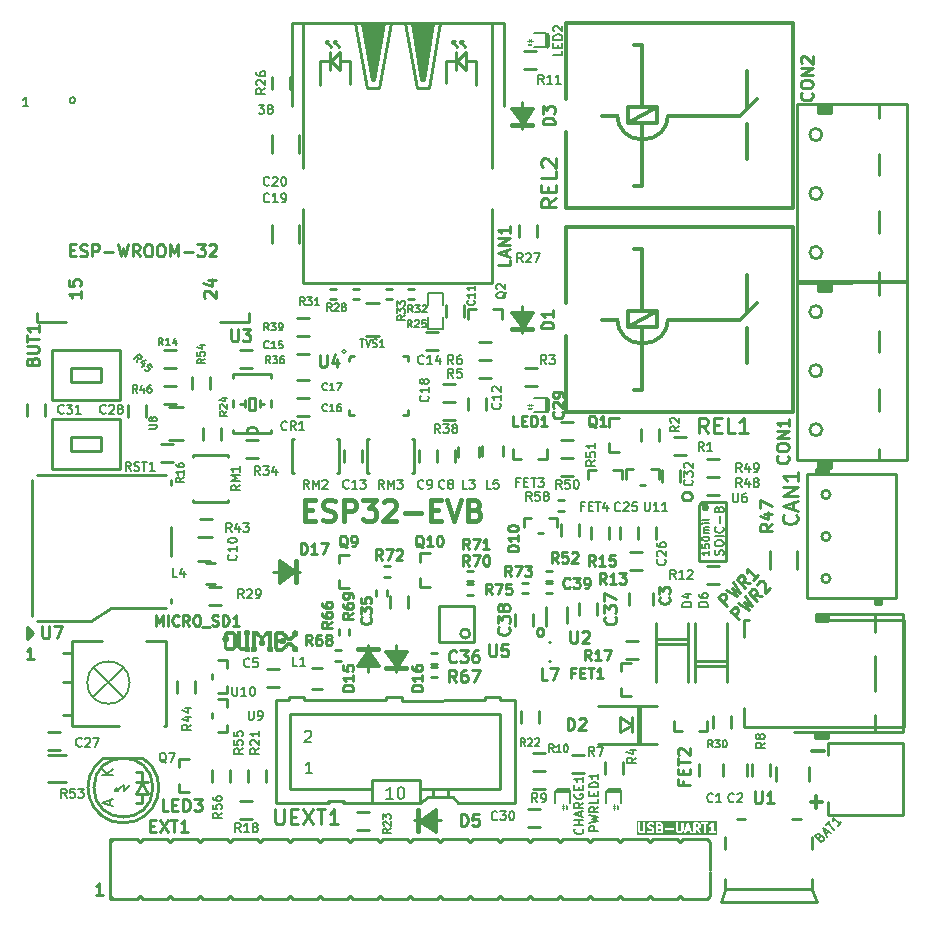
<source format=gbr>
%TF.GenerationSoftware,KiCad,Pcbnew,7.0.9-7.0.9~ubuntu22.04.1*%
%TF.CreationDate,2025-05-12T16:08:44+03:00*%
%TF.ProjectId,ESP32-EVB_Rev_L,45535033-322d-4455-9642-5f5265765f4c,L*%
%TF.SameCoordinates,PX425f360PY872a8a0*%
%TF.FileFunction,Legend,Top*%
%TF.FilePolarity,Positive*%
%FSLAX46Y46*%
G04 Gerber Fmt 4.6, Leading zero omitted, Abs format (unit mm)*
G04 Created by KiCad (PCBNEW 7.0.9-7.0.9~ubuntu22.04.1) date 2025-05-12 16:08:44*
%MOMM*%
%LPD*%
G01*
G04 APERTURE LIST*
%ADD10C,0.254000*%
%ADD11C,0.317500*%
%ADD12C,0.444500*%
%ADD13C,0.250000*%
%ADD14C,0.190500*%
%ADD15C,0.158750*%
%ADD16C,0.203200*%
%ADD17C,0.222250*%
%ADD18C,0.150000*%
%ADD19C,0.127000*%
%ADD20C,0.050000*%
%ADD21C,0.100000*%
%ADD22C,0.300000*%
%ADD23C,0.200000*%
%ADD24C,0.400000*%
%ADD25C,0.228600*%
%ADD26C,0.009000*%
G04 APERTURE END LIST*
D10*
X635000Y23241000D02*
X635000Y22225000D01*
X762000Y23114000D02*
X762000Y22352000D01*
X635000Y22225000D02*
X1143000Y22733000D01*
X889000Y22987000D02*
X889000Y22479000D01*
X1143000Y22733000D02*
X635000Y23241000D01*
X7021286Y559188D02*
X6440714Y559188D01*
X6731000Y559188D02*
X6731000Y1575188D01*
X6731000Y1575188D02*
X6634238Y1430045D01*
X6634238Y1430045D02*
X6537476Y1333283D01*
X6537476Y1333283D02*
X6440714Y1284902D01*
D11*
X66953190Y8421794D02*
X67920810Y8421794D01*
X67437000Y7937984D02*
X67437000Y8905603D01*
X67080190Y12739794D02*
X68047810Y12739794D01*
D12*
X24130000Y33151910D02*
X24722667Y33151910D01*
X24976667Y32220577D02*
X24130000Y32220577D01*
X24130000Y32220577D02*
X24130000Y33998577D01*
X24130000Y33998577D02*
X24976667Y33998577D01*
X25654000Y32305243D02*
X25908000Y32220577D01*
X25908000Y32220577D02*
X26331334Y32220577D01*
X26331334Y32220577D02*
X26500667Y32305243D01*
X26500667Y32305243D02*
X26585334Y32389910D01*
X26585334Y32389910D02*
X26670000Y32559243D01*
X26670000Y32559243D02*
X26670000Y32728577D01*
X26670000Y32728577D02*
X26585334Y32897910D01*
X26585334Y32897910D02*
X26500667Y32982577D01*
X26500667Y32982577D02*
X26331334Y33067243D01*
X26331334Y33067243D02*
X25992667Y33151910D01*
X25992667Y33151910D02*
X25823334Y33236577D01*
X25823334Y33236577D02*
X25738667Y33321243D01*
X25738667Y33321243D02*
X25654000Y33490577D01*
X25654000Y33490577D02*
X25654000Y33659910D01*
X25654000Y33659910D02*
X25738667Y33829243D01*
X25738667Y33829243D02*
X25823334Y33913910D01*
X25823334Y33913910D02*
X25992667Y33998577D01*
X25992667Y33998577D02*
X26416000Y33998577D01*
X26416000Y33998577D02*
X26670000Y33913910D01*
X27432000Y32220577D02*
X27432000Y33998577D01*
X27432000Y33998577D02*
X28109333Y33998577D01*
X28109333Y33998577D02*
X28278667Y33913910D01*
X28278667Y33913910D02*
X28363333Y33829243D01*
X28363333Y33829243D02*
X28448000Y33659910D01*
X28448000Y33659910D02*
X28448000Y33405910D01*
X28448000Y33405910D02*
X28363333Y33236577D01*
X28363333Y33236577D02*
X28278667Y33151910D01*
X28278667Y33151910D02*
X28109333Y33067243D01*
X28109333Y33067243D02*
X27432000Y33067243D01*
X29040667Y33998577D02*
X30141333Y33998577D01*
X30141333Y33998577D02*
X29548667Y33321243D01*
X29548667Y33321243D02*
X29802667Y33321243D01*
X29802667Y33321243D02*
X29972000Y33236577D01*
X29972000Y33236577D02*
X30056667Y33151910D01*
X30056667Y33151910D02*
X30141333Y32982577D01*
X30141333Y32982577D02*
X30141333Y32559243D01*
X30141333Y32559243D02*
X30056667Y32389910D01*
X30056667Y32389910D02*
X29972000Y32305243D01*
X29972000Y32305243D02*
X29802667Y32220577D01*
X29802667Y32220577D02*
X29294667Y32220577D01*
X29294667Y32220577D02*
X29125333Y32305243D01*
X29125333Y32305243D02*
X29040667Y32389910D01*
X30818666Y33829243D02*
X30903333Y33913910D01*
X30903333Y33913910D02*
X31072666Y33998577D01*
X31072666Y33998577D02*
X31496000Y33998577D01*
X31496000Y33998577D02*
X31665333Y33913910D01*
X31665333Y33913910D02*
X31750000Y33829243D01*
X31750000Y33829243D02*
X31834666Y33659910D01*
X31834666Y33659910D02*
X31834666Y33490577D01*
X31834666Y33490577D02*
X31750000Y33236577D01*
X31750000Y33236577D02*
X30734000Y32220577D01*
X30734000Y32220577D02*
X31834666Y32220577D01*
X32596666Y32897910D02*
X33951333Y32897910D01*
X34797999Y33151910D02*
X35390666Y33151910D01*
X35644666Y32220577D02*
X34797999Y32220577D01*
X34797999Y32220577D02*
X34797999Y33998577D01*
X34797999Y33998577D02*
X35644666Y33998577D01*
X36152666Y33998577D02*
X36745333Y32220577D01*
X36745333Y32220577D02*
X37337999Y33998577D01*
X38523333Y33151910D02*
X38777333Y33067243D01*
X38777333Y33067243D02*
X38861999Y32982577D01*
X38861999Y32982577D02*
X38946666Y32813243D01*
X38946666Y32813243D02*
X38946666Y32559243D01*
X38946666Y32559243D02*
X38861999Y32389910D01*
X38861999Y32389910D02*
X38777333Y32305243D01*
X38777333Y32305243D02*
X38607999Y32220577D01*
X38607999Y32220577D02*
X37930666Y32220577D01*
X37930666Y32220577D02*
X37930666Y33998577D01*
X37930666Y33998577D02*
X38523333Y33998577D01*
X38523333Y33998577D02*
X38692666Y33913910D01*
X38692666Y33913910D02*
X38777333Y33829243D01*
X38777333Y33829243D02*
X38861999Y33659910D01*
X38861999Y33659910D02*
X38861999Y33490577D01*
X38861999Y33490577D02*
X38777333Y33321243D01*
X38777333Y33321243D02*
X38692666Y33236577D01*
X38692666Y33236577D02*
X38523333Y33151910D01*
X38523333Y33151910D02*
X37930666Y33151910D01*
D13*
X1174714Y20505381D02*
X603286Y20505381D01*
X889000Y20505381D02*
X889000Y21505381D01*
X889000Y21505381D02*
X793762Y21362524D01*
X793762Y21362524D02*
X698524Y21267286D01*
X698524Y21267286D02*
X603286Y21219667D01*
D10*
X1892904Y23292188D02*
X1892904Y22469711D01*
X1892904Y22469711D02*
X1941285Y22372949D01*
X1941285Y22372949D02*
X1989666Y22324568D01*
X1989666Y22324568D02*
X2086428Y22276188D01*
X2086428Y22276188D02*
X2279952Y22276188D01*
X2279952Y22276188D02*
X2376714Y22324568D01*
X2376714Y22324568D02*
X2425095Y22372949D01*
X2425095Y22372949D02*
X2473476Y22469711D01*
X2473476Y22469711D02*
X2473476Y23292188D01*
X2860523Y23292188D02*
X3537857Y23292188D01*
X3537857Y23292188D02*
X3102428Y22276188D01*
D14*
X60379428Y34582391D02*
X60379428Y33965534D01*
X60379428Y33965534D02*
X60415714Y33892962D01*
X60415714Y33892962D02*
X60452000Y33856676D01*
X60452000Y33856676D02*
X60524571Y33820391D01*
X60524571Y33820391D02*
X60669714Y33820391D01*
X60669714Y33820391D02*
X60742285Y33856676D01*
X60742285Y33856676D02*
X60778571Y33892962D01*
X60778571Y33892962D02*
X60814857Y33965534D01*
X60814857Y33965534D02*
X60814857Y34582391D01*
X61504286Y34582391D02*
X61359143Y34582391D01*
X61359143Y34582391D02*
X61286571Y34546105D01*
X61286571Y34546105D02*
X61250286Y34509819D01*
X61250286Y34509819D02*
X61177714Y34400962D01*
X61177714Y34400962D02*
X61141428Y34255819D01*
X61141428Y34255819D02*
X61141428Y33965534D01*
X61141428Y33965534D02*
X61177714Y33892962D01*
X61177714Y33892962D02*
X61214000Y33856676D01*
X61214000Y33856676D02*
X61286571Y33820391D01*
X61286571Y33820391D02*
X61431714Y33820391D01*
X61431714Y33820391D02*
X61504286Y33856676D01*
X61504286Y33856676D02*
X61540571Y33892962D01*
X61540571Y33892962D02*
X61576857Y33965534D01*
X61576857Y33965534D02*
X61576857Y34146962D01*
X61576857Y34146962D02*
X61540571Y34219534D01*
X61540571Y34219534D02*
X61504286Y34255819D01*
X61504286Y34255819D02*
X61431714Y34292105D01*
X61431714Y34292105D02*
X61286571Y34292105D01*
X61286571Y34292105D02*
X61214000Y34255819D01*
X61214000Y34255819D02*
X61177714Y34219534D01*
X61177714Y34219534D02*
X61141428Y34146962D01*
D15*
X58388008Y29696834D02*
X58388008Y29333977D01*
X58388008Y29515405D02*
X57753008Y29515405D01*
X57753008Y29515405D02*
X57843722Y29454929D01*
X57843722Y29454929D02*
X57904198Y29394453D01*
X57904198Y29394453D02*
X57934436Y29333977D01*
X57753008Y30271358D02*
X57753008Y29968977D01*
X57753008Y29968977D02*
X58055389Y29938739D01*
X58055389Y29938739D02*
X58025150Y29968977D01*
X58025150Y29968977D02*
X57994912Y30029453D01*
X57994912Y30029453D02*
X57994912Y30180644D01*
X57994912Y30180644D02*
X58025150Y30241120D01*
X58025150Y30241120D02*
X58055389Y30271358D01*
X58055389Y30271358D02*
X58115865Y30301596D01*
X58115865Y30301596D02*
X58267055Y30301596D01*
X58267055Y30301596D02*
X58327531Y30271358D01*
X58327531Y30271358D02*
X58357770Y30241120D01*
X58357770Y30241120D02*
X58388008Y30180644D01*
X58388008Y30180644D02*
X58388008Y30029453D01*
X58388008Y30029453D02*
X58357770Y29968977D01*
X58357770Y29968977D02*
X58327531Y29938739D01*
X57753008Y30694691D02*
X57753008Y30755168D01*
X57753008Y30755168D02*
X57783246Y30815644D01*
X57783246Y30815644D02*
X57813484Y30845882D01*
X57813484Y30845882D02*
X57873960Y30876120D01*
X57873960Y30876120D02*
X57994912Y30906358D01*
X57994912Y30906358D02*
X58146103Y30906358D01*
X58146103Y30906358D02*
X58267055Y30876120D01*
X58267055Y30876120D02*
X58327531Y30845882D01*
X58327531Y30845882D02*
X58357770Y30815644D01*
X58357770Y30815644D02*
X58388008Y30755168D01*
X58388008Y30755168D02*
X58388008Y30694691D01*
X58388008Y30694691D02*
X58357770Y30634215D01*
X58357770Y30634215D02*
X58327531Y30603977D01*
X58327531Y30603977D02*
X58267055Y30573739D01*
X58267055Y30573739D02*
X58146103Y30543501D01*
X58146103Y30543501D02*
X57994912Y30543501D01*
X57994912Y30543501D02*
X57873960Y30573739D01*
X57873960Y30573739D02*
X57813484Y30603977D01*
X57813484Y30603977D02*
X57783246Y30634215D01*
X57783246Y30634215D02*
X57753008Y30694691D01*
X58388008Y31178501D02*
X57964674Y31178501D01*
X58025150Y31178501D02*
X57994912Y31208739D01*
X57994912Y31208739D02*
X57964674Y31269215D01*
X57964674Y31269215D02*
X57964674Y31359930D01*
X57964674Y31359930D02*
X57994912Y31420406D01*
X57994912Y31420406D02*
X58055389Y31450644D01*
X58055389Y31450644D02*
X58388008Y31450644D01*
X58055389Y31450644D02*
X57994912Y31480882D01*
X57994912Y31480882D02*
X57964674Y31541358D01*
X57964674Y31541358D02*
X57964674Y31632072D01*
X57964674Y31632072D02*
X57994912Y31692549D01*
X57994912Y31692549D02*
X58055389Y31722787D01*
X58055389Y31722787D02*
X58388008Y31722787D01*
X58388008Y32025168D02*
X57964674Y32025168D01*
X57753008Y32025168D02*
X57783246Y31994930D01*
X57783246Y31994930D02*
X57813484Y32025168D01*
X57813484Y32025168D02*
X57783246Y32055406D01*
X57783246Y32055406D02*
X57753008Y32025168D01*
X57753008Y32025168D02*
X57813484Y32025168D01*
X58388008Y32418263D02*
X58357770Y32357787D01*
X58357770Y32357787D02*
X58297293Y32327549D01*
X58297293Y32327549D02*
X57753008Y32327549D01*
D14*
X59551824Y29355143D02*
X59588109Y29464000D01*
X59588109Y29464000D02*
X59588109Y29645429D01*
X59588109Y29645429D02*
X59551824Y29718000D01*
X59551824Y29718000D02*
X59515538Y29754286D01*
X59515538Y29754286D02*
X59442966Y29790572D01*
X59442966Y29790572D02*
X59370395Y29790572D01*
X59370395Y29790572D02*
X59297824Y29754286D01*
X59297824Y29754286D02*
X59261538Y29718000D01*
X59261538Y29718000D02*
X59225252Y29645429D01*
X59225252Y29645429D02*
X59188966Y29500286D01*
X59188966Y29500286D02*
X59152681Y29427715D01*
X59152681Y29427715D02*
X59116395Y29391429D01*
X59116395Y29391429D02*
X59043824Y29355143D01*
X59043824Y29355143D02*
X58971252Y29355143D01*
X58971252Y29355143D02*
X58898681Y29391429D01*
X58898681Y29391429D02*
X58862395Y29427715D01*
X58862395Y29427715D02*
X58826109Y29500286D01*
X58826109Y29500286D02*
X58826109Y29681715D01*
X58826109Y29681715D02*
X58862395Y29790572D01*
X58826109Y30262286D02*
X58826109Y30407429D01*
X58826109Y30407429D02*
X58862395Y30480000D01*
X58862395Y30480000D02*
X58934966Y30552572D01*
X58934966Y30552572D02*
X59080109Y30588857D01*
X59080109Y30588857D02*
X59334109Y30588857D01*
X59334109Y30588857D02*
X59479252Y30552572D01*
X59479252Y30552572D02*
X59551824Y30480000D01*
X59551824Y30480000D02*
X59588109Y30407429D01*
X59588109Y30407429D02*
X59588109Y30262286D01*
X59588109Y30262286D02*
X59551824Y30189714D01*
X59551824Y30189714D02*
X59479252Y30117143D01*
X59479252Y30117143D02*
X59334109Y30080857D01*
X59334109Y30080857D02*
X59080109Y30080857D01*
X59080109Y30080857D02*
X58934966Y30117143D01*
X58934966Y30117143D02*
X58862395Y30189714D01*
X58862395Y30189714D02*
X58826109Y30262286D01*
X59588109Y30915429D02*
X58826109Y30915429D01*
X59515538Y31713715D02*
X59551824Y31677429D01*
X59551824Y31677429D02*
X59588109Y31568572D01*
X59588109Y31568572D02*
X59588109Y31496000D01*
X59588109Y31496000D02*
X59551824Y31387143D01*
X59551824Y31387143D02*
X59479252Y31314572D01*
X59479252Y31314572D02*
X59406681Y31278286D01*
X59406681Y31278286D02*
X59261538Y31242000D01*
X59261538Y31242000D02*
X59152681Y31242000D01*
X59152681Y31242000D02*
X59007538Y31278286D01*
X59007538Y31278286D02*
X58934966Y31314572D01*
X58934966Y31314572D02*
X58862395Y31387143D01*
X58862395Y31387143D02*
X58826109Y31496000D01*
X58826109Y31496000D02*
X58826109Y31568572D01*
X58826109Y31568572D02*
X58862395Y31677429D01*
X58862395Y31677429D02*
X58898681Y31713715D01*
X59297824Y32040286D02*
X59297824Y32620857D01*
X59152681Y33092572D02*
X59116395Y33020001D01*
X59116395Y33020001D02*
X59080109Y32983715D01*
X59080109Y32983715D02*
X59007538Y32947429D01*
X59007538Y32947429D02*
X58971252Y32947429D01*
X58971252Y32947429D02*
X58898681Y32983715D01*
X58898681Y32983715D02*
X58862395Y33020001D01*
X58862395Y33020001D02*
X58826109Y33092572D01*
X58826109Y33092572D02*
X58826109Y33237715D01*
X58826109Y33237715D02*
X58862395Y33310286D01*
X58862395Y33310286D02*
X58898681Y33346572D01*
X58898681Y33346572D02*
X58971252Y33382858D01*
X58971252Y33382858D02*
X59007538Y33382858D01*
X59007538Y33382858D02*
X59080109Y33346572D01*
X59080109Y33346572D02*
X59116395Y33310286D01*
X59116395Y33310286D02*
X59152681Y33237715D01*
X59152681Y33237715D02*
X59152681Y33092572D01*
X59152681Y33092572D02*
X59188966Y33020001D01*
X59188966Y33020001D02*
X59225252Y32983715D01*
X59225252Y32983715D02*
X59297824Y32947429D01*
X59297824Y32947429D02*
X59442966Y32947429D01*
X59442966Y32947429D02*
X59515538Y32983715D01*
X59515538Y32983715D02*
X59551824Y33020001D01*
X59551824Y33020001D02*
X59588109Y33092572D01*
X59588109Y33092572D02*
X59588109Y33237715D01*
X59588109Y33237715D02*
X59551824Y33310286D01*
X59551824Y33310286D02*
X59515538Y33346572D01*
X59515538Y33346572D02*
X59442966Y33382858D01*
X59442966Y33382858D02*
X59297824Y33382858D01*
X59297824Y33382858D02*
X59225252Y33346572D01*
X59225252Y33346572D02*
X59188966Y33310286D01*
X59188966Y33310286D02*
X59152681Y33237715D01*
D10*
X56048631Y34401086D02*
X56109108Y34522038D01*
X56109108Y34522038D02*
X56169584Y34582515D01*
X56169584Y34582515D02*
X56290536Y34642991D01*
X56290536Y34642991D02*
X56653393Y34642991D01*
X56653393Y34642991D02*
X56774346Y34582515D01*
X56774346Y34582515D02*
X56834822Y34522038D01*
X56834822Y34522038D02*
X56895298Y34401086D01*
X56895298Y34401086D02*
X56895298Y34219657D01*
X56895298Y34219657D02*
X56834822Y34098705D01*
X56834822Y34098705D02*
X56774346Y34038229D01*
X56774346Y34038229D02*
X56653393Y33977753D01*
X56653393Y33977753D02*
X56290536Y33977753D01*
X56290536Y33977753D02*
X56169584Y34038229D01*
X56169584Y34038229D02*
X56109108Y34098705D01*
X56109108Y34098705D02*
X56048631Y34219657D01*
X56048631Y34219657D02*
X56048631Y34401086D01*
D14*
X18630609Y35251573D02*
X18267752Y34997573D01*
X18630609Y34816144D02*
X17868609Y34816144D01*
X17868609Y34816144D02*
X17868609Y35106430D01*
X17868609Y35106430D02*
X17904895Y35179001D01*
X17904895Y35179001D02*
X17941181Y35215287D01*
X17941181Y35215287D02*
X18013752Y35251573D01*
X18013752Y35251573D02*
X18122609Y35251573D01*
X18122609Y35251573D02*
X18195181Y35215287D01*
X18195181Y35215287D02*
X18231466Y35179001D01*
X18231466Y35179001D02*
X18267752Y35106430D01*
X18267752Y35106430D02*
X18267752Y34816144D01*
X18630609Y35578144D02*
X17868609Y35578144D01*
X17868609Y35578144D02*
X18412895Y35832144D01*
X18412895Y35832144D02*
X17868609Y36086144D01*
X17868609Y36086144D02*
X18630609Y36086144D01*
X18630609Y36848144D02*
X18630609Y36412715D01*
X18630609Y36630430D02*
X17868609Y36630430D01*
X17868609Y36630430D02*
X17977466Y36557858D01*
X17977466Y36557858D02*
X18050038Y36485287D01*
X18050038Y36485287D02*
X18086324Y36412715D01*
X24456572Y34963391D02*
X24202572Y35326248D01*
X24021143Y34963391D02*
X24021143Y35725391D01*
X24021143Y35725391D02*
X24311429Y35725391D01*
X24311429Y35725391D02*
X24384000Y35689105D01*
X24384000Y35689105D02*
X24420286Y35652819D01*
X24420286Y35652819D02*
X24456572Y35580248D01*
X24456572Y35580248D02*
X24456572Y35471391D01*
X24456572Y35471391D02*
X24420286Y35398819D01*
X24420286Y35398819D02*
X24384000Y35362534D01*
X24384000Y35362534D02*
X24311429Y35326248D01*
X24311429Y35326248D02*
X24021143Y35326248D01*
X24783143Y34963391D02*
X24783143Y35725391D01*
X24783143Y35725391D02*
X25037143Y35181105D01*
X25037143Y35181105D02*
X25291143Y35725391D01*
X25291143Y35725391D02*
X25291143Y34963391D01*
X25617714Y35652819D02*
X25654000Y35689105D01*
X25654000Y35689105D02*
X25726572Y35725391D01*
X25726572Y35725391D02*
X25908000Y35725391D01*
X25908000Y35725391D02*
X25980572Y35689105D01*
X25980572Y35689105D02*
X26016857Y35652819D01*
X26016857Y35652819D02*
X26053143Y35580248D01*
X26053143Y35580248D02*
X26053143Y35507676D01*
X26053143Y35507676D02*
X26016857Y35398819D01*
X26016857Y35398819D02*
X25581429Y34963391D01*
X25581429Y34963391D02*
X26053143Y34963391D01*
X30806572Y34963391D02*
X30552572Y35326248D01*
X30371143Y34963391D02*
X30371143Y35725391D01*
X30371143Y35725391D02*
X30661429Y35725391D01*
X30661429Y35725391D02*
X30734000Y35689105D01*
X30734000Y35689105D02*
X30770286Y35652819D01*
X30770286Y35652819D02*
X30806572Y35580248D01*
X30806572Y35580248D02*
X30806572Y35471391D01*
X30806572Y35471391D02*
X30770286Y35398819D01*
X30770286Y35398819D02*
X30734000Y35362534D01*
X30734000Y35362534D02*
X30661429Y35326248D01*
X30661429Y35326248D02*
X30371143Y35326248D01*
X31133143Y34963391D02*
X31133143Y35725391D01*
X31133143Y35725391D02*
X31387143Y35181105D01*
X31387143Y35181105D02*
X31641143Y35725391D01*
X31641143Y35725391D02*
X31641143Y34963391D01*
X31931429Y35725391D02*
X32403143Y35725391D01*
X32403143Y35725391D02*
X32149143Y35435105D01*
X32149143Y35435105D02*
X32258000Y35435105D01*
X32258000Y35435105D02*
X32330572Y35398819D01*
X32330572Y35398819D02*
X32366857Y35362534D01*
X32366857Y35362534D02*
X32403143Y35289962D01*
X32403143Y35289962D02*
X32403143Y35108534D01*
X32403143Y35108534D02*
X32366857Y35035962D01*
X32366857Y35035962D02*
X32330572Y34999676D01*
X32330572Y34999676D02*
X32258000Y34963391D01*
X32258000Y34963391D02*
X32040286Y34963391D01*
X32040286Y34963391D02*
X31967714Y34999676D01*
X31967714Y34999676D02*
X31931429Y35035962D01*
D10*
X17894904Y48438188D02*
X17894904Y47615711D01*
X17894904Y47615711D02*
X17943285Y47518949D01*
X17943285Y47518949D02*
X17991666Y47470568D01*
X17991666Y47470568D02*
X18088428Y47422188D01*
X18088428Y47422188D02*
X18281952Y47422188D01*
X18281952Y47422188D02*
X18378714Y47470568D01*
X18378714Y47470568D02*
X18427095Y47518949D01*
X18427095Y47518949D02*
X18475476Y47615711D01*
X18475476Y47615711D02*
X18475476Y48438188D01*
X18862523Y48438188D02*
X19491476Y48438188D01*
X19491476Y48438188D02*
X19152809Y48051140D01*
X19152809Y48051140D02*
X19297952Y48051140D01*
X19297952Y48051140D02*
X19394714Y48002759D01*
X19394714Y48002759D02*
X19443095Y47954378D01*
X19443095Y47954378D02*
X19491476Y47857616D01*
X19491476Y47857616D02*
X19491476Y47615711D01*
X19491476Y47615711D02*
X19443095Y47518949D01*
X19443095Y47518949D02*
X19394714Y47470568D01*
X19394714Y47470568D02*
X19297952Y47422188D01*
X19297952Y47422188D02*
X19007666Y47422188D01*
X19007666Y47422188D02*
X18910904Y47470568D01*
X18910904Y47470568D02*
X18862523Y47518949D01*
D14*
X725714Y67348391D02*
X290285Y67348391D01*
X508000Y67348391D02*
X508000Y68110391D01*
X508000Y68110391D02*
X435428Y68001534D01*
X435428Y68001534D02*
X362857Y67928962D01*
X362857Y67928962D02*
X290285Y67892676D01*
D10*
X5155812Y51720477D02*
X5155812Y51139905D01*
X5155812Y51430191D02*
X4139812Y51430191D01*
X4139812Y51430191D02*
X4284955Y51333429D01*
X4284955Y51333429D02*
X4381717Y51236667D01*
X4381717Y51236667D02*
X4430098Y51139905D01*
X4139812Y52639715D02*
X4139812Y52155905D01*
X4139812Y52155905D02*
X4623622Y52107524D01*
X4623622Y52107524D02*
X4575241Y52155905D01*
X4575241Y52155905D02*
X4526860Y52252667D01*
X4526860Y52252667D02*
X4526860Y52494572D01*
X4526860Y52494572D02*
X4575241Y52591334D01*
X4575241Y52591334D02*
X4623622Y52639715D01*
X4623622Y52639715D02*
X4720384Y52688096D01*
X4720384Y52688096D02*
X4962289Y52688096D01*
X4962289Y52688096D02*
X5059051Y52639715D01*
X5059051Y52639715D02*
X5107432Y52591334D01*
X5107432Y52591334D02*
X5155812Y52494572D01*
X5155812Y52494572D02*
X5155812Y52252667D01*
X5155812Y52252667D02*
X5107432Y52155905D01*
X5107432Y52155905D02*
X5059051Y52107524D01*
D14*
X20211143Y67475391D02*
X20682857Y67475391D01*
X20682857Y67475391D02*
X20428857Y67185105D01*
X20428857Y67185105D02*
X20537714Y67185105D01*
X20537714Y67185105D02*
X20610286Y67148819D01*
X20610286Y67148819D02*
X20646571Y67112534D01*
X20646571Y67112534D02*
X20682857Y67039962D01*
X20682857Y67039962D02*
X20682857Y66858534D01*
X20682857Y66858534D02*
X20646571Y66785962D01*
X20646571Y66785962D02*
X20610286Y66749676D01*
X20610286Y66749676D02*
X20537714Y66713391D01*
X20537714Y66713391D02*
X20320000Y66713391D01*
X20320000Y66713391D02*
X20247428Y66749676D01*
X20247428Y66749676D02*
X20211143Y66785962D01*
X21118285Y67148819D02*
X21045714Y67185105D01*
X21045714Y67185105D02*
X21009428Y67221391D01*
X21009428Y67221391D02*
X20973142Y67293962D01*
X20973142Y67293962D02*
X20973142Y67330248D01*
X20973142Y67330248D02*
X21009428Y67402819D01*
X21009428Y67402819D02*
X21045714Y67439105D01*
X21045714Y67439105D02*
X21118285Y67475391D01*
X21118285Y67475391D02*
X21263428Y67475391D01*
X21263428Y67475391D02*
X21336000Y67439105D01*
X21336000Y67439105D02*
X21372285Y67402819D01*
X21372285Y67402819D02*
X21408571Y67330248D01*
X21408571Y67330248D02*
X21408571Y67293962D01*
X21408571Y67293962D02*
X21372285Y67221391D01*
X21372285Y67221391D02*
X21336000Y67185105D01*
X21336000Y67185105D02*
X21263428Y67148819D01*
X21263428Y67148819D02*
X21118285Y67148819D01*
X21118285Y67148819D02*
X21045714Y67112534D01*
X21045714Y67112534D02*
X21009428Y67076248D01*
X21009428Y67076248D02*
X20973142Y67003676D01*
X20973142Y67003676D02*
X20973142Y66858534D01*
X20973142Y66858534D02*
X21009428Y66785962D01*
X21009428Y66785962D02*
X21045714Y66749676D01*
X21045714Y66749676D02*
X21118285Y66713391D01*
X21118285Y66713391D02*
X21263428Y66713391D01*
X21263428Y66713391D02*
X21336000Y66749676D01*
X21336000Y66749676D02*
X21372285Y66785962D01*
X21372285Y66785962D02*
X21408571Y66858534D01*
X21408571Y66858534D02*
X21408571Y67003676D01*
X21408571Y67003676D02*
X21372285Y67076248D01*
X21372285Y67076248D02*
X21336000Y67112534D01*
X21336000Y67112534D02*
X21263428Y67148819D01*
D10*
X4245428Y55164378D02*
X4584095Y55164378D01*
X4729238Y54632188D02*
X4245428Y54632188D01*
X4245428Y54632188D02*
X4245428Y55648188D01*
X4245428Y55648188D02*
X4729238Y55648188D01*
X5116285Y54680568D02*
X5261428Y54632188D01*
X5261428Y54632188D02*
X5503333Y54632188D01*
X5503333Y54632188D02*
X5600095Y54680568D01*
X5600095Y54680568D02*
X5648476Y54728949D01*
X5648476Y54728949D02*
X5696857Y54825711D01*
X5696857Y54825711D02*
X5696857Y54922473D01*
X5696857Y54922473D02*
X5648476Y55019235D01*
X5648476Y55019235D02*
X5600095Y55067616D01*
X5600095Y55067616D02*
X5503333Y55115997D01*
X5503333Y55115997D02*
X5309809Y55164378D01*
X5309809Y55164378D02*
X5213047Y55212759D01*
X5213047Y55212759D02*
X5164666Y55261140D01*
X5164666Y55261140D02*
X5116285Y55357902D01*
X5116285Y55357902D02*
X5116285Y55454664D01*
X5116285Y55454664D02*
X5164666Y55551426D01*
X5164666Y55551426D02*
X5213047Y55599807D01*
X5213047Y55599807D02*
X5309809Y55648188D01*
X5309809Y55648188D02*
X5551714Y55648188D01*
X5551714Y55648188D02*
X5696857Y55599807D01*
X6132285Y54632188D02*
X6132285Y55648188D01*
X6132285Y55648188D02*
X6519333Y55648188D01*
X6519333Y55648188D02*
X6616095Y55599807D01*
X6616095Y55599807D02*
X6664476Y55551426D01*
X6664476Y55551426D02*
X6712857Y55454664D01*
X6712857Y55454664D02*
X6712857Y55309521D01*
X6712857Y55309521D02*
X6664476Y55212759D01*
X6664476Y55212759D02*
X6616095Y55164378D01*
X6616095Y55164378D02*
X6519333Y55115997D01*
X6519333Y55115997D02*
X6132285Y55115997D01*
X7148285Y55019235D02*
X7922381Y55019235D01*
X8309428Y55648188D02*
X8551333Y54632188D01*
X8551333Y54632188D02*
X8744857Y55357902D01*
X8744857Y55357902D02*
X8938381Y54632188D01*
X8938381Y54632188D02*
X9180286Y55648188D01*
X10147905Y54632188D02*
X9809238Y55115997D01*
X9567333Y54632188D02*
X9567333Y55648188D01*
X9567333Y55648188D02*
X9954381Y55648188D01*
X9954381Y55648188D02*
X10051143Y55599807D01*
X10051143Y55599807D02*
X10099524Y55551426D01*
X10099524Y55551426D02*
X10147905Y55454664D01*
X10147905Y55454664D02*
X10147905Y55309521D01*
X10147905Y55309521D02*
X10099524Y55212759D01*
X10099524Y55212759D02*
X10051143Y55164378D01*
X10051143Y55164378D02*
X9954381Y55115997D01*
X9954381Y55115997D02*
X9567333Y55115997D01*
X10776857Y55648188D02*
X10970381Y55648188D01*
X10970381Y55648188D02*
X11067143Y55599807D01*
X11067143Y55599807D02*
X11163905Y55503045D01*
X11163905Y55503045D02*
X11212286Y55309521D01*
X11212286Y55309521D02*
X11212286Y54970854D01*
X11212286Y54970854D02*
X11163905Y54777330D01*
X11163905Y54777330D02*
X11067143Y54680568D01*
X11067143Y54680568D02*
X10970381Y54632188D01*
X10970381Y54632188D02*
X10776857Y54632188D01*
X10776857Y54632188D02*
X10680095Y54680568D01*
X10680095Y54680568D02*
X10583333Y54777330D01*
X10583333Y54777330D02*
X10534952Y54970854D01*
X10534952Y54970854D02*
X10534952Y55309521D01*
X10534952Y55309521D02*
X10583333Y55503045D01*
X10583333Y55503045D02*
X10680095Y55599807D01*
X10680095Y55599807D02*
X10776857Y55648188D01*
X11841238Y55648188D02*
X12034762Y55648188D01*
X12034762Y55648188D02*
X12131524Y55599807D01*
X12131524Y55599807D02*
X12228286Y55503045D01*
X12228286Y55503045D02*
X12276667Y55309521D01*
X12276667Y55309521D02*
X12276667Y54970854D01*
X12276667Y54970854D02*
X12228286Y54777330D01*
X12228286Y54777330D02*
X12131524Y54680568D01*
X12131524Y54680568D02*
X12034762Y54632188D01*
X12034762Y54632188D02*
X11841238Y54632188D01*
X11841238Y54632188D02*
X11744476Y54680568D01*
X11744476Y54680568D02*
X11647714Y54777330D01*
X11647714Y54777330D02*
X11599333Y54970854D01*
X11599333Y54970854D02*
X11599333Y55309521D01*
X11599333Y55309521D02*
X11647714Y55503045D01*
X11647714Y55503045D02*
X11744476Y55599807D01*
X11744476Y55599807D02*
X11841238Y55648188D01*
X12712095Y54632188D02*
X12712095Y55648188D01*
X12712095Y55648188D02*
X13050762Y54922473D01*
X13050762Y54922473D02*
X13389429Y55648188D01*
X13389429Y55648188D02*
X13389429Y54632188D01*
X13873238Y55019235D02*
X14647334Y55019235D01*
X15034381Y55648188D02*
X15663334Y55648188D01*
X15663334Y55648188D02*
X15324667Y55261140D01*
X15324667Y55261140D02*
X15469810Y55261140D01*
X15469810Y55261140D02*
X15566572Y55212759D01*
X15566572Y55212759D02*
X15614953Y55164378D01*
X15614953Y55164378D02*
X15663334Y55067616D01*
X15663334Y55067616D02*
X15663334Y54825711D01*
X15663334Y54825711D02*
X15614953Y54728949D01*
X15614953Y54728949D02*
X15566572Y54680568D01*
X15566572Y54680568D02*
X15469810Y54632188D01*
X15469810Y54632188D02*
X15179524Y54632188D01*
X15179524Y54632188D02*
X15082762Y54680568D01*
X15082762Y54680568D02*
X15034381Y54728949D01*
X16050381Y55551426D02*
X16098762Y55599807D01*
X16098762Y55599807D02*
X16195524Y55648188D01*
X16195524Y55648188D02*
X16437429Y55648188D01*
X16437429Y55648188D02*
X16534191Y55599807D01*
X16534191Y55599807D02*
X16582572Y55551426D01*
X16582572Y55551426D02*
X16630953Y55454664D01*
X16630953Y55454664D02*
X16630953Y55357902D01*
X16630953Y55357902D02*
X16582572Y55212759D01*
X16582572Y55212759D02*
X16002000Y54632188D01*
X16002000Y54632188D02*
X16630953Y54632188D01*
D14*
X4390571Y67602391D02*
X4318000Y67638676D01*
X4318000Y67638676D02*
X4281714Y67674962D01*
X4281714Y67674962D02*
X4245428Y67747534D01*
X4245428Y67747534D02*
X4245428Y67965248D01*
X4245428Y67965248D02*
X4281714Y68037819D01*
X4281714Y68037819D02*
X4318000Y68074105D01*
X4318000Y68074105D02*
X4390571Y68110391D01*
X4390571Y68110391D02*
X4499428Y68110391D01*
X4499428Y68110391D02*
X4572000Y68074105D01*
X4572000Y68074105D02*
X4608286Y68037819D01*
X4608286Y68037819D02*
X4644571Y67965248D01*
X4644571Y67965248D02*
X4644571Y67747534D01*
X4644571Y67747534D02*
X4608286Y67674962D01*
X4608286Y67674962D02*
X4572000Y67638676D01*
X4572000Y67638676D02*
X4499428Y67602391D01*
X4499428Y67602391D02*
X4390571Y67602391D01*
D10*
X15666574Y51139905D02*
X15618193Y51188286D01*
X15618193Y51188286D02*
X15569812Y51285048D01*
X15569812Y51285048D02*
X15569812Y51526953D01*
X15569812Y51526953D02*
X15618193Y51623715D01*
X15618193Y51623715D02*
X15666574Y51672096D01*
X15666574Y51672096D02*
X15763336Y51720477D01*
X15763336Y51720477D02*
X15860098Y51720477D01*
X15860098Y51720477D02*
X16005241Y51672096D01*
X16005241Y51672096D02*
X16585812Y51091524D01*
X16585812Y51091524D02*
X16585812Y51720477D01*
X15908479Y52591334D02*
X16585812Y52591334D01*
X15521432Y52349429D02*
X16247146Y52107524D01*
X16247146Y52107524D02*
X16247146Y52736477D01*
X1067622Y45786525D02*
X1116003Y45931668D01*
X1116003Y45931668D02*
X1164384Y45980049D01*
X1164384Y45980049D02*
X1261146Y46028430D01*
X1261146Y46028430D02*
X1406289Y46028430D01*
X1406289Y46028430D02*
X1503051Y45980049D01*
X1503051Y45980049D02*
X1551432Y45931668D01*
X1551432Y45931668D02*
X1599812Y45834906D01*
X1599812Y45834906D02*
X1599812Y45447858D01*
X1599812Y45447858D02*
X583812Y45447858D01*
X583812Y45447858D02*
X583812Y45786525D01*
X583812Y45786525D02*
X632193Y45883287D01*
X632193Y45883287D02*
X680574Y45931668D01*
X680574Y45931668D02*
X777336Y45980049D01*
X777336Y45980049D02*
X874098Y45980049D01*
X874098Y45980049D02*
X970860Y45931668D01*
X970860Y45931668D02*
X1019241Y45883287D01*
X1019241Y45883287D02*
X1067622Y45786525D01*
X1067622Y45786525D02*
X1067622Y45447858D01*
X583812Y46463858D02*
X1406289Y46463858D01*
X1406289Y46463858D02*
X1503051Y46512239D01*
X1503051Y46512239D02*
X1551432Y46560620D01*
X1551432Y46560620D02*
X1599812Y46657382D01*
X1599812Y46657382D02*
X1599812Y46850906D01*
X1599812Y46850906D02*
X1551432Y46947668D01*
X1551432Y46947668D02*
X1503051Y46996049D01*
X1503051Y46996049D02*
X1406289Y47044430D01*
X1406289Y47044430D02*
X583812Y47044430D01*
X583812Y47383096D02*
X583812Y47963668D01*
X1599812Y47673382D02*
X583812Y47673382D01*
X1599812Y48834525D02*
X1599812Y48253953D01*
X1599812Y48544239D02*
X583812Y48544239D01*
X583812Y48544239D02*
X728955Y48447477D01*
X728955Y48447477D02*
X825717Y48350715D01*
X825717Y48350715D02*
X874098Y48253953D01*
D14*
X9379858Y36487391D02*
X9125858Y36850248D01*
X8944429Y36487391D02*
X8944429Y37249391D01*
X8944429Y37249391D02*
X9234715Y37249391D01*
X9234715Y37249391D02*
X9307286Y37213105D01*
X9307286Y37213105D02*
X9343572Y37176819D01*
X9343572Y37176819D02*
X9379858Y37104248D01*
X9379858Y37104248D02*
X9379858Y36995391D01*
X9379858Y36995391D02*
X9343572Y36922819D01*
X9343572Y36922819D02*
X9307286Y36886534D01*
X9307286Y36886534D02*
X9234715Y36850248D01*
X9234715Y36850248D02*
X8944429Y36850248D01*
X9670143Y36523676D02*
X9779001Y36487391D01*
X9779001Y36487391D02*
X9960429Y36487391D01*
X9960429Y36487391D02*
X10033001Y36523676D01*
X10033001Y36523676D02*
X10069286Y36559962D01*
X10069286Y36559962D02*
X10105572Y36632534D01*
X10105572Y36632534D02*
X10105572Y36705105D01*
X10105572Y36705105D02*
X10069286Y36777676D01*
X10069286Y36777676D02*
X10033001Y36813962D01*
X10033001Y36813962D02*
X9960429Y36850248D01*
X9960429Y36850248D02*
X9815286Y36886534D01*
X9815286Y36886534D02*
X9742715Y36922819D01*
X9742715Y36922819D02*
X9706429Y36959105D01*
X9706429Y36959105D02*
X9670143Y37031676D01*
X9670143Y37031676D02*
X9670143Y37104248D01*
X9670143Y37104248D02*
X9706429Y37176819D01*
X9706429Y37176819D02*
X9742715Y37213105D01*
X9742715Y37213105D02*
X9815286Y37249391D01*
X9815286Y37249391D02*
X9996715Y37249391D01*
X9996715Y37249391D02*
X10105572Y37213105D01*
X10323286Y37249391D02*
X10758715Y37249391D01*
X10541000Y36487391D02*
X10541000Y37249391D01*
X11411857Y36487391D02*
X10976428Y36487391D01*
X11194143Y36487391D02*
X11194143Y37249391D01*
X11194143Y37249391D02*
X11121571Y37140534D01*
X11121571Y37140534D02*
X11049000Y37067962D01*
X11049000Y37067962D02*
X10976428Y37031676D01*
D10*
X12579048Y7671188D02*
X12095238Y7671188D01*
X12095238Y7671188D02*
X12095238Y8687188D01*
X12917714Y8203378D02*
X13256381Y8203378D01*
X13401524Y7671188D02*
X12917714Y7671188D01*
X12917714Y7671188D02*
X12917714Y8687188D01*
X12917714Y8687188D02*
X13401524Y8687188D01*
X13836952Y7671188D02*
X13836952Y8687188D01*
X13836952Y8687188D02*
X14078857Y8687188D01*
X14078857Y8687188D02*
X14224000Y8638807D01*
X14224000Y8638807D02*
X14320762Y8542045D01*
X14320762Y8542045D02*
X14369143Y8445283D01*
X14369143Y8445283D02*
X14417524Y8251759D01*
X14417524Y8251759D02*
X14417524Y8106616D01*
X14417524Y8106616D02*
X14369143Y7913092D01*
X14369143Y7913092D02*
X14320762Y7816330D01*
X14320762Y7816330D02*
X14224000Y7719568D01*
X14224000Y7719568D02*
X14078857Y7671188D01*
X14078857Y7671188D02*
X13836952Y7671188D01*
X14756190Y8687188D02*
X15385143Y8687188D01*
X15385143Y8687188D02*
X15046476Y8300140D01*
X15046476Y8300140D02*
X15191619Y8300140D01*
X15191619Y8300140D02*
X15288381Y8251759D01*
X15288381Y8251759D02*
X15336762Y8203378D01*
X15336762Y8203378D02*
X15385143Y8106616D01*
X15385143Y8106616D02*
X15385143Y7864711D01*
X15385143Y7864711D02*
X15336762Y7767949D01*
X15336762Y7767949D02*
X15288381Y7719568D01*
X15288381Y7719568D02*
X15191619Y7671188D01*
X15191619Y7671188D02*
X14901333Y7671188D01*
X14901333Y7671188D02*
X14804571Y7719568D01*
X14804571Y7719568D02*
X14756190Y7767949D01*
D16*
X7609702Y8170334D02*
X7609702Y8593667D01*
X7863702Y8085667D02*
X6974702Y8382000D01*
X6974702Y8382000D02*
X7863702Y8678334D01*
X7863702Y10689167D02*
X6974702Y10689167D01*
X7863702Y11197167D02*
X7355702Y10816167D01*
X6974702Y11197167D02*
X7482702Y10689167D01*
D10*
X60872016Y23903986D02*
X60153596Y24622406D01*
X60153596Y24622406D02*
X60427280Y24896090D01*
X60427280Y24896090D02*
X60529911Y24930301D01*
X60529911Y24930301D02*
X60598332Y24930301D01*
X60598332Y24930301D02*
X60700964Y24896090D01*
X60700964Y24896090D02*
X60803595Y24793459D01*
X60803595Y24793459D02*
X60837806Y24690827D01*
X60837806Y24690827D02*
X60837806Y24622406D01*
X60837806Y24622406D02*
X60803595Y24519775D01*
X60803595Y24519775D02*
X60529911Y24246091D01*
X60803595Y25272406D02*
X61693068Y24725038D01*
X61693068Y24725038D02*
X61316753Y25375037D01*
X61316753Y25375037D02*
X61966752Y24998722D01*
X61966752Y24998722D02*
X61419384Y25888195D01*
X62822015Y25853985D02*
X62240436Y25956616D01*
X62411489Y25443459D02*
X61693068Y26161879D01*
X61693068Y26161879D02*
X61966752Y26435563D01*
X61966752Y26435563D02*
X62069384Y26469774D01*
X62069384Y26469774D02*
X62137805Y26469774D01*
X62137805Y26469774D02*
X62240436Y26435563D01*
X62240436Y26435563D02*
X62343068Y26332932D01*
X62343068Y26332932D02*
X62377278Y26230300D01*
X62377278Y26230300D02*
X62377278Y26161879D01*
X62377278Y26161879D02*
X62343068Y26059248D01*
X62343068Y26059248D02*
X62069384Y25785564D01*
X62445699Y26777668D02*
X62445699Y26846089D01*
X62445699Y26846089D02*
X62479910Y26948721D01*
X62479910Y26948721D02*
X62650962Y27119773D01*
X62650962Y27119773D02*
X62753594Y27153984D01*
X62753594Y27153984D02*
X62822015Y27153984D01*
X62822015Y27153984D02*
X62924646Y27119773D01*
X62924646Y27119773D02*
X62993067Y27051352D01*
X62993067Y27051352D02*
X63061488Y26914510D01*
X63061488Y26914510D02*
X63061488Y26093458D01*
X63061488Y26093458D02*
X63506225Y26538195D01*
X11000619Y6425378D02*
X11339286Y6425378D01*
X11484429Y5893188D02*
X11000619Y5893188D01*
X11000619Y5893188D02*
X11000619Y6909188D01*
X11000619Y6909188D02*
X11484429Y6909188D01*
X11823095Y6909188D02*
X12500429Y5893188D01*
X12500429Y6909188D02*
X11823095Y5893188D01*
X12742333Y6909188D02*
X13322905Y6909188D01*
X13032619Y5893188D02*
X13032619Y6909188D01*
X14193762Y5893188D02*
X13613190Y5893188D01*
X13903476Y5893188D02*
X13903476Y6909188D01*
X13903476Y6909188D02*
X13806714Y6764045D01*
X13806714Y6764045D02*
X13709952Y6667283D01*
X13709952Y6667283D02*
X13613190Y6618902D01*
D14*
X19431000Y19922962D02*
X19394714Y19886676D01*
X19394714Y19886676D02*
X19285857Y19850391D01*
X19285857Y19850391D02*
X19213285Y19850391D01*
X19213285Y19850391D02*
X19104428Y19886676D01*
X19104428Y19886676D02*
X19031857Y19959248D01*
X19031857Y19959248D02*
X18995571Y20031819D01*
X18995571Y20031819D02*
X18959285Y20176962D01*
X18959285Y20176962D02*
X18959285Y20285819D01*
X18959285Y20285819D02*
X18995571Y20430962D01*
X18995571Y20430962D02*
X19031857Y20503534D01*
X19031857Y20503534D02*
X19104428Y20576105D01*
X19104428Y20576105D02*
X19213285Y20612391D01*
X19213285Y20612391D02*
X19285857Y20612391D01*
X19285857Y20612391D02*
X19394714Y20576105D01*
X19394714Y20576105D02*
X19431000Y20539819D01*
X20120428Y20612391D02*
X19757571Y20612391D01*
X19757571Y20612391D02*
X19721285Y20249534D01*
X19721285Y20249534D02*
X19757571Y20285819D01*
X19757571Y20285819D02*
X19830143Y20322105D01*
X19830143Y20322105D02*
X20011571Y20322105D01*
X20011571Y20322105D02*
X20084143Y20285819D01*
X20084143Y20285819D02*
X20120428Y20249534D01*
X20120428Y20249534D02*
X20156714Y20176962D01*
X20156714Y20176962D02*
X20156714Y19995534D01*
X20156714Y19995534D02*
X20120428Y19922962D01*
X20120428Y19922962D02*
X20084143Y19886676D01*
X20084143Y19886676D02*
X20011571Y19850391D01*
X20011571Y19850391D02*
X19830143Y19850391D01*
X19830143Y19850391D02*
X19757571Y19886676D01*
X19757571Y19886676D02*
X19721285Y19922962D01*
X35941000Y35035962D02*
X35904714Y34999676D01*
X35904714Y34999676D02*
X35795857Y34963391D01*
X35795857Y34963391D02*
X35723285Y34963391D01*
X35723285Y34963391D02*
X35614428Y34999676D01*
X35614428Y34999676D02*
X35541857Y35072248D01*
X35541857Y35072248D02*
X35505571Y35144819D01*
X35505571Y35144819D02*
X35469285Y35289962D01*
X35469285Y35289962D02*
X35469285Y35398819D01*
X35469285Y35398819D02*
X35505571Y35543962D01*
X35505571Y35543962D02*
X35541857Y35616534D01*
X35541857Y35616534D02*
X35614428Y35689105D01*
X35614428Y35689105D02*
X35723285Y35725391D01*
X35723285Y35725391D02*
X35795857Y35725391D01*
X35795857Y35725391D02*
X35904714Y35689105D01*
X35904714Y35689105D02*
X35941000Y35652819D01*
X36376428Y35398819D02*
X36303857Y35435105D01*
X36303857Y35435105D02*
X36267571Y35471391D01*
X36267571Y35471391D02*
X36231285Y35543962D01*
X36231285Y35543962D02*
X36231285Y35580248D01*
X36231285Y35580248D02*
X36267571Y35652819D01*
X36267571Y35652819D02*
X36303857Y35689105D01*
X36303857Y35689105D02*
X36376428Y35725391D01*
X36376428Y35725391D02*
X36521571Y35725391D01*
X36521571Y35725391D02*
X36594143Y35689105D01*
X36594143Y35689105D02*
X36630428Y35652819D01*
X36630428Y35652819D02*
X36666714Y35580248D01*
X36666714Y35580248D02*
X36666714Y35543962D01*
X36666714Y35543962D02*
X36630428Y35471391D01*
X36630428Y35471391D02*
X36594143Y35435105D01*
X36594143Y35435105D02*
X36521571Y35398819D01*
X36521571Y35398819D02*
X36376428Y35398819D01*
X36376428Y35398819D02*
X36303857Y35362534D01*
X36303857Y35362534D02*
X36267571Y35326248D01*
X36267571Y35326248D02*
X36231285Y35253676D01*
X36231285Y35253676D02*
X36231285Y35108534D01*
X36231285Y35108534D02*
X36267571Y35035962D01*
X36267571Y35035962D02*
X36303857Y34999676D01*
X36303857Y34999676D02*
X36376428Y34963391D01*
X36376428Y34963391D02*
X36521571Y34963391D01*
X36521571Y34963391D02*
X36594143Y34999676D01*
X36594143Y34999676D02*
X36630428Y35035962D01*
X36630428Y35035962D02*
X36666714Y35108534D01*
X36666714Y35108534D02*
X36666714Y35253676D01*
X36666714Y35253676D02*
X36630428Y35326248D01*
X36630428Y35326248D02*
X36594143Y35362534D01*
X36594143Y35362534D02*
X36521571Y35398819D01*
X34163000Y35035962D02*
X34126714Y34999676D01*
X34126714Y34999676D02*
X34017857Y34963391D01*
X34017857Y34963391D02*
X33945285Y34963391D01*
X33945285Y34963391D02*
X33836428Y34999676D01*
X33836428Y34999676D02*
X33763857Y35072248D01*
X33763857Y35072248D02*
X33727571Y35144819D01*
X33727571Y35144819D02*
X33691285Y35289962D01*
X33691285Y35289962D02*
X33691285Y35398819D01*
X33691285Y35398819D02*
X33727571Y35543962D01*
X33727571Y35543962D02*
X33763857Y35616534D01*
X33763857Y35616534D02*
X33836428Y35689105D01*
X33836428Y35689105D02*
X33945285Y35725391D01*
X33945285Y35725391D02*
X34017857Y35725391D01*
X34017857Y35725391D02*
X34126714Y35689105D01*
X34126714Y35689105D02*
X34163000Y35652819D01*
X34525857Y34963391D02*
X34671000Y34963391D01*
X34671000Y34963391D02*
X34743571Y34999676D01*
X34743571Y34999676D02*
X34779857Y35035962D01*
X34779857Y35035962D02*
X34852428Y35144819D01*
X34852428Y35144819D02*
X34888714Y35289962D01*
X34888714Y35289962D02*
X34888714Y35580248D01*
X34888714Y35580248D02*
X34852428Y35652819D01*
X34852428Y35652819D02*
X34816143Y35689105D01*
X34816143Y35689105D02*
X34743571Y35725391D01*
X34743571Y35725391D02*
X34598428Y35725391D01*
X34598428Y35725391D02*
X34525857Y35689105D01*
X34525857Y35689105D02*
X34489571Y35652819D01*
X34489571Y35652819D02*
X34453285Y35580248D01*
X34453285Y35580248D02*
X34453285Y35398819D01*
X34453285Y35398819D02*
X34489571Y35326248D01*
X34489571Y35326248D02*
X34525857Y35289962D01*
X34525857Y35289962D02*
X34598428Y35253676D01*
X34598428Y35253676D02*
X34743571Y35253676D01*
X34743571Y35253676D02*
X34816143Y35289962D01*
X34816143Y35289962D02*
X34852428Y35326248D01*
X34852428Y35326248D02*
X34888714Y35398819D01*
X18304038Y29355144D02*
X18340324Y29318858D01*
X18340324Y29318858D02*
X18376609Y29210001D01*
X18376609Y29210001D02*
X18376609Y29137429D01*
X18376609Y29137429D02*
X18340324Y29028572D01*
X18340324Y29028572D02*
X18267752Y28956001D01*
X18267752Y28956001D02*
X18195181Y28919715D01*
X18195181Y28919715D02*
X18050038Y28883429D01*
X18050038Y28883429D02*
X17941181Y28883429D01*
X17941181Y28883429D02*
X17796038Y28919715D01*
X17796038Y28919715D02*
X17723466Y28956001D01*
X17723466Y28956001D02*
X17650895Y29028572D01*
X17650895Y29028572D02*
X17614609Y29137429D01*
X17614609Y29137429D02*
X17614609Y29210001D01*
X17614609Y29210001D02*
X17650895Y29318858D01*
X17650895Y29318858D02*
X17687181Y29355144D01*
X18376609Y30080858D02*
X18376609Y29645429D01*
X18376609Y29863144D02*
X17614609Y29863144D01*
X17614609Y29863144D02*
X17723466Y29790572D01*
X17723466Y29790572D02*
X17796038Y29718001D01*
X17796038Y29718001D02*
X17832324Y29645429D01*
X17614609Y30552572D02*
X17614609Y30625143D01*
X17614609Y30625143D02*
X17650895Y30697715D01*
X17650895Y30697715D02*
X17687181Y30734000D01*
X17687181Y30734000D02*
X17759752Y30770286D01*
X17759752Y30770286D02*
X17904895Y30806572D01*
X17904895Y30806572D02*
X18086324Y30806572D01*
X18086324Y30806572D02*
X18231466Y30770286D01*
X18231466Y30770286D02*
X18304038Y30734000D01*
X18304038Y30734000D02*
X18340324Y30697715D01*
X18340324Y30697715D02*
X18376609Y30625143D01*
X18376609Y30625143D02*
X18376609Y30552572D01*
X18376609Y30552572D02*
X18340324Y30480000D01*
X18340324Y30480000D02*
X18304038Y30443715D01*
X18304038Y30443715D02*
X18231466Y30407429D01*
X18231466Y30407429D02*
X18086324Y30371143D01*
X18086324Y30371143D02*
X17904895Y30371143D01*
X17904895Y30371143D02*
X17759752Y30407429D01*
X17759752Y30407429D02*
X17687181Y30443715D01*
X17687181Y30443715D02*
X17650895Y30480000D01*
X17650895Y30480000D02*
X17614609Y30552572D01*
X27831143Y35035962D02*
X27794857Y34999676D01*
X27794857Y34999676D02*
X27686000Y34963391D01*
X27686000Y34963391D02*
X27613428Y34963391D01*
X27613428Y34963391D02*
X27504571Y34999676D01*
X27504571Y34999676D02*
X27432000Y35072248D01*
X27432000Y35072248D02*
X27395714Y35144819D01*
X27395714Y35144819D02*
X27359428Y35289962D01*
X27359428Y35289962D02*
X27359428Y35398819D01*
X27359428Y35398819D02*
X27395714Y35543962D01*
X27395714Y35543962D02*
X27432000Y35616534D01*
X27432000Y35616534D02*
X27504571Y35689105D01*
X27504571Y35689105D02*
X27613428Y35725391D01*
X27613428Y35725391D02*
X27686000Y35725391D01*
X27686000Y35725391D02*
X27794857Y35689105D01*
X27794857Y35689105D02*
X27831143Y35652819D01*
X28556857Y34963391D02*
X28121428Y34963391D01*
X28339143Y34963391D02*
X28339143Y35725391D01*
X28339143Y35725391D02*
X28266571Y35616534D01*
X28266571Y35616534D02*
X28194000Y35543962D01*
X28194000Y35543962D02*
X28121428Y35507676D01*
X28810857Y35725391D02*
X29282571Y35725391D01*
X29282571Y35725391D02*
X29028571Y35435105D01*
X29028571Y35435105D02*
X29137428Y35435105D01*
X29137428Y35435105D02*
X29210000Y35398819D01*
X29210000Y35398819D02*
X29246285Y35362534D01*
X29246285Y35362534D02*
X29282571Y35289962D01*
X29282571Y35289962D02*
X29282571Y35108534D01*
X29282571Y35108534D02*
X29246285Y35035962D01*
X29246285Y35035962D02*
X29210000Y34999676D01*
X29210000Y34999676D02*
X29137428Y34963391D01*
X29137428Y34963391D02*
X28919714Y34963391D01*
X28919714Y34963391D02*
X28847142Y34999676D01*
X28847142Y34999676D02*
X28810857Y35035962D01*
D15*
X21054785Y46891969D02*
X21024547Y46861730D01*
X21024547Y46861730D02*
X20933833Y46831492D01*
X20933833Y46831492D02*
X20873357Y46831492D01*
X20873357Y46831492D02*
X20782642Y46861730D01*
X20782642Y46861730D02*
X20722166Y46922207D01*
X20722166Y46922207D02*
X20691928Y46982683D01*
X20691928Y46982683D02*
X20661690Y47103635D01*
X20661690Y47103635D02*
X20661690Y47194350D01*
X20661690Y47194350D02*
X20691928Y47315302D01*
X20691928Y47315302D02*
X20722166Y47375778D01*
X20722166Y47375778D02*
X20782642Y47436254D01*
X20782642Y47436254D02*
X20873357Y47466492D01*
X20873357Y47466492D02*
X20933833Y47466492D01*
X20933833Y47466492D02*
X21024547Y47436254D01*
X21024547Y47436254D02*
X21054785Y47406016D01*
X21659547Y46831492D02*
X21296690Y46831492D01*
X21478118Y46831492D02*
X21478118Y47466492D01*
X21478118Y47466492D02*
X21417642Y47375778D01*
X21417642Y47375778D02*
X21357166Y47315302D01*
X21357166Y47315302D02*
X21296690Y47285064D01*
X22234071Y47466492D02*
X21931690Y47466492D01*
X21931690Y47466492D02*
X21901452Y47164111D01*
X21901452Y47164111D02*
X21931690Y47194350D01*
X21931690Y47194350D02*
X21992166Y47224588D01*
X21992166Y47224588D02*
X22143357Y47224588D01*
X22143357Y47224588D02*
X22203833Y47194350D01*
X22203833Y47194350D02*
X22234071Y47164111D01*
X22234071Y47164111D02*
X22264309Y47103635D01*
X22264309Y47103635D02*
X22264309Y46952445D01*
X22264309Y46952445D02*
X22234071Y46891969D01*
X22234071Y46891969D02*
X22203833Y46861730D01*
X22203833Y46861730D02*
X22143357Y46831492D01*
X22143357Y46831492D02*
X21992166Y46831492D01*
X21992166Y46831492D02*
X21931690Y46861730D01*
X21931690Y46861730D02*
X21901452Y46891969D01*
X26007785Y41557969D02*
X25977547Y41527730D01*
X25977547Y41527730D02*
X25886833Y41497492D01*
X25886833Y41497492D02*
X25826357Y41497492D01*
X25826357Y41497492D02*
X25735642Y41527730D01*
X25735642Y41527730D02*
X25675166Y41588207D01*
X25675166Y41588207D02*
X25644928Y41648683D01*
X25644928Y41648683D02*
X25614690Y41769635D01*
X25614690Y41769635D02*
X25614690Y41860350D01*
X25614690Y41860350D02*
X25644928Y41981302D01*
X25644928Y41981302D02*
X25675166Y42041778D01*
X25675166Y42041778D02*
X25735642Y42102254D01*
X25735642Y42102254D02*
X25826357Y42132492D01*
X25826357Y42132492D02*
X25886833Y42132492D01*
X25886833Y42132492D02*
X25977547Y42102254D01*
X25977547Y42102254D02*
X26007785Y42072016D01*
X26612547Y41497492D02*
X26249690Y41497492D01*
X26431118Y41497492D02*
X26431118Y42132492D01*
X26431118Y42132492D02*
X26370642Y42041778D01*
X26370642Y42041778D02*
X26310166Y41981302D01*
X26310166Y41981302D02*
X26249690Y41951064D01*
X27156833Y42132492D02*
X27035880Y42132492D01*
X27035880Y42132492D02*
X26975404Y42102254D01*
X26975404Y42102254D02*
X26945166Y42072016D01*
X26945166Y42072016D02*
X26884690Y41981302D01*
X26884690Y41981302D02*
X26854452Y41860350D01*
X26854452Y41860350D02*
X26854452Y41618445D01*
X26854452Y41618445D02*
X26884690Y41557969D01*
X26884690Y41557969D02*
X26914928Y41527730D01*
X26914928Y41527730D02*
X26975404Y41497492D01*
X26975404Y41497492D02*
X27096357Y41497492D01*
X27096357Y41497492D02*
X27156833Y41527730D01*
X27156833Y41527730D02*
X27187071Y41557969D01*
X27187071Y41557969D02*
X27217309Y41618445D01*
X27217309Y41618445D02*
X27217309Y41769635D01*
X27217309Y41769635D02*
X27187071Y41830111D01*
X27187071Y41830111D02*
X27156833Y41860350D01*
X27156833Y41860350D02*
X27096357Y41890588D01*
X27096357Y41890588D02*
X26975404Y41890588D01*
X26975404Y41890588D02*
X26914928Y41860350D01*
X26914928Y41860350D02*
X26884690Y41830111D01*
X26884690Y41830111D02*
X26854452Y41769635D01*
X26007785Y43335969D02*
X25977547Y43305730D01*
X25977547Y43305730D02*
X25886833Y43275492D01*
X25886833Y43275492D02*
X25826357Y43275492D01*
X25826357Y43275492D02*
X25735642Y43305730D01*
X25735642Y43305730D02*
X25675166Y43366207D01*
X25675166Y43366207D02*
X25644928Y43426683D01*
X25644928Y43426683D02*
X25614690Y43547635D01*
X25614690Y43547635D02*
X25614690Y43638350D01*
X25614690Y43638350D02*
X25644928Y43759302D01*
X25644928Y43759302D02*
X25675166Y43819778D01*
X25675166Y43819778D02*
X25735642Y43880254D01*
X25735642Y43880254D02*
X25826357Y43910492D01*
X25826357Y43910492D02*
X25886833Y43910492D01*
X25886833Y43910492D02*
X25977547Y43880254D01*
X25977547Y43880254D02*
X26007785Y43850016D01*
X26612547Y43275492D02*
X26249690Y43275492D01*
X26431118Y43275492D02*
X26431118Y43910492D01*
X26431118Y43910492D02*
X26370642Y43819778D01*
X26370642Y43819778D02*
X26310166Y43759302D01*
X26310166Y43759302D02*
X26249690Y43729064D01*
X26824214Y43910492D02*
X27247547Y43910492D01*
X27247547Y43910492D02*
X26975404Y43275492D01*
D14*
X34560038Y42817144D02*
X34596324Y42780858D01*
X34596324Y42780858D02*
X34632609Y42672001D01*
X34632609Y42672001D02*
X34632609Y42599429D01*
X34632609Y42599429D02*
X34596324Y42490572D01*
X34596324Y42490572D02*
X34523752Y42418001D01*
X34523752Y42418001D02*
X34451181Y42381715D01*
X34451181Y42381715D02*
X34306038Y42345429D01*
X34306038Y42345429D02*
X34197181Y42345429D01*
X34197181Y42345429D02*
X34052038Y42381715D01*
X34052038Y42381715D02*
X33979466Y42418001D01*
X33979466Y42418001D02*
X33906895Y42490572D01*
X33906895Y42490572D02*
X33870609Y42599429D01*
X33870609Y42599429D02*
X33870609Y42672001D01*
X33870609Y42672001D02*
X33906895Y42780858D01*
X33906895Y42780858D02*
X33943181Y42817144D01*
X34632609Y43542858D02*
X34632609Y43107429D01*
X34632609Y43325144D02*
X33870609Y43325144D01*
X33870609Y43325144D02*
X33979466Y43252572D01*
X33979466Y43252572D02*
X34052038Y43180001D01*
X34052038Y43180001D02*
X34088324Y43107429D01*
X34197181Y43978286D02*
X34160895Y43905715D01*
X34160895Y43905715D02*
X34124609Y43869429D01*
X34124609Y43869429D02*
X34052038Y43833143D01*
X34052038Y43833143D02*
X34015752Y43833143D01*
X34015752Y43833143D02*
X33943181Y43869429D01*
X33943181Y43869429D02*
X33906895Y43905715D01*
X33906895Y43905715D02*
X33870609Y43978286D01*
X33870609Y43978286D02*
X33870609Y44123429D01*
X33870609Y44123429D02*
X33906895Y44196000D01*
X33906895Y44196000D02*
X33943181Y44232286D01*
X33943181Y44232286D02*
X34015752Y44268572D01*
X34015752Y44268572D02*
X34052038Y44268572D01*
X34052038Y44268572D02*
X34124609Y44232286D01*
X34124609Y44232286D02*
X34160895Y44196000D01*
X34160895Y44196000D02*
X34197181Y44123429D01*
X34197181Y44123429D02*
X34197181Y43978286D01*
X34197181Y43978286D02*
X34233466Y43905715D01*
X34233466Y43905715D02*
X34269752Y43869429D01*
X34269752Y43869429D02*
X34342324Y43833143D01*
X34342324Y43833143D02*
X34487466Y43833143D01*
X34487466Y43833143D02*
X34560038Y43869429D01*
X34560038Y43869429D02*
X34596324Y43905715D01*
X34596324Y43905715D02*
X34632609Y43978286D01*
X34632609Y43978286D02*
X34632609Y44123429D01*
X34632609Y44123429D02*
X34596324Y44196000D01*
X34596324Y44196000D02*
X34560038Y44232286D01*
X34560038Y44232286D02*
X34487466Y44268572D01*
X34487466Y44268572D02*
X34342324Y44268572D01*
X34342324Y44268572D02*
X34269752Y44232286D01*
X34269752Y44232286D02*
X34233466Y44196000D01*
X34233466Y44196000D02*
X34197181Y44123429D01*
D10*
X65003051Y37755287D02*
X65051432Y37706906D01*
X65051432Y37706906D02*
X65099812Y37561763D01*
X65099812Y37561763D02*
X65099812Y37465001D01*
X65099812Y37465001D02*
X65051432Y37319858D01*
X65051432Y37319858D02*
X64954670Y37223096D01*
X64954670Y37223096D02*
X64857908Y37174715D01*
X64857908Y37174715D02*
X64664384Y37126334D01*
X64664384Y37126334D02*
X64519241Y37126334D01*
X64519241Y37126334D02*
X64325717Y37174715D01*
X64325717Y37174715D02*
X64228955Y37223096D01*
X64228955Y37223096D02*
X64132193Y37319858D01*
X64132193Y37319858D02*
X64083812Y37465001D01*
X64083812Y37465001D02*
X64083812Y37561763D01*
X64083812Y37561763D02*
X64132193Y37706906D01*
X64132193Y37706906D02*
X64180574Y37755287D01*
X64083812Y38384239D02*
X64083812Y38577763D01*
X64083812Y38577763D02*
X64132193Y38674525D01*
X64132193Y38674525D02*
X64228955Y38771287D01*
X64228955Y38771287D02*
X64422479Y38819668D01*
X64422479Y38819668D02*
X64761146Y38819668D01*
X64761146Y38819668D02*
X64954670Y38771287D01*
X64954670Y38771287D02*
X65051432Y38674525D01*
X65051432Y38674525D02*
X65099812Y38577763D01*
X65099812Y38577763D02*
X65099812Y38384239D01*
X65099812Y38384239D02*
X65051432Y38287477D01*
X65051432Y38287477D02*
X64954670Y38190715D01*
X64954670Y38190715D02*
X64761146Y38142334D01*
X64761146Y38142334D02*
X64422479Y38142334D01*
X64422479Y38142334D02*
X64228955Y38190715D01*
X64228955Y38190715D02*
X64132193Y38287477D01*
X64132193Y38287477D02*
X64083812Y38384239D01*
X65099812Y39255096D02*
X64083812Y39255096D01*
X64083812Y39255096D02*
X65099812Y39835668D01*
X65099812Y39835668D02*
X64083812Y39835668D01*
X65099812Y40851668D02*
X65099812Y40271096D01*
X65099812Y40561382D02*
X64083812Y40561382D01*
X64083812Y40561382D02*
X64228955Y40464620D01*
X64228955Y40464620D02*
X64325717Y40367858D01*
X64325717Y40367858D02*
X64374098Y40271096D01*
X67035051Y68489287D02*
X67083432Y68440906D01*
X67083432Y68440906D02*
X67131812Y68295763D01*
X67131812Y68295763D02*
X67131812Y68199001D01*
X67131812Y68199001D02*
X67083432Y68053858D01*
X67083432Y68053858D02*
X66986670Y67957096D01*
X66986670Y67957096D02*
X66889908Y67908715D01*
X66889908Y67908715D02*
X66696384Y67860334D01*
X66696384Y67860334D02*
X66551241Y67860334D01*
X66551241Y67860334D02*
X66357717Y67908715D01*
X66357717Y67908715D02*
X66260955Y67957096D01*
X66260955Y67957096D02*
X66164193Y68053858D01*
X66164193Y68053858D02*
X66115812Y68199001D01*
X66115812Y68199001D02*
X66115812Y68295763D01*
X66115812Y68295763D02*
X66164193Y68440906D01*
X66164193Y68440906D02*
X66212574Y68489287D01*
X66115812Y69118239D02*
X66115812Y69311763D01*
X66115812Y69311763D02*
X66164193Y69408525D01*
X66164193Y69408525D02*
X66260955Y69505287D01*
X66260955Y69505287D02*
X66454479Y69553668D01*
X66454479Y69553668D02*
X66793146Y69553668D01*
X66793146Y69553668D02*
X66986670Y69505287D01*
X66986670Y69505287D02*
X67083432Y69408525D01*
X67083432Y69408525D02*
X67131812Y69311763D01*
X67131812Y69311763D02*
X67131812Y69118239D01*
X67131812Y69118239D02*
X67083432Y69021477D01*
X67083432Y69021477D02*
X66986670Y68924715D01*
X66986670Y68924715D02*
X66793146Y68876334D01*
X66793146Y68876334D02*
X66454479Y68876334D01*
X66454479Y68876334D02*
X66260955Y68924715D01*
X66260955Y68924715D02*
X66164193Y69021477D01*
X66164193Y69021477D02*
X66115812Y69118239D01*
X67131812Y69989096D02*
X66115812Y69989096D01*
X66115812Y69989096D02*
X67131812Y70569668D01*
X67131812Y70569668D02*
X66115812Y70569668D01*
X66212574Y71005096D02*
X66164193Y71053477D01*
X66164193Y71053477D02*
X66115812Y71150239D01*
X66115812Y71150239D02*
X66115812Y71392144D01*
X66115812Y71392144D02*
X66164193Y71488906D01*
X66164193Y71488906D02*
X66212574Y71537287D01*
X66212574Y71537287D02*
X66309336Y71585668D01*
X66309336Y71585668D02*
X66406098Y71585668D01*
X66406098Y71585668D02*
X66551241Y71537287D01*
X66551241Y71537287D02*
X67131812Y70956715D01*
X67131812Y70956715D02*
X67131812Y71585668D01*
D14*
X22606000Y39988962D02*
X22569714Y39952676D01*
X22569714Y39952676D02*
X22460857Y39916391D01*
X22460857Y39916391D02*
X22388285Y39916391D01*
X22388285Y39916391D02*
X22279428Y39952676D01*
X22279428Y39952676D02*
X22206857Y40025248D01*
X22206857Y40025248D02*
X22170571Y40097819D01*
X22170571Y40097819D02*
X22134285Y40242962D01*
X22134285Y40242962D02*
X22134285Y40351819D01*
X22134285Y40351819D02*
X22170571Y40496962D01*
X22170571Y40496962D02*
X22206857Y40569534D01*
X22206857Y40569534D02*
X22279428Y40642105D01*
X22279428Y40642105D02*
X22388285Y40678391D01*
X22388285Y40678391D02*
X22460857Y40678391D01*
X22460857Y40678391D02*
X22569714Y40642105D01*
X22569714Y40642105D02*
X22606000Y40605819D01*
X23368000Y39916391D02*
X23114000Y40279248D01*
X22932571Y39916391D02*
X22932571Y40678391D01*
X22932571Y40678391D02*
X23222857Y40678391D01*
X23222857Y40678391D02*
X23295428Y40642105D01*
X23295428Y40642105D02*
X23331714Y40605819D01*
X23331714Y40605819D02*
X23368000Y40533248D01*
X23368000Y40533248D02*
X23368000Y40424391D01*
X23368000Y40424391D02*
X23331714Y40351819D01*
X23331714Y40351819D02*
X23295428Y40315534D01*
X23295428Y40315534D02*
X23222857Y40279248D01*
X23222857Y40279248D02*
X22932571Y40279248D01*
X24093714Y39916391D02*
X23658285Y39916391D01*
X23876000Y39916391D02*
X23876000Y40678391D01*
X23876000Y40678391D02*
X23803428Y40569534D01*
X23803428Y40569534D02*
X23730857Y40496962D01*
X23730857Y40496962D02*
X23658285Y40460676D01*
D10*
X45160812Y48526096D02*
X44144812Y48526096D01*
X44144812Y48526096D02*
X44144812Y48768001D01*
X44144812Y48768001D02*
X44193193Y48913144D01*
X44193193Y48913144D02*
X44289955Y49009906D01*
X44289955Y49009906D02*
X44386717Y49058287D01*
X44386717Y49058287D02*
X44580241Y49106668D01*
X44580241Y49106668D02*
X44725384Y49106668D01*
X44725384Y49106668D02*
X44918908Y49058287D01*
X44918908Y49058287D02*
X45015670Y49009906D01*
X45015670Y49009906D02*
X45112432Y48913144D01*
X45112432Y48913144D02*
X45160812Y48768001D01*
X45160812Y48768001D02*
X45160812Y48526096D01*
X45160812Y50074287D02*
X45160812Y49493715D01*
X45160812Y49784001D02*
X44144812Y49784001D01*
X44144812Y49784001D02*
X44289955Y49687239D01*
X44289955Y49687239D02*
X44386717Y49590477D01*
X44386717Y49590477D02*
X44435098Y49493715D01*
X45287812Y65798096D02*
X44271812Y65798096D01*
X44271812Y65798096D02*
X44271812Y66040001D01*
X44271812Y66040001D02*
X44320193Y66185144D01*
X44320193Y66185144D02*
X44416955Y66281906D01*
X44416955Y66281906D02*
X44513717Y66330287D01*
X44513717Y66330287D02*
X44707241Y66378668D01*
X44707241Y66378668D02*
X44852384Y66378668D01*
X44852384Y66378668D02*
X45045908Y66330287D01*
X45045908Y66330287D02*
X45142670Y66281906D01*
X45142670Y66281906D02*
X45239432Y66185144D01*
X45239432Y66185144D02*
X45287812Y66040001D01*
X45287812Y66040001D02*
X45287812Y65798096D01*
X44271812Y66717334D02*
X44271812Y67346287D01*
X44271812Y67346287D02*
X44658860Y67007620D01*
X44658860Y67007620D02*
X44658860Y67152763D01*
X44658860Y67152763D02*
X44707241Y67249525D01*
X44707241Y67249525D02*
X44755622Y67297906D01*
X44755622Y67297906D02*
X44852384Y67346287D01*
X44852384Y67346287D02*
X45094289Y67346287D01*
X45094289Y67346287D02*
X45191051Y67297906D01*
X45191051Y67297906D02*
X45239432Y67249525D01*
X45239432Y67249525D02*
X45287812Y67152763D01*
X45287812Y67152763D02*
X45287812Y66862477D01*
X45287812Y66862477D02*
X45239432Y66765715D01*
X45239432Y66765715D02*
X45191051Y66717334D01*
D14*
X56857609Y24964572D02*
X56095609Y24964572D01*
X56095609Y24964572D02*
X56095609Y25146001D01*
X56095609Y25146001D02*
X56131895Y25254858D01*
X56131895Y25254858D02*
X56204466Y25327429D01*
X56204466Y25327429D02*
X56277038Y25363715D01*
X56277038Y25363715D02*
X56422181Y25400001D01*
X56422181Y25400001D02*
X56531038Y25400001D01*
X56531038Y25400001D02*
X56676181Y25363715D01*
X56676181Y25363715D02*
X56748752Y25327429D01*
X56748752Y25327429D02*
X56821324Y25254858D01*
X56821324Y25254858D02*
X56857609Y25146001D01*
X56857609Y25146001D02*
X56857609Y24964572D01*
X56349609Y26053143D02*
X56857609Y26053143D01*
X56059324Y25871715D02*
X56603609Y25690286D01*
X56603609Y25690286D02*
X56603609Y26162001D01*
D10*
X37350095Y6401188D02*
X37350095Y7417188D01*
X37350095Y7417188D02*
X37592000Y7417188D01*
X37592000Y7417188D02*
X37737143Y7368807D01*
X37737143Y7368807D02*
X37833905Y7272045D01*
X37833905Y7272045D02*
X37882286Y7175283D01*
X37882286Y7175283D02*
X37930667Y6981759D01*
X37930667Y6981759D02*
X37930667Y6836616D01*
X37930667Y6836616D02*
X37882286Y6643092D01*
X37882286Y6643092D02*
X37833905Y6546330D01*
X37833905Y6546330D02*
X37737143Y6449568D01*
X37737143Y6449568D02*
X37592000Y6401188D01*
X37592000Y6401188D02*
X37350095Y6401188D01*
X38849905Y7417188D02*
X38366095Y7417188D01*
X38366095Y7417188D02*
X38317714Y6933378D01*
X38317714Y6933378D02*
X38366095Y6981759D01*
X38366095Y6981759D02*
X38462857Y7030140D01*
X38462857Y7030140D02*
X38704762Y7030140D01*
X38704762Y7030140D02*
X38801524Y6981759D01*
X38801524Y6981759D02*
X38849905Y6933378D01*
X38849905Y6933378D02*
X38898286Y6836616D01*
X38898286Y6836616D02*
X38898286Y6594711D01*
X38898286Y6594711D02*
X38849905Y6497949D01*
X38849905Y6497949D02*
X38801524Y6449568D01*
X38801524Y6449568D02*
X38704762Y6401188D01*
X38704762Y6401188D02*
X38462857Y6401188D01*
X38462857Y6401188D02*
X38366095Y6449568D01*
X38366095Y6449568D02*
X38317714Y6497949D01*
D17*
X46968834Y19369955D02*
X46672500Y19369955D01*
X46672500Y18904288D02*
X46672500Y19793288D01*
X46672500Y19793288D02*
X47095834Y19793288D01*
X47434500Y19369955D02*
X47730834Y19369955D01*
X47857834Y18904288D02*
X47434500Y18904288D01*
X47434500Y18904288D02*
X47434500Y19793288D01*
X47434500Y19793288D02*
X47857834Y19793288D01*
X48111833Y19793288D02*
X48619833Y19793288D01*
X48365833Y18904288D02*
X48365833Y19793288D01*
X49381833Y18904288D02*
X48873833Y18904288D01*
X49127833Y18904288D02*
X49127833Y19793288D01*
X49127833Y19793288D02*
X49043166Y19666288D01*
X49043166Y19666288D02*
X48958500Y19581621D01*
X48958500Y19581621D02*
X48873833Y19539288D01*
D14*
X37846000Y34963391D02*
X37483143Y34963391D01*
X37483143Y34963391D02*
X37483143Y35725391D01*
X38027429Y35725391D02*
X38499143Y35725391D01*
X38499143Y35725391D02*
X38245143Y35435105D01*
X38245143Y35435105D02*
X38354000Y35435105D01*
X38354000Y35435105D02*
X38426572Y35398819D01*
X38426572Y35398819D02*
X38462857Y35362534D01*
X38462857Y35362534D02*
X38499143Y35289962D01*
X38499143Y35289962D02*
X38499143Y35108534D01*
X38499143Y35108534D02*
X38462857Y35035962D01*
X38462857Y35035962D02*
X38426572Y34999676D01*
X38426572Y34999676D02*
X38354000Y34963391D01*
X38354000Y34963391D02*
X38136286Y34963391D01*
X38136286Y34963391D02*
X38063714Y34999676D01*
X38063714Y34999676D02*
X38027429Y35035962D01*
D17*
X42185167Y40240288D02*
X41761833Y40240288D01*
X41761833Y40240288D02*
X41761833Y41129288D01*
X42481500Y40705955D02*
X42777834Y40705955D01*
X42904834Y40240288D02*
X42481500Y40240288D01*
X42481500Y40240288D02*
X42481500Y41129288D01*
X42481500Y41129288D02*
X42904834Y41129288D01*
X43285833Y40240288D02*
X43285833Y41129288D01*
X43285833Y41129288D02*
X43497500Y41129288D01*
X43497500Y41129288D02*
X43624500Y41086955D01*
X43624500Y41086955D02*
X43709167Y41002288D01*
X43709167Y41002288D02*
X43751500Y40917621D01*
X43751500Y40917621D02*
X43793833Y40748288D01*
X43793833Y40748288D02*
X43793833Y40621288D01*
X43793833Y40621288D02*
X43751500Y40451955D01*
X43751500Y40451955D02*
X43709167Y40367288D01*
X43709167Y40367288D02*
X43624500Y40282621D01*
X43624500Y40282621D02*
X43497500Y40240288D01*
X43497500Y40240288D02*
X43285833Y40240288D01*
X44640500Y40240288D02*
X44132500Y40240288D01*
X44386500Y40240288D02*
X44386500Y41129288D01*
X44386500Y41129288D02*
X44301833Y41002288D01*
X44301833Y41002288D02*
X44217167Y40917621D01*
X44217167Y40917621D02*
X44132500Y40875288D01*
D14*
X45935609Y72045286D02*
X45935609Y71682429D01*
X45935609Y71682429D02*
X45173609Y71682429D01*
X45536466Y72299286D02*
X45536466Y72553286D01*
X45935609Y72662143D02*
X45935609Y72299286D01*
X45935609Y72299286D02*
X45173609Y72299286D01*
X45173609Y72299286D02*
X45173609Y72662143D01*
X45935609Y72988715D02*
X45173609Y72988715D01*
X45173609Y72988715D02*
X45173609Y73170144D01*
X45173609Y73170144D02*
X45209895Y73279001D01*
X45209895Y73279001D02*
X45282466Y73351572D01*
X45282466Y73351572D02*
X45355038Y73387858D01*
X45355038Y73387858D02*
X45500181Y73424144D01*
X45500181Y73424144D02*
X45609038Y73424144D01*
X45609038Y73424144D02*
X45754181Y73387858D01*
X45754181Y73387858D02*
X45826752Y73351572D01*
X45826752Y73351572D02*
X45899324Y73279001D01*
X45899324Y73279001D02*
X45935609Y73170144D01*
X45935609Y73170144D02*
X45935609Y72988715D01*
X45246181Y73714429D02*
X45209895Y73750715D01*
X45209895Y73750715D02*
X45173609Y73823286D01*
X45173609Y73823286D02*
X45173609Y74004715D01*
X45173609Y74004715D02*
X45209895Y74077286D01*
X45209895Y74077286D02*
X45246181Y74113572D01*
X45246181Y74113572D02*
X45318752Y74149858D01*
X45318752Y74149858D02*
X45391324Y74149858D01*
X45391324Y74149858D02*
X45500181Y74113572D01*
X45500181Y74113572D02*
X45935609Y73678144D01*
X45935609Y73678144D02*
X45935609Y74149858D01*
D10*
X59856016Y25046986D02*
X59137596Y25765406D01*
X59137596Y25765406D02*
X59411280Y26039090D01*
X59411280Y26039090D02*
X59513911Y26073301D01*
X59513911Y26073301D02*
X59582332Y26073301D01*
X59582332Y26073301D02*
X59684964Y26039090D01*
X59684964Y26039090D02*
X59787595Y25936459D01*
X59787595Y25936459D02*
X59821806Y25833827D01*
X59821806Y25833827D02*
X59821806Y25765406D01*
X59821806Y25765406D02*
X59787595Y25662775D01*
X59787595Y25662775D02*
X59513911Y25389091D01*
X59787595Y26415406D02*
X60677068Y25868038D01*
X60677068Y25868038D02*
X60300753Y26518037D01*
X60300753Y26518037D02*
X60950752Y26141722D01*
X60950752Y26141722D02*
X60403384Y27031195D01*
X61806015Y26996985D02*
X61224436Y27099616D01*
X61395489Y26586459D02*
X60677068Y27304879D01*
X60677068Y27304879D02*
X60950752Y27578563D01*
X60950752Y27578563D02*
X61053384Y27612774D01*
X61053384Y27612774D02*
X61121805Y27612774D01*
X61121805Y27612774D02*
X61224436Y27578563D01*
X61224436Y27578563D02*
X61327068Y27475932D01*
X61327068Y27475932D02*
X61361278Y27373300D01*
X61361278Y27373300D02*
X61361278Y27304879D01*
X61361278Y27304879D02*
X61327068Y27202248D01*
X61327068Y27202248D02*
X61053384Y26928564D01*
X62490225Y27681195D02*
X62079699Y27270669D01*
X62284962Y27475932D02*
X61566541Y28194352D01*
X61566541Y28194352D02*
X61600752Y28023300D01*
X61600752Y28023300D02*
X61600752Y27886458D01*
X61600752Y27886458D02*
X61566541Y27783826D01*
D17*
X48810333Y40155621D02*
X48725666Y40197955D01*
X48725666Y40197955D02*
X48641000Y40282621D01*
X48641000Y40282621D02*
X48514000Y40409621D01*
X48514000Y40409621D02*
X48429333Y40451955D01*
X48429333Y40451955D02*
X48344666Y40451955D01*
X48387000Y40240288D02*
X48302333Y40282621D01*
X48302333Y40282621D02*
X48217666Y40367288D01*
X48217666Y40367288D02*
X48175333Y40536621D01*
X48175333Y40536621D02*
X48175333Y40832955D01*
X48175333Y40832955D02*
X48217666Y41002288D01*
X48217666Y41002288D02*
X48302333Y41086955D01*
X48302333Y41086955D02*
X48387000Y41129288D01*
X48387000Y41129288D02*
X48556333Y41129288D01*
X48556333Y41129288D02*
X48641000Y41086955D01*
X48641000Y41086955D02*
X48725666Y41002288D01*
X48725666Y41002288D02*
X48768000Y40832955D01*
X48768000Y40832955D02*
X48768000Y40536621D01*
X48768000Y40536621D02*
X48725666Y40367288D01*
X48725666Y40367288D02*
X48641000Y40282621D01*
X48641000Y40282621D02*
X48556333Y40240288D01*
X48556333Y40240288D02*
X48387000Y40240288D01*
X49614666Y40240288D02*
X49106666Y40240288D01*
X49360666Y40240288D02*
X49360666Y41129288D01*
X49360666Y41129288D02*
X49275999Y41002288D01*
X49275999Y41002288D02*
X49191333Y40917621D01*
X49191333Y40917621D02*
X49106666Y40875288D01*
D14*
X41182181Y51616429D02*
X41145895Y51543858D01*
X41145895Y51543858D02*
X41073324Y51471286D01*
X41073324Y51471286D02*
X40964466Y51362429D01*
X40964466Y51362429D02*
X40928181Y51289858D01*
X40928181Y51289858D02*
X40928181Y51217286D01*
X41109609Y51253572D02*
X41073324Y51181000D01*
X41073324Y51181000D02*
X41000752Y51108429D01*
X41000752Y51108429D02*
X40855609Y51072143D01*
X40855609Y51072143D02*
X40601609Y51072143D01*
X40601609Y51072143D02*
X40456466Y51108429D01*
X40456466Y51108429D02*
X40383895Y51181000D01*
X40383895Y51181000D02*
X40347609Y51253572D01*
X40347609Y51253572D02*
X40347609Y51398715D01*
X40347609Y51398715D02*
X40383895Y51471286D01*
X40383895Y51471286D02*
X40456466Y51543858D01*
X40456466Y51543858D02*
X40601609Y51580143D01*
X40601609Y51580143D02*
X40855609Y51580143D01*
X40855609Y51580143D02*
X41000752Y51543858D01*
X41000752Y51543858D02*
X41073324Y51471286D01*
X41073324Y51471286D02*
X41109609Y51398715D01*
X41109609Y51398715D02*
X41109609Y51253572D01*
X40420181Y51870429D02*
X40383895Y51906715D01*
X40383895Y51906715D02*
X40347609Y51979286D01*
X40347609Y51979286D02*
X40347609Y52160715D01*
X40347609Y52160715D02*
X40383895Y52233286D01*
X40383895Y52233286D02*
X40420181Y52269572D01*
X40420181Y52269572D02*
X40492752Y52305858D01*
X40492752Y52305858D02*
X40565324Y52305858D01*
X40565324Y52305858D02*
X40674181Y52269572D01*
X40674181Y52269572D02*
X41109609Y51834144D01*
X41109609Y51834144D02*
X41109609Y52305858D01*
X44577000Y45504391D02*
X44323000Y45867248D01*
X44141571Y45504391D02*
X44141571Y46266391D01*
X44141571Y46266391D02*
X44431857Y46266391D01*
X44431857Y46266391D02*
X44504428Y46230105D01*
X44504428Y46230105D02*
X44540714Y46193819D01*
X44540714Y46193819D02*
X44577000Y46121248D01*
X44577000Y46121248D02*
X44577000Y46012391D01*
X44577000Y46012391D02*
X44540714Y45939819D01*
X44540714Y45939819D02*
X44504428Y45903534D01*
X44504428Y45903534D02*
X44431857Y45867248D01*
X44431857Y45867248D02*
X44141571Y45867248D01*
X44831000Y46266391D02*
X45302714Y46266391D01*
X45302714Y46266391D02*
X45048714Y45976105D01*
X45048714Y45976105D02*
X45157571Y45976105D01*
X45157571Y45976105D02*
X45230143Y45939819D01*
X45230143Y45939819D02*
X45266428Y45903534D01*
X45266428Y45903534D02*
X45302714Y45830962D01*
X45302714Y45830962D02*
X45302714Y45649534D01*
X45302714Y45649534D02*
X45266428Y45576962D01*
X45266428Y45576962D02*
X45230143Y45540676D01*
X45230143Y45540676D02*
X45157571Y45504391D01*
X45157571Y45504391D02*
X44939857Y45504391D01*
X44939857Y45504391D02*
X44867285Y45540676D01*
X44867285Y45540676D02*
X44831000Y45576962D01*
X36703000Y44361391D02*
X36449000Y44724248D01*
X36267571Y44361391D02*
X36267571Y45123391D01*
X36267571Y45123391D02*
X36557857Y45123391D01*
X36557857Y45123391D02*
X36630428Y45087105D01*
X36630428Y45087105D02*
X36666714Y45050819D01*
X36666714Y45050819D02*
X36703000Y44978248D01*
X36703000Y44978248D02*
X36703000Y44869391D01*
X36703000Y44869391D02*
X36666714Y44796819D01*
X36666714Y44796819D02*
X36630428Y44760534D01*
X36630428Y44760534D02*
X36557857Y44724248D01*
X36557857Y44724248D02*
X36267571Y44724248D01*
X37392428Y45123391D02*
X37029571Y45123391D01*
X37029571Y45123391D02*
X36993285Y44760534D01*
X36993285Y44760534D02*
X37029571Y44796819D01*
X37029571Y44796819D02*
X37102143Y44833105D01*
X37102143Y44833105D02*
X37283571Y44833105D01*
X37283571Y44833105D02*
X37356143Y44796819D01*
X37356143Y44796819D02*
X37392428Y44760534D01*
X37392428Y44760534D02*
X37428714Y44687962D01*
X37428714Y44687962D02*
X37428714Y44506534D01*
X37428714Y44506534D02*
X37392428Y44433962D01*
X37392428Y44433962D02*
X37356143Y44397676D01*
X37356143Y44397676D02*
X37283571Y44361391D01*
X37283571Y44361391D02*
X37102143Y44361391D01*
X37102143Y44361391D02*
X37029571Y44397676D01*
X37029571Y44397676D02*
X36993285Y44433962D01*
X36703000Y45504391D02*
X36449000Y45867248D01*
X36267571Y45504391D02*
X36267571Y46266391D01*
X36267571Y46266391D02*
X36557857Y46266391D01*
X36557857Y46266391D02*
X36630428Y46230105D01*
X36630428Y46230105D02*
X36666714Y46193819D01*
X36666714Y46193819D02*
X36703000Y46121248D01*
X36703000Y46121248D02*
X36703000Y46012391D01*
X36703000Y46012391D02*
X36666714Y45939819D01*
X36666714Y45939819D02*
X36630428Y45903534D01*
X36630428Y45903534D02*
X36557857Y45867248D01*
X36557857Y45867248D02*
X36267571Y45867248D01*
X37356143Y46266391D02*
X37211000Y46266391D01*
X37211000Y46266391D02*
X37138428Y46230105D01*
X37138428Y46230105D02*
X37102143Y46193819D01*
X37102143Y46193819D02*
X37029571Y46084962D01*
X37029571Y46084962D02*
X36993285Y45939819D01*
X36993285Y45939819D02*
X36993285Y45649534D01*
X36993285Y45649534D02*
X37029571Y45576962D01*
X37029571Y45576962D02*
X37065857Y45540676D01*
X37065857Y45540676D02*
X37138428Y45504391D01*
X37138428Y45504391D02*
X37283571Y45504391D01*
X37283571Y45504391D02*
X37356143Y45540676D01*
X37356143Y45540676D02*
X37392428Y45576962D01*
X37392428Y45576962D02*
X37428714Y45649534D01*
X37428714Y45649534D02*
X37428714Y45830962D01*
X37428714Y45830962D02*
X37392428Y45903534D01*
X37392428Y45903534D02*
X37356143Y45939819D01*
X37356143Y45939819D02*
X37283571Y45976105D01*
X37283571Y45976105D02*
X37138428Y45976105D01*
X37138428Y45976105D02*
X37065857Y45939819D01*
X37065857Y45939819D02*
X37029571Y45903534D01*
X37029571Y45903534D02*
X36993285Y45830962D01*
X44341143Y69253391D02*
X44087143Y69616248D01*
X43905714Y69253391D02*
X43905714Y70015391D01*
X43905714Y70015391D02*
X44196000Y70015391D01*
X44196000Y70015391D02*
X44268571Y69979105D01*
X44268571Y69979105D02*
X44304857Y69942819D01*
X44304857Y69942819D02*
X44341143Y69870248D01*
X44341143Y69870248D02*
X44341143Y69761391D01*
X44341143Y69761391D02*
X44304857Y69688819D01*
X44304857Y69688819D02*
X44268571Y69652534D01*
X44268571Y69652534D02*
X44196000Y69616248D01*
X44196000Y69616248D02*
X43905714Y69616248D01*
X45066857Y69253391D02*
X44631428Y69253391D01*
X44849143Y69253391D02*
X44849143Y70015391D01*
X44849143Y70015391D02*
X44776571Y69906534D01*
X44776571Y69906534D02*
X44704000Y69833962D01*
X44704000Y69833962D02*
X44631428Y69797676D01*
X45792571Y69253391D02*
X45357142Y69253391D01*
X45574857Y69253391D02*
X45574857Y70015391D01*
X45574857Y70015391D02*
X45502285Y69906534D01*
X45502285Y69906534D02*
X45429714Y69833962D01*
X45429714Y69833962D02*
X45357142Y69797676D01*
D15*
X12101285Y47085492D02*
X11889618Y47387873D01*
X11738428Y47085492D02*
X11738428Y47720492D01*
X11738428Y47720492D02*
X11980333Y47720492D01*
X11980333Y47720492D02*
X12040809Y47690254D01*
X12040809Y47690254D02*
X12071047Y47660016D01*
X12071047Y47660016D02*
X12101285Y47599540D01*
X12101285Y47599540D02*
X12101285Y47508826D01*
X12101285Y47508826D02*
X12071047Y47448350D01*
X12071047Y47448350D02*
X12040809Y47418111D01*
X12040809Y47418111D02*
X11980333Y47387873D01*
X11980333Y47387873D02*
X11738428Y47387873D01*
X12706047Y47085492D02*
X12343190Y47085492D01*
X12524618Y47085492D02*
X12524618Y47720492D01*
X12524618Y47720492D02*
X12464142Y47629778D01*
X12464142Y47629778D02*
X12403666Y47569302D01*
X12403666Y47569302D02*
X12343190Y47539064D01*
X13250333Y47508826D02*
X13250333Y47085492D01*
X13099142Y47750730D02*
X12947952Y47297159D01*
X12947952Y47297159D02*
X13341047Y47297159D01*
X13874508Y35913786D02*
X13572127Y35702119D01*
X13874508Y35550929D02*
X13239508Y35550929D01*
X13239508Y35550929D02*
X13239508Y35792834D01*
X13239508Y35792834D02*
X13269746Y35853310D01*
X13269746Y35853310D02*
X13299984Y35883548D01*
X13299984Y35883548D02*
X13360460Y35913786D01*
X13360460Y35913786D02*
X13451174Y35913786D01*
X13451174Y35913786D02*
X13511650Y35883548D01*
X13511650Y35883548D02*
X13541889Y35853310D01*
X13541889Y35853310D02*
X13572127Y35792834D01*
X13572127Y35792834D02*
X13572127Y35550929D01*
X13874508Y36518548D02*
X13874508Y36155691D01*
X13874508Y36337119D02*
X13239508Y36337119D01*
X13239508Y36337119D02*
X13330222Y36276643D01*
X13330222Y36276643D02*
X13390698Y36216167D01*
X13390698Y36216167D02*
X13420936Y36155691D01*
X13239508Y37062834D02*
X13239508Y36941881D01*
X13239508Y36941881D02*
X13269746Y36881405D01*
X13269746Y36881405D02*
X13299984Y36851167D01*
X13299984Y36851167D02*
X13390698Y36790691D01*
X13390698Y36790691D02*
X13511650Y36760453D01*
X13511650Y36760453D02*
X13753555Y36760453D01*
X13753555Y36760453D02*
X13814031Y36790691D01*
X13814031Y36790691D02*
X13844270Y36820929D01*
X13844270Y36820929D02*
X13874508Y36881405D01*
X13874508Y36881405D02*
X13874508Y37002358D01*
X13874508Y37002358D02*
X13844270Y37062834D01*
X13844270Y37062834D02*
X13814031Y37093072D01*
X13814031Y37093072D02*
X13753555Y37123310D01*
X13753555Y37123310D02*
X13602365Y37123310D01*
X13602365Y37123310D02*
X13541889Y37093072D01*
X13541889Y37093072D02*
X13511650Y37062834D01*
X13511650Y37062834D02*
X13481412Y37002358D01*
X13481412Y37002358D02*
X13481412Y36881405D01*
X13481412Y36881405D02*
X13511650Y36820929D01*
X13511650Y36820929D02*
X13541889Y36790691D01*
X13541889Y36790691D02*
X13602365Y36760453D01*
D14*
X18687143Y5880391D02*
X18433143Y6243248D01*
X18251714Y5880391D02*
X18251714Y6642391D01*
X18251714Y6642391D02*
X18542000Y6642391D01*
X18542000Y6642391D02*
X18614571Y6606105D01*
X18614571Y6606105D02*
X18650857Y6569819D01*
X18650857Y6569819D02*
X18687143Y6497248D01*
X18687143Y6497248D02*
X18687143Y6388391D01*
X18687143Y6388391D02*
X18650857Y6315819D01*
X18650857Y6315819D02*
X18614571Y6279534D01*
X18614571Y6279534D02*
X18542000Y6243248D01*
X18542000Y6243248D02*
X18251714Y6243248D01*
X19412857Y5880391D02*
X18977428Y5880391D01*
X19195143Y5880391D02*
X19195143Y6642391D01*
X19195143Y6642391D02*
X19122571Y6533534D01*
X19122571Y6533534D02*
X19050000Y6460962D01*
X19050000Y6460962D02*
X18977428Y6424676D01*
X19848285Y6315819D02*
X19775714Y6352105D01*
X19775714Y6352105D02*
X19739428Y6388391D01*
X19739428Y6388391D02*
X19703142Y6460962D01*
X19703142Y6460962D02*
X19703142Y6497248D01*
X19703142Y6497248D02*
X19739428Y6569819D01*
X19739428Y6569819D02*
X19775714Y6606105D01*
X19775714Y6606105D02*
X19848285Y6642391D01*
X19848285Y6642391D02*
X19993428Y6642391D01*
X19993428Y6642391D02*
X20066000Y6606105D01*
X20066000Y6606105D02*
X20102285Y6569819D01*
X20102285Y6569819D02*
X20138571Y6497248D01*
X20138571Y6497248D02*
X20138571Y6460962D01*
X20138571Y6460962D02*
X20102285Y6388391D01*
X20102285Y6388391D02*
X20066000Y6352105D01*
X20066000Y6352105D02*
X19993428Y6315819D01*
X19993428Y6315819D02*
X19848285Y6315819D01*
X19848285Y6315819D02*
X19775714Y6279534D01*
X19775714Y6279534D02*
X19739428Y6243248D01*
X19739428Y6243248D02*
X19703142Y6170676D01*
X19703142Y6170676D02*
X19703142Y6025534D01*
X19703142Y6025534D02*
X19739428Y5952962D01*
X19739428Y5952962D02*
X19775714Y5916676D01*
X19775714Y5916676D02*
X19848285Y5880391D01*
X19848285Y5880391D02*
X19993428Y5880391D01*
X19993428Y5880391D02*
X20066000Y5916676D01*
X20066000Y5916676D02*
X20102285Y5952962D01*
X20102285Y5952962D02*
X20138571Y6025534D01*
X20138571Y6025534D02*
X20138571Y6170676D01*
X20138571Y6170676D02*
X20102285Y6243248D01*
X20102285Y6243248D02*
X20066000Y6279534D01*
X20066000Y6279534D02*
X19993428Y6315819D01*
X20281609Y12972144D02*
X19918752Y12718144D01*
X20281609Y12536715D02*
X19519609Y12536715D01*
X19519609Y12536715D02*
X19519609Y12827001D01*
X19519609Y12827001D02*
X19555895Y12899572D01*
X19555895Y12899572D02*
X19592181Y12935858D01*
X19592181Y12935858D02*
X19664752Y12972144D01*
X19664752Y12972144D02*
X19773609Y12972144D01*
X19773609Y12972144D02*
X19846181Y12935858D01*
X19846181Y12935858D02*
X19882466Y12899572D01*
X19882466Y12899572D02*
X19918752Y12827001D01*
X19918752Y12827001D02*
X19918752Y12536715D01*
X19592181Y13262429D02*
X19555895Y13298715D01*
X19555895Y13298715D02*
X19519609Y13371286D01*
X19519609Y13371286D02*
X19519609Y13552715D01*
X19519609Y13552715D02*
X19555895Y13625286D01*
X19555895Y13625286D02*
X19592181Y13661572D01*
X19592181Y13661572D02*
X19664752Y13697858D01*
X19664752Y13697858D02*
X19737324Y13697858D01*
X19737324Y13697858D02*
X19846181Y13661572D01*
X19846181Y13661572D02*
X20281609Y13226144D01*
X20281609Y13226144D02*
X20281609Y13697858D01*
X20281609Y14423572D02*
X20281609Y13988143D01*
X20281609Y14205858D02*
X19519609Y14205858D01*
X19519609Y14205858D02*
X19628466Y14133286D01*
X19628466Y14133286D02*
X19701038Y14060715D01*
X19701038Y14060715D02*
X19737324Y13988143D01*
D15*
X31400508Y6195786D02*
X31098127Y5984119D01*
X31400508Y5832929D02*
X30765508Y5832929D01*
X30765508Y5832929D02*
X30765508Y6074834D01*
X30765508Y6074834D02*
X30795746Y6135310D01*
X30795746Y6135310D02*
X30825984Y6165548D01*
X30825984Y6165548D02*
X30886460Y6195786D01*
X30886460Y6195786D02*
X30977174Y6195786D01*
X30977174Y6195786D02*
X31037650Y6165548D01*
X31037650Y6165548D02*
X31067889Y6135310D01*
X31067889Y6135310D02*
X31098127Y6074834D01*
X31098127Y6074834D02*
X31098127Y5832929D01*
X30825984Y6437691D02*
X30795746Y6467929D01*
X30795746Y6467929D02*
X30765508Y6528405D01*
X30765508Y6528405D02*
X30765508Y6679596D01*
X30765508Y6679596D02*
X30795746Y6740072D01*
X30795746Y6740072D02*
X30825984Y6770310D01*
X30825984Y6770310D02*
X30886460Y6800548D01*
X30886460Y6800548D02*
X30946936Y6800548D01*
X30946936Y6800548D02*
X31037650Y6770310D01*
X31037650Y6770310D02*
X31400508Y6407453D01*
X31400508Y6407453D02*
X31400508Y6800548D01*
X30765508Y7012215D02*
X30765508Y7405310D01*
X30765508Y7405310D02*
X31007412Y7193643D01*
X31007412Y7193643D02*
X31007412Y7284358D01*
X31007412Y7284358D02*
X31037650Y7344834D01*
X31037650Y7344834D02*
X31067889Y7375072D01*
X31067889Y7375072D02*
X31128365Y7405310D01*
X31128365Y7405310D02*
X31279555Y7405310D01*
X31279555Y7405310D02*
X31340031Y7375072D01*
X31340031Y7375072D02*
X31370270Y7344834D01*
X31370270Y7344834D02*
X31400508Y7284358D01*
X31400508Y7284358D02*
X31400508Y7102929D01*
X31400508Y7102929D02*
X31370270Y7042453D01*
X31370270Y7042453D02*
X31340031Y7012215D01*
D14*
X20789609Y68852144D02*
X20426752Y68598144D01*
X20789609Y68416715D02*
X20027609Y68416715D01*
X20027609Y68416715D02*
X20027609Y68707001D01*
X20027609Y68707001D02*
X20063895Y68779572D01*
X20063895Y68779572D02*
X20100181Y68815858D01*
X20100181Y68815858D02*
X20172752Y68852144D01*
X20172752Y68852144D02*
X20281609Y68852144D01*
X20281609Y68852144D02*
X20354181Y68815858D01*
X20354181Y68815858D02*
X20390466Y68779572D01*
X20390466Y68779572D02*
X20426752Y68707001D01*
X20426752Y68707001D02*
X20426752Y68416715D01*
X20100181Y69142429D02*
X20063895Y69178715D01*
X20063895Y69178715D02*
X20027609Y69251286D01*
X20027609Y69251286D02*
X20027609Y69432715D01*
X20027609Y69432715D02*
X20063895Y69505286D01*
X20063895Y69505286D02*
X20100181Y69541572D01*
X20100181Y69541572D02*
X20172752Y69577858D01*
X20172752Y69577858D02*
X20245324Y69577858D01*
X20245324Y69577858D02*
X20354181Y69541572D01*
X20354181Y69541572D02*
X20789609Y69106144D01*
X20789609Y69106144D02*
X20789609Y69577858D01*
X20027609Y70231000D02*
X20027609Y70085858D01*
X20027609Y70085858D02*
X20063895Y70013286D01*
X20063895Y70013286D02*
X20100181Y69977000D01*
X20100181Y69977000D02*
X20209038Y69904429D01*
X20209038Y69904429D02*
X20354181Y69868143D01*
X20354181Y69868143D02*
X20644466Y69868143D01*
X20644466Y69868143D02*
X20717038Y69904429D01*
X20717038Y69904429D02*
X20753324Y69940715D01*
X20753324Y69940715D02*
X20789609Y70013286D01*
X20789609Y70013286D02*
X20789609Y70158429D01*
X20789609Y70158429D02*
X20753324Y70231000D01*
X20753324Y70231000D02*
X20717038Y70267286D01*
X20717038Y70267286D02*
X20644466Y70303572D01*
X20644466Y70303572D02*
X20463038Y70303572D01*
X20463038Y70303572D02*
X20390466Y70267286D01*
X20390466Y70267286D02*
X20354181Y70231000D01*
X20354181Y70231000D02*
X20317895Y70158429D01*
X20317895Y70158429D02*
X20317895Y70013286D01*
X20317895Y70013286D02*
X20354181Y69940715D01*
X20354181Y69940715D02*
X20390466Y69904429D01*
X20390466Y69904429D02*
X20463038Y69868143D01*
X42563143Y54140391D02*
X42309143Y54503248D01*
X42127714Y54140391D02*
X42127714Y54902391D01*
X42127714Y54902391D02*
X42418000Y54902391D01*
X42418000Y54902391D02*
X42490571Y54866105D01*
X42490571Y54866105D02*
X42526857Y54829819D01*
X42526857Y54829819D02*
X42563143Y54757248D01*
X42563143Y54757248D02*
X42563143Y54648391D01*
X42563143Y54648391D02*
X42526857Y54575819D01*
X42526857Y54575819D02*
X42490571Y54539534D01*
X42490571Y54539534D02*
X42418000Y54503248D01*
X42418000Y54503248D02*
X42127714Y54503248D01*
X42853428Y54829819D02*
X42889714Y54866105D01*
X42889714Y54866105D02*
X42962286Y54902391D01*
X42962286Y54902391D02*
X43143714Y54902391D01*
X43143714Y54902391D02*
X43216286Y54866105D01*
X43216286Y54866105D02*
X43252571Y54829819D01*
X43252571Y54829819D02*
X43288857Y54757248D01*
X43288857Y54757248D02*
X43288857Y54684676D01*
X43288857Y54684676D02*
X43252571Y54575819D01*
X43252571Y54575819D02*
X42817143Y54140391D01*
X42817143Y54140391D02*
X43288857Y54140391D01*
X43542857Y54902391D02*
X44050857Y54902391D01*
X44050857Y54902391D02*
X43724285Y54140391D01*
X18941143Y25692391D02*
X18687143Y26055248D01*
X18505714Y25692391D02*
X18505714Y26454391D01*
X18505714Y26454391D02*
X18796000Y26454391D01*
X18796000Y26454391D02*
X18868571Y26418105D01*
X18868571Y26418105D02*
X18904857Y26381819D01*
X18904857Y26381819D02*
X18941143Y26309248D01*
X18941143Y26309248D02*
X18941143Y26200391D01*
X18941143Y26200391D02*
X18904857Y26127819D01*
X18904857Y26127819D02*
X18868571Y26091534D01*
X18868571Y26091534D02*
X18796000Y26055248D01*
X18796000Y26055248D02*
X18505714Y26055248D01*
X19231428Y26381819D02*
X19267714Y26418105D01*
X19267714Y26418105D02*
X19340286Y26454391D01*
X19340286Y26454391D02*
X19521714Y26454391D01*
X19521714Y26454391D02*
X19594286Y26418105D01*
X19594286Y26418105D02*
X19630571Y26381819D01*
X19630571Y26381819D02*
X19666857Y26309248D01*
X19666857Y26309248D02*
X19666857Y26236676D01*
X19666857Y26236676D02*
X19630571Y26127819D01*
X19630571Y26127819D02*
X19195143Y25692391D01*
X19195143Y25692391D02*
X19666857Y25692391D01*
X20029714Y25692391D02*
X20174857Y25692391D01*
X20174857Y25692391D02*
X20247428Y25728676D01*
X20247428Y25728676D02*
X20283714Y25764962D01*
X20283714Y25764962D02*
X20356285Y25873819D01*
X20356285Y25873819D02*
X20392571Y26018962D01*
X20392571Y26018962D02*
X20392571Y26309248D01*
X20392571Y26309248D02*
X20356285Y26381819D01*
X20356285Y26381819D02*
X20320000Y26418105D01*
X20320000Y26418105D02*
X20247428Y26454391D01*
X20247428Y26454391D02*
X20102285Y26454391D01*
X20102285Y26454391D02*
X20029714Y26418105D01*
X20029714Y26418105D02*
X19993428Y26381819D01*
X19993428Y26381819D02*
X19957142Y26309248D01*
X19957142Y26309248D02*
X19957142Y26127819D01*
X19957142Y26127819D02*
X19993428Y26055248D01*
X19993428Y26055248D02*
X20029714Y26018962D01*
X20029714Y26018962D02*
X20102285Y25982676D01*
X20102285Y25982676D02*
X20247428Y25982676D01*
X20247428Y25982676D02*
X20320000Y26018962D01*
X20320000Y26018962D02*
X20356285Y26055248D01*
X20356285Y26055248D02*
X20392571Y26127819D01*
X20338143Y36106391D02*
X20084143Y36469248D01*
X19902714Y36106391D02*
X19902714Y36868391D01*
X19902714Y36868391D02*
X20193000Y36868391D01*
X20193000Y36868391D02*
X20265571Y36832105D01*
X20265571Y36832105D02*
X20301857Y36795819D01*
X20301857Y36795819D02*
X20338143Y36723248D01*
X20338143Y36723248D02*
X20338143Y36614391D01*
X20338143Y36614391D02*
X20301857Y36541819D01*
X20301857Y36541819D02*
X20265571Y36505534D01*
X20265571Y36505534D02*
X20193000Y36469248D01*
X20193000Y36469248D02*
X19902714Y36469248D01*
X20592143Y36868391D02*
X21063857Y36868391D01*
X21063857Y36868391D02*
X20809857Y36578105D01*
X20809857Y36578105D02*
X20918714Y36578105D01*
X20918714Y36578105D02*
X20991286Y36541819D01*
X20991286Y36541819D02*
X21027571Y36505534D01*
X21027571Y36505534D02*
X21063857Y36432962D01*
X21063857Y36432962D02*
X21063857Y36251534D01*
X21063857Y36251534D02*
X21027571Y36178962D01*
X21027571Y36178962D02*
X20991286Y36142676D01*
X20991286Y36142676D02*
X20918714Y36106391D01*
X20918714Y36106391D02*
X20701000Y36106391D01*
X20701000Y36106391D02*
X20628428Y36142676D01*
X20628428Y36142676D02*
X20592143Y36178962D01*
X21717000Y36614391D02*
X21717000Y36106391D01*
X21535571Y36904676D02*
X21354142Y36360391D01*
X21354142Y36360391D02*
X21825857Y36360391D01*
D15*
X21181785Y45561492D02*
X20970118Y45863873D01*
X20818928Y45561492D02*
X20818928Y46196492D01*
X20818928Y46196492D02*
X21060833Y46196492D01*
X21060833Y46196492D02*
X21121309Y46166254D01*
X21121309Y46166254D02*
X21151547Y46136016D01*
X21151547Y46136016D02*
X21181785Y46075540D01*
X21181785Y46075540D02*
X21181785Y45984826D01*
X21181785Y45984826D02*
X21151547Y45924350D01*
X21151547Y45924350D02*
X21121309Y45894111D01*
X21121309Y45894111D02*
X21060833Y45863873D01*
X21060833Y45863873D02*
X20818928Y45863873D01*
X21393452Y46196492D02*
X21786547Y46196492D01*
X21786547Y46196492D02*
X21574880Y45954588D01*
X21574880Y45954588D02*
X21665595Y45954588D01*
X21665595Y45954588D02*
X21726071Y45924350D01*
X21726071Y45924350D02*
X21756309Y45894111D01*
X21756309Y45894111D02*
X21786547Y45833635D01*
X21786547Y45833635D02*
X21786547Y45682445D01*
X21786547Y45682445D02*
X21756309Y45621969D01*
X21756309Y45621969D02*
X21726071Y45591730D01*
X21726071Y45591730D02*
X21665595Y45561492D01*
X21665595Y45561492D02*
X21484166Y45561492D01*
X21484166Y45561492D02*
X21423690Y45591730D01*
X21423690Y45591730D02*
X21393452Y45621969D01*
X22330833Y46196492D02*
X22209880Y46196492D01*
X22209880Y46196492D02*
X22149404Y46166254D01*
X22149404Y46166254D02*
X22119166Y46136016D01*
X22119166Y46136016D02*
X22058690Y46045302D01*
X22058690Y46045302D02*
X22028452Y45924350D01*
X22028452Y45924350D02*
X22028452Y45682445D01*
X22028452Y45682445D02*
X22058690Y45621969D01*
X22058690Y45621969D02*
X22088928Y45591730D01*
X22088928Y45591730D02*
X22149404Y45561492D01*
X22149404Y45561492D02*
X22270357Y45561492D01*
X22270357Y45561492D02*
X22330833Y45591730D01*
X22330833Y45591730D02*
X22361071Y45621969D01*
X22361071Y45621969D02*
X22391309Y45682445D01*
X22391309Y45682445D02*
X22391309Y45833635D01*
X22391309Y45833635D02*
X22361071Y45894111D01*
X22361071Y45894111D02*
X22330833Y45924350D01*
X22330833Y45924350D02*
X22270357Y45954588D01*
X22270357Y45954588D02*
X22149404Y45954588D01*
X22149404Y45954588D02*
X22088928Y45924350D01*
X22088928Y45924350D02*
X22058690Y45894111D01*
X22058690Y45894111D02*
X22028452Y45833635D01*
D14*
X35578143Y39662391D02*
X35324143Y40025248D01*
X35142714Y39662391D02*
X35142714Y40424391D01*
X35142714Y40424391D02*
X35433000Y40424391D01*
X35433000Y40424391D02*
X35505571Y40388105D01*
X35505571Y40388105D02*
X35541857Y40351819D01*
X35541857Y40351819D02*
X35578143Y40279248D01*
X35578143Y40279248D02*
X35578143Y40170391D01*
X35578143Y40170391D02*
X35541857Y40097819D01*
X35541857Y40097819D02*
X35505571Y40061534D01*
X35505571Y40061534D02*
X35433000Y40025248D01*
X35433000Y40025248D02*
X35142714Y40025248D01*
X35832143Y40424391D02*
X36303857Y40424391D01*
X36303857Y40424391D02*
X36049857Y40134105D01*
X36049857Y40134105D02*
X36158714Y40134105D01*
X36158714Y40134105D02*
X36231286Y40097819D01*
X36231286Y40097819D02*
X36267571Y40061534D01*
X36267571Y40061534D02*
X36303857Y39988962D01*
X36303857Y39988962D02*
X36303857Y39807534D01*
X36303857Y39807534D02*
X36267571Y39734962D01*
X36267571Y39734962D02*
X36231286Y39698676D01*
X36231286Y39698676D02*
X36158714Y39662391D01*
X36158714Y39662391D02*
X35941000Y39662391D01*
X35941000Y39662391D02*
X35868428Y39698676D01*
X35868428Y39698676D02*
X35832143Y39734962D01*
X36739285Y40097819D02*
X36666714Y40134105D01*
X36666714Y40134105D02*
X36630428Y40170391D01*
X36630428Y40170391D02*
X36594142Y40242962D01*
X36594142Y40242962D02*
X36594142Y40279248D01*
X36594142Y40279248D02*
X36630428Y40351819D01*
X36630428Y40351819D02*
X36666714Y40388105D01*
X36666714Y40388105D02*
X36739285Y40424391D01*
X36739285Y40424391D02*
X36884428Y40424391D01*
X36884428Y40424391D02*
X36957000Y40388105D01*
X36957000Y40388105D02*
X36993285Y40351819D01*
X36993285Y40351819D02*
X37029571Y40279248D01*
X37029571Y40279248D02*
X37029571Y40242962D01*
X37029571Y40242962D02*
X36993285Y40170391D01*
X36993285Y40170391D02*
X36957000Y40134105D01*
X36957000Y40134105D02*
X36884428Y40097819D01*
X36884428Y40097819D02*
X36739285Y40097819D01*
X36739285Y40097819D02*
X36666714Y40061534D01*
X36666714Y40061534D02*
X36630428Y40025248D01*
X36630428Y40025248D02*
X36594142Y39952676D01*
X36594142Y39952676D02*
X36594142Y39807534D01*
X36594142Y39807534D02*
X36630428Y39734962D01*
X36630428Y39734962D02*
X36666714Y39698676D01*
X36666714Y39698676D02*
X36739285Y39662391D01*
X36739285Y39662391D02*
X36884428Y39662391D01*
X36884428Y39662391D02*
X36957000Y39698676D01*
X36957000Y39698676D02*
X36993285Y39734962D01*
X36993285Y39734962D02*
X37029571Y39807534D01*
X37029571Y39807534D02*
X37029571Y39952676D01*
X37029571Y39952676D02*
X36993285Y40025248D01*
X36993285Y40025248D02*
X36957000Y40061534D01*
X36957000Y40061534D02*
X36884428Y40097819D01*
D15*
X21054785Y48355492D02*
X20843118Y48657873D01*
X20691928Y48355492D02*
X20691928Y48990492D01*
X20691928Y48990492D02*
X20933833Y48990492D01*
X20933833Y48990492D02*
X20994309Y48960254D01*
X20994309Y48960254D02*
X21024547Y48930016D01*
X21024547Y48930016D02*
X21054785Y48869540D01*
X21054785Y48869540D02*
X21054785Y48778826D01*
X21054785Y48778826D02*
X21024547Y48718350D01*
X21024547Y48718350D02*
X20994309Y48688111D01*
X20994309Y48688111D02*
X20933833Y48657873D01*
X20933833Y48657873D02*
X20691928Y48657873D01*
X21266452Y48990492D02*
X21659547Y48990492D01*
X21659547Y48990492D02*
X21447880Y48748588D01*
X21447880Y48748588D02*
X21538595Y48748588D01*
X21538595Y48748588D02*
X21599071Y48718350D01*
X21599071Y48718350D02*
X21629309Y48688111D01*
X21629309Y48688111D02*
X21659547Y48627635D01*
X21659547Y48627635D02*
X21659547Y48476445D01*
X21659547Y48476445D02*
X21629309Y48415969D01*
X21629309Y48415969D02*
X21599071Y48385730D01*
X21599071Y48385730D02*
X21538595Y48355492D01*
X21538595Y48355492D02*
X21357166Y48355492D01*
X21357166Y48355492D02*
X21296690Y48385730D01*
X21296690Y48385730D02*
X21266452Y48415969D01*
X21961928Y48355492D02*
X22082880Y48355492D01*
X22082880Y48355492D02*
X22143357Y48385730D01*
X22143357Y48385730D02*
X22173595Y48415969D01*
X22173595Y48415969D02*
X22234071Y48506683D01*
X22234071Y48506683D02*
X22264309Y48627635D01*
X22264309Y48627635D02*
X22264309Y48869540D01*
X22264309Y48869540D02*
X22234071Y48930016D01*
X22234071Y48930016D02*
X22203833Y48960254D01*
X22203833Y48960254D02*
X22143357Y48990492D01*
X22143357Y48990492D02*
X22022404Y48990492D01*
X22022404Y48990492D02*
X21961928Y48960254D01*
X21961928Y48960254D02*
X21931690Y48930016D01*
X21931690Y48930016D02*
X21901452Y48869540D01*
X21901452Y48869540D02*
X21901452Y48718350D01*
X21901452Y48718350D02*
X21931690Y48657873D01*
X21931690Y48657873D02*
X21961928Y48627635D01*
X21961928Y48627635D02*
X22022404Y48597397D01*
X22022404Y48597397D02*
X22143357Y48597397D01*
X22143357Y48597397D02*
X22203833Y48627635D01*
X22203833Y48627635D02*
X22234071Y48657873D01*
X22234071Y48657873D02*
X22264309Y48718350D01*
D10*
X58262762Y39684682D02*
X57839428Y40289444D01*
X57537047Y39684682D02*
X57537047Y40954682D01*
X57537047Y40954682D02*
X58020857Y40954682D01*
X58020857Y40954682D02*
X58141809Y40894206D01*
X58141809Y40894206D02*
X58202286Y40833730D01*
X58202286Y40833730D02*
X58262762Y40712778D01*
X58262762Y40712778D02*
X58262762Y40531349D01*
X58262762Y40531349D02*
X58202286Y40410397D01*
X58202286Y40410397D02*
X58141809Y40349920D01*
X58141809Y40349920D02*
X58020857Y40289444D01*
X58020857Y40289444D02*
X57537047Y40289444D01*
X58807047Y40349920D02*
X59230381Y40349920D01*
X59411809Y39684682D02*
X58807047Y39684682D01*
X58807047Y39684682D02*
X58807047Y40954682D01*
X58807047Y40954682D02*
X59411809Y40954682D01*
X60560857Y39684682D02*
X59956095Y39684682D01*
X59956095Y39684682D02*
X59956095Y40954682D01*
X61649429Y39684682D02*
X60923714Y39684682D01*
X61286571Y39684682D02*
X61286571Y40954682D01*
X61286571Y40954682D02*
X61165619Y40773254D01*
X61165619Y40773254D02*
X61044667Y40652301D01*
X61044667Y40652301D02*
X60923714Y40591825D01*
X45405318Y59532763D02*
X44800556Y59109429D01*
X45405318Y58807048D02*
X44135318Y58807048D01*
X44135318Y58807048D02*
X44135318Y59290858D01*
X44135318Y59290858D02*
X44195794Y59411810D01*
X44195794Y59411810D02*
X44256270Y59472287D01*
X44256270Y59472287D02*
X44377222Y59532763D01*
X44377222Y59532763D02*
X44558651Y59532763D01*
X44558651Y59532763D02*
X44679603Y59472287D01*
X44679603Y59472287D02*
X44740080Y59411810D01*
X44740080Y59411810D02*
X44800556Y59290858D01*
X44800556Y59290858D02*
X44800556Y58807048D01*
X44740080Y60077048D02*
X44740080Y60500382D01*
X45405318Y60681810D02*
X45405318Y60077048D01*
X45405318Y60077048D02*
X44135318Y60077048D01*
X44135318Y60077048D02*
X44135318Y60681810D01*
X45405318Y61830858D02*
X45405318Y61226096D01*
X45405318Y61226096D02*
X44135318Y61226096D01*
X44256270Y62193715D02*
X44195794Y62254191D01*
X44195794Y62254191D02*
X44135318Y62375144D01*
X44135318Y62375144D02*
X44135318Y62677525D01*
X44135318Y62677525D02*
X44195794Y62798477D01*
X44195794Y62798477D02*
X44256270Y62858953D01*
X44256270Y62858953D02*
X44377222Y62919430D01*
X44377222Y62919430D02*
X44498175Y62919430D01*
X44498175Y62919430D02*
X44679603Y62858953D01*
X44679603Y62858953D02*
X45405318Y62133239D01*
X45405318Y62133239D02*
X45405318Y62919430D01*
X25387904Y46279188D02*
X25387904Y45456711D01*
X25387904Y45456711D02*
X25436285Y45359949D01*
X25436285Y45359949D02*
X25484666Y45311568D01*
X25484666Y45311568D02*
X25581428Y45263188D01*
X25581428Y45263188D02*
X25774952Y45263188D01*
X25774952Y45263188D02*
X25871714Y45311568D01*
X25871714Y45311568D02*
X25920095Y45359949D01*
X25920095Y45359949D02*
X25968476Y45456711D01*
X25968476Y45456711D02*
X25968476Y46279188D01*
X26887714Y45940521D02*
X26887714Y45263188D01*
X26645809Y46327568D02*
X26403904Y45601854D01*
X26403904Y45601854D02*
X27032857Y45601854D01*
X21626285Y7807682D02*
X21626285Y6779587D01*
X21626285Y6779587D02*
X21686762Y6658635D01*
X21686762Y6658635D02*
X21747238Y6598158D01*
X21747238Y6598158D02*
X21868190Y6537682D01*
X21868190Y6537682D02*
X22110095Y6537682D01*
X22110095Y6537682D02*
X22231047Y6598158D01*
X22231047Y6598158D02*
X22291524Y6658635D01*
X22291524Y6658635D02*
X22352000Y6779587D01*
X22352000Y6779587D02*
X22352000Y7807682D01*
X22956761Y7202920D02*
X23380095Y7202920D01*
X23561523Y6537682D02*
X22956761Y6537682D01*
X22956761Y6537682D02*
X22956761Y7807682D01*
X22956761Y7807682D02*
X23561523Y7807682D01*
X23984857Y7807682D02*
X24831524Y6537682D01*
X24831524Y7807682D02*
X23984857Y6537682D01*
X25133905Y7807682D02*
X25859619Y7807682D01*
X25496762Y6537682D02*
X25496762Y7807682D01*
X26948191Y6537682D02*
X26222476Y6537682D01*
X26585333Y6537682D02*
X26585333Y7807682D01*
X26585333Y7807682D02*
X26464381Y7626254D01*
X26464381Y7626254D02*
X26343429Y7505301D01*
X26343429Y7505301D02*
X26222476Y7444825D01*
D18*
X24771314Y10853261D02*
X24199886Y10853261D01*
X24485600Y10853261D02*
X24485600Y11853261D01*
X24485600Y11853261D02*
X24390362Y11710404D01*
X24390362Y11710404D02*
X24295124Y11615166D01*
X24295124Y11615166D02*
X24199886Y11567547D01*
X31597623Y8694261D02*
X31026195Y8694261D01*
X31311909Y8694261D02*
X31311909Y9694261D01*
X31311909Y9694261D02*
X31216671Y9551404D01*
X31216671Y9551404D02*
X31121433Y9456166D01*
X31121433Y9456166D02*
X31026195Y9408547D01*
X32216671Y9694261D02*
X32311909Y9694261D01*
X32311909Y9694261D02*
X32407147Y9646642D01*
X32407147Y9646642D02*
X32454766Y9599023D01*
X32454766Y9599023D02*
X32502385Y9503785D01*
X32502385Y9503785D02*
X32550004Y9313309D01*
X32550004Y9313309D02*
X32550004Y9075214D01*
X32550004Y9075214D02*
X32502385Y8884738D01*
X32502385Y8884738D02*
X32454766Y8789500D01*
X32454766Y8789500D02*
X32407147Y8741880D01*
X32407147Y8741880D02*
X32311909Y8694261D01*
X32311909Y8694261D02*
X32216671Y8694261D01*
X32216671Y8694261D02*
X32121433Y8741880D01*
X32121433Y8741880D02*
X32073814Y8789500D01*
X32073814Y8789500D02*
X32026195Y8884738D01*
X32026195Y8884738D02*
X31978576Y9075214D01*
X31978576Y9075214D02*
X31978576Y9313309D01*
X31978576Y9313309D02*
X32026195Y9503785D01*
X32026195Y9503785D02*
X32073814Y9599023D01*
X32073814Y9599023D02*
X32121433Y9646642D01*
X32121433Y9646642D02*
X32216671Y9694261D01*
X24116066Y14384383D02*
X24163685Y14432002D01*
X24163685Y14432002D02*
X24258923Y14479621D01*
X24258923Y14479621D02*
X24497018Y14479621D01*
X24497018Y14479621D02*
X24592256Y14432002D01*
X24592256Y14432002D02*
X24639875Y14384383D01*
X24639875Y14384383D02*
X24687494Y14289145D01*
X24687494Y14289145D02*
X24687494Y14193907D01*
X24687494Y14193907D02*
X24639875Y14051050D01*
X24639875Y14051050D02*
X24068447Y13479621D01*
X24068447Y13479621D02*
X24687494Y13479621D01*
D17*
X11493500Y23349288D02*
X11493500Y24238288D01*
X11493500Y24238288D02*
X11789834Y23603288D01*
X11789834Y23603288D02*
X12086167Y24238288D01*
X12086167Y24238288D02*
X12086167Y23349288D01*
X12509500Y23349288D02*
X12509500Y24238288D01*
X13440833Y23433955D02*
X13398500Y23391621D01*
X13398500Y23391621D02*
X13271500Y23349288D01*
X13271500Y23349288D02*
X13186833Y23349288D01*
X13186833Y23349288D02*
X13059833Y23391621D01*
X13059833Y23391621D02*
X12975167Y23476288D01*
X12975167Y23476288D02*
X12932833Y23560955D01*
X12932833Y23560955D02*
X12890500Y23730288D01*
X12890500Y23730288D02*
X12890500Y23857288D01*
X12890500Y23857288D02*
X12932833Y24026621D01*
X12932833Y24026621D02*
X12975167Y24111288D01*
X12975167Y24111288D02*
X13059833Y24195955D01*
X13059833Y24195955D02*
X13186833Y24238288D01*
X13186833Y24238288D02*
X13271500Y24238288D01*
X13271500Y24238288D02*
X13398500Y24195955D01*
X13398500Y24195955D02*
X13440833Y24153621D01*
X14329833Y23349288D02*
X14033500Y23772621D01*
X13821833Y23349288D02*
X13821833Y24238288D01*
X13821833Y24238288D02*
X14160500Y24238288D01*
X14160500Y24238288D02*
X14245167Y24195955D01*
X14245167Y24195955D02*
X14287500Y24153621D01*
X14287500Y24153621D02*
X14329833Y24068955D01*
X14329833Y24068955D02*
X14329833Y23941955D01*
X14329833Y23941955D02*
X14287500Y23857288D01*
X14287500Y23857288D02*
X14245167Y23814955D01*
X14245167Y23814955D02*
X14160500Y23772621D01*
X14160500Y23772621D02*
X13821833Y23772621D01*
X14880167Y24238288D02*
X15049500Y24238288D01*
X15049500Y24238288D02*
X15134167Y24195955D01*
X15134167Y24195955D02*
X15218833Y24111288D01*
X15218833Y24111288D02*
X15261167Y23941955D01*
X15261167Y23941955D02*
X15261167Y23645621D01*
X15261167Y23645621D02*
X15218833Y23476288D01*
X15218833Y23476288D02*
X15134167Y23391621D01*
X15134167Y23391621D02*
X15049500Y23349288D01*
X15049500Y23349288D02*
X14880167Y23349288D01*
X14880167Y23349288D02*
X14795500Y23391621D01*
X14795500Y23391621D02*
X14710833Y23476288D01*
X14710833Y23476288D02*
X14668500Y23645621D01*
X14668500Y23645621D02*
X14668500Y23941955D01*
X14668500Y23941955D02*
X14710833Y24111288D01*
X14710833Y24111288D02*
X14795500Y24195955D01*
X14795500Y24195955D02*
X14880167Y24238288D01*
X15430500Y23264621D02*
X16107833Y23264621D01*
X16277166Y23391621D02*
X16404166Y23349288D01*
X16404166Y23349288D02*
X16615833Y23349288D01*
X16615833Y23349288D02*
X16700499Y23391621D01*
X16700499Y23391621D02*
X16742833Y23433955D01*
X16742833Y23433955D02*
X16785166Y23518621D01*
X16785166Y23518621D02*
X16785166Y23603288D01*
X16785166Y23603288D02*
X16742833Y23687955D01*
X16742833Y23687955D02*
X16700499Y23730288D01*
X16700499Y23730288D02*
X16615833Y23772621D01*
X16615833Y23772621D02*
X16446499Y23814955D01*
X16446499Y23814955D02*
X16361833Y23857288D01*
X16361833Y23857288D02*
X16319499Y23899621D01*
X16319499Y23899621D02*
X16277166Y23984288D01*
X16277166Y23984288D02*
X16277166Y24068955D01*
X16277166Y24068955D02*
X16319499Y24153621D01*
X16319499Y24153621D02*
X16361833Y24195955D01*
X16361833Y24195955D02*
X16446499Y24238288D01*
X16446499Y24238288D02*
X16658166Y24238288D01*
X16658166Y24238288D02*
X16785166Y24195955D01*
X17166166Y23349288D02*
X17166166Y24238288D01*
X17166166Y24238288D02*
X17377833Y24238288D01*
X17377833Y24238288D02*
X17504833Y24195955D01*
X17504833Y24195955D02*
X17589500Y24111288D01*
X17589500Y24111288D02*
X17631833Y24026621D01*
X17631833Y24026621D02*
X17674166Y23857288D01*
X17674166Y23857288D02*
X17674166Y23730288D01*
X17674166Y23730288D02*
X17631833Y23560955D01*
X17631833Y23560955D02*
X17589500Y23476288D01*
X17589500Y23476288D02*
X17504833Y23391621D01*
X17504833Y23391621D02*
X17377833Y23349288D01*
X17377833Y23349288D02*
X17166166Y23349288D01*
X18520833Y23349288D02*
X18012833Y23349288D01*
X18266833Y23349288D02*
X18266833Y24238288D01*
X18266833Y24238288D02*
X18182166Y24111288D01*
X18182166Y24111288D02*
X18097500Y24026621D01*
X18097500Y24026621D02*
X18012833Y23984288D01*
D10*
X41477812Y54362049D02*
X41477812Y53878239D01*
X41477812Y53878239D02*
X40461812Y53878239D01*
X41187527Y54652334D02*
X41187527Y55136144D01*
X41477812Y54555572D02*
X40461812Y54894239D01*
X40461812Y54894239D02*
X41477812Y55232906D01*
X41477812Y55571572D02*
X40461812Y55571572D01*
X40461812Y55571572D02*
X41477812Y56152144D01*
X41477812Y56152144D02*
X40461812Y56152144D01*
X41477812Y57168144D02*
X41477812Y56587572D01*
X41477812Y56877858D02*
X40461812Y56877858D01*
X40461812Y56877858D02*
X40606955Y56781096D01*
X40606955Y56781096D02*
X40703717Y56684334D01*
X40703717Y56684334D02*
X40752098Y56587572D01*
D14*
X21100143Y59292962D02*
X21063857Y59256676D01*
X21063857Y59256676D02*
X20955000Y59220391D01*
X20955000Y59220391D02*
X20882428Y59220391D01*
X20882428Y59220391D02*
X20773571Y59256676D01*
X20773571Y59256676D02*
X20701000Y59329248D01*
X20701000Y59329248D02*
X20664714Y59401819D01*
X20664714Y59401819D02*
X20628428Y59546962D01*
X20628428Y59546962D02*
X20628428Y59655819D01*
X20628428Y59655819D02*
X20664714Y59800962D01*
X20664714Y59800962D02*
X20701000Y59873534D01*
X20701000Y59873534D02*
X20773571Y59946105D01*
X20773571Y59946105D02*
X20882428Y59982391D01*
X20882428Y59982391D02*
X20955000Y59982391D01*
X20955000Y59982391D02*
X21063857Y59946105D01*
X21063857Y59946105D02*
X21100143Y59909819D01*
X21825857Y59220391D02*
X21390428Y59220391D01*
X21608143Y59220391D02*
X21608143Y59982391D01*
X21608143Y59982391D02*
X21535571Y59873534D01*
X21535571Y59873534D02*
X21463000Y59800962D01*
X21463000Y59800962D02*
X21390428Y59764676D01*
X22188714Y59220391D02*
X22333857Y59220391D01*
X22333857Y59220391D02*
X22406428Y59256676D01*
X22406428Y59256676D02*
X22442714Y59292962D01*
X22442714Y59292962D02*
X22515285Y59401819D01*
X22515285Y59401819D02*
X22551571Y59546962D01*
X22551571Y59546962D02*
X22551571Y59837248D01*
X22551571Y59837248D02*
X22515285Y59909819D01*
X22515285Y59909819D02*
X22479000Y59946105D01*
X22479000Y59946105D02*
X22406428Y59982391D01*
X22406428Y59982391D02*
X22261285Y59982391D01*
X22261285Y59982391D02*
X22188714Y59946105D01*
X22188714Y59946105D02*
X22152428Y59909819D01*
X22152428Y59909819D02*
X22116142Y59837248D01*
X22116142Y59837248D02*
X22116142Y59655819D01*
X22116142Y59655819D02*
X22152428Y59583248D01*
X22152428Y59583248D02*
X22188714Y59546962D01*
X22188714Y59546962D02*
X22261285Y59510676D01*
X22261285Y59510676D02*
X22406428Y59510676D01*
X22406428Y59510676D02*
X22479000Y59546962D01*
X22479000Y59546962D02*
X22515285Y59583248D01*
X22515285Y59583248D02*
X22551571Y59655819D01*
X21100143Y60689962D02*
X21063857Y60653676D01*
X21063857Y60653676D02*
X20955000Y60617391D01*
X20955000Y60617391D02*
X20882428Y60617391D01*
X20882428Y60617391D02*
X20773571Y60653676D01*
X20773571Y60653676D02*
X20701000Y60726248D01*
X20701000Y60726248D02*
X20664714Y60798819D01*
X20664714Y60798819D02*
X20628428Y60943962D01*
X20628428Y60943962D02*
X20628428Y61052819D01*
X20628428Y61052819D02*
X20664714Y61197962D01*
X20664714Y61197962D02*
X20701000Y61270534D01*
X20701000Y61270534D02*
X20773571Y61343105D01*
X20773571Y61343105D02*
X20882428Y61379391D01*
X20882428Y61379391D02*
X20955000Y61379391D01*
X20955000Y61379391D02*
X21063857Y61343105D01*
X21063857Y61343105D02*
X21100143Y61306819D01*
X21390428Y61306819D02*
X21426714Y61343105D01*
X21426714Y61343105D02*
X21499286Y61379391D01*
X21499286Y61379391D02*
X21680714Y61379391D01*
X21680714Y61379391D02*
X21753286Y61343105D01*
X21753286Y61343105D02*
X21789571Y61306819D01*
X21789571Y61306819D02*
X21825857Y61234248D01*
X21825857Y61234248D02*
X21825857Y61161676D01*
X21825857Y61161676D02*
X21789571Y61052819D01*
X21789571Y61052819D02*
X21354143Y60617391D01*
X21354143Y60617391D02*
X21825857Y60617391D01*
X22297571Y61379391D02*
X22370142Y61379391D01*
X22370142Y61379391D02*
X22442714Y61343105D01*
X22442714Y61343105D02*
X22479000Y61306819D01*
X22479000Y61306819D02*
X22515285Y61234248D01*
X22515285Y61234248D02*
X22551571Y61089105D01*
X22551571Y61089105D02*
X22551571Y60907676D01*
X22551571Y60907676D02*
X22515285Y60762534D01*
X22515285Y60762534D02*
X22479000Y60689962D01*
X22479000Y60689962D02*
X22442714Y60653676D01*
X22442714Y60653676D02*
X22370142Y60617391D01*
X22370142Y60617391D02*
X22297571Y60617391D01*
X22297571Y60617391D02*
X22225000Y60653676D01*
X22225000Y60653676D02*
X22188714Y60689962D01*
X22188714Y60689962D02*
X22152428Y60762534D01*
X22152428Y60762534D02*
X22116142Y60907676D01*
X22116142Y60907676D02*
X22116142Y61089105D01*
X22116142Y61089105D02*
X22152428Y61234248D01*
X22152428Y61234248D02*
X22188714Y61306819D01*
X22188714Y61306819D02*
X22225000Y61343105D01*
X22225000Y61343105D02*
X22297571Y61379391D01*
X52158609Y12192001D02*
X51795752Y11938001D01*
X52158609Y11756572D02*
X51396609Y11756572D01*
X51396609Y11756572D02*
X51396609Y12046858D01*
X51396609Y12046858D02*
X51432895Y12119429D01*
X51432895Y12119429D02*
X51469181Y12155715D01*
X51469181Y12155715D02*
X51541752Y12192001D01*
X51541752Y12192001D02*
X51650609Y12192001D01*
X51650609Y12192001D02*
X51723181Y12155715D01*
X51723181Y12155715D02*
X51759466Y12119429D01*
X51759466Y12119429D02*
X51795752Y12046858D01*
X51795752Y12046858D02*
X51795752Y11756572D01*
X51650609Y12845143D02*
X52158609Y12845143D01*
X51360324Y12663715D02*
X51904609Y12482286D01*
X51904609Y12482286D02*
X51904609Y12954001D01*
X50818143Y33130962D02*
X50781857Y33094676D01*
X50781857Y33094676D02*
X50673000Y33058391D01*
X50673000Y33058391D02*
X50600428Y33058391D01*
X50600428Y33058391D02*
X50491571Y33094676D01*
X50491571Y33094676D02*
X50419000Y33167248D01*
X50419000Y33167248D02*
X50382714Y33239819D01*
X50382714Y33239819D02*
X50346428Y33384962D01*
X50346428Y33384962D02*
X50346428Y33493819D01*
X50346428Y33493819D02*
X50382714Y33638962D01*
X50382714Y33638962D02*
X50419000Y33711534D01*
X50419000Y33711534D02*
X50491571Y33784105D01*
X50491571Y33784105D02*
X50600428Y33820391D01*
X50600428Y33820391D02*
X50673000Y33820391D01*
X50673000Y33820391D02*
X50781857Y33784105D01*
X50781857Y33784105D02*
X50818143Y33747819D01*
X51108428Y33747819D02*
X51144714Y33784105D01*
X51144714Y33784105D02*
X51217286Y33820391D01*
X51217286Y33820391D02*
X51398714Y33820391D01*
X51398714Y33820391D02*
X51471286Y33784105D01*
X51471286Y33784105D02*
X51507571Y33747819D01*
X51507571Y33747819D02*
X51543857Y33675248D01*
X51543857Y33675248D02*
X51543857Y33602676D01*
X51543857Y33602676D02*
X51507571Y33493819D01*
X51507571Y33493819D02*
X51072143Y33058391D01*
X51072143Y33058391D02*
X51543857Y33058391D01*
X52233285Y33820391D02*
X51870428Y33820391D01*
X51870428Y33820391D02*
X51834142Y33457534D01*
X51834142Y33457534D02*
X51870428Y33493819D01*
X51870428Y33493819D02*
X51943000Y33530105D01*
X51943000Y33530105D02*
X52124428Y33530105D01*
X52124428Y33530105D02*
X52197000Y33493819D01*
X52197000Y33493819D02*
X52233285Y33457534D01*
X52233285Y33457534D02*
X52269571Y33384962D01*
X52269571Y33384962D02*
X52269571Y33203534D01*
X52269571Y33203534D02*
X52233285Y33130962D01*
X52233285Y33130962D02*
X52197000Y33094676D01*
X52197000Y33094676D02*
X52124428Y33058391D01*
X52124428Y33058391D02*
X51943000Y33058391D01*
X51943000Y33058391D02*
X51870428Y33094676D01*
X51870428Y33094676D02*
X51834142Y33130962D01*
X5225143Y13191962D02*
X5188857Y13155676D01*
X5188857Y13155676D02*
X5080000Y13119391D01*
X5080000Y13119391D02*
X5007428Y13119391D01*
X5007428Y13119391D02*
X4898571Y13155676D01*
X4898571Y13155676D02*
X4826000Y13228248D01*
X4826000Y13228248D02*
X4789714Y13300819D01*
X4789714Y13300819D02*
X4753428Y13445962D01*
X4753428Y13445962D02*
X4753428Y13554819D01*
X4753428Y13554819D02*
X4789714Y13699962D01*
X4789714Y13699962D02*
X4826000Y13772534D01*
X4826000Y13772534D02*
X4898571Y13845105D01*
X4898571Y13845105D02*
X5007428Y13881391D01*
X5007428Y13881391D02*
X5080000Y13881391D01*
X5080000Y13881391D02*
X5188857Y13845105D01*
X5188857Y13845105D02*
X5225143Y13808819D01*
X5515428Y13808819D02*
X5551714Y13845105D01*
X5551714Y13845105D02*
X5624286Y13881391D01*
X5624286Y13881391D02*
X5805714Y13881391D01*
X5805714Y13881391D02*
X5878286Y13845105D01*
X5878286Y13845105D02*
X5914571Y13808819D01*
X5914571Y13808819D02*
X5950857Y13736248D01*
X5950857Y13736248D02*
X5950857Y13663676D01*
X5950857Y13663676D02*
X5914571Y13554819D01*
X5914571Y13554819D02*
X5479143Y13119391D01*
X5479143Y13119391D02*
X5950857Y13119391D01*
X6204857Y13881391D02*
X6712857Y13881391D01*
X6712857Y13881391D02*
X6386285Y13119391D01*
D10*
X65731365Y32741811D02*
X65791842Y32681335D01*
X65791842Y32681335D02*
X65852318Y32499906D01*
X65852318Y32499906D02*
X65852318Y32378954D01*
X65852318Y32378954D02*
X65791842Y32197525D01*
X65791842Y32197525D02*
X65670889Y32076573D01*
X65670889Y32076573D02*
X65549937Y32016096D01*
X65549937Y32016096D02*
X65308032Y31955620D01*
X65308032Y31955620D02*
X65126603Y31955620D01*
X65126603Y31955620D02*
X64884699Y32016096D01*
X64884699Y32016096D02*
X64763746Y32076573D01*
X64763746Y32076573D02*
X64642794Y32197525D01*
X64642794Y32197525D02*
X64582318Y32378954D01*
X64582318Y32378954D02*
X64582318Y32499906D01*
X64582318Y32499906D02*
X64642794Y32681335D01*
X64642794Y32681335D02*
X64703270Y32741811D01*
X65489461Y33225620D02*
X65489461Y33830382D01*
X65852318Y33104668D02*
X64582318Y33528001D01*
X64582318Y33528001D02*
X65852318Y33951335D01*
X65852318Y34374667D02*
X64582318Y34374667D01*
X64582318Y34374667D02*
X65852318Y35100382D01*
X65852318Y35100382D02*
X64582318Y35100382D01*
X65852318Y36370382D02*
X65852318Y35644667D01*
X65852318Y36007524D02*
X64582318Y36007524D01*
X64582318Y36007524D02*
X64763746Y35886572D01*
X64763746Y35886572D02*
X64884699Y35765620D01*
X64884699Y35765620D02*
X64945175Y35644667D01*
D14*
X58254609Y24964572D02*
X57492609Y24964572D01*
X57492609Y24964572D02*
X57492609Y25146001D01*
X57492609Y25146001D02*
X57528895Y25254858D01*
X57528895Y25254858D02*
X57601466Y25327429D01*
X57601466Y25327429D02*
X57674038Y25363715D01*
X57674038Y25363715D02*
X57819181Y25400001D01*
X57819181Y25400001D02*
X57928038Y25400001D01*
X57928038Y25400001D02*
X58073181Y25363715D01*
X58073181Y25363715D02*
X58145752Y25327429D01*
X58145752Y25327429D02*
X58218324Y25254858D01*
X58218324Y25254858D02*
X58254609Y25146001D01*
X58254609Y25146001D02*
X58254609Y24964572D01*
X57492609Y26053143D02*
X57492609Y25908001D01*
X57492609Y25908001D02*
X57528895Y25835429D01*
X57528895Y25835429D02*
X57565181Y25799143D01*
X57565181Y25799143D02*
X57674038Y25726572D01*
X57674038Y25726572D02*
X57819181Y25690286D01*
X57819181Y25690286D02*
X58109466Y25690286D01*
X58109466Y25690286D02*
X58182038Y25726572D01*
X58182038Y25726572D02*
X58218324Y25762858D01*
X58218324Y25762858D02*
X58254609Y25835429D01*
X58254609Y25835429D02*
X58254609Y25980572D01*
X58254609Y25980572D02*
X58218324Y26053143D01*
X58218324Y26053143D02*
X58182038Y26089429D01*
X58182038Y26089429D02*
X58109466Y26125715D01*
X58109466Y26125715D02*
X57928038Y26125715D01*
X57928038Y26125715D02*
X57855466Y26089429D01*
X57855466Y26089429D02*
X57819181Y26053143D01*
X57819181Y26053143D02*
X57782895Y25980572D01*
X57782895Y25980572D02*
X57782895Y25835429D01*
X57782895Y25835429D02*
X57819181Y25762858D01*
X57819181Y25762858D02*
X57855466Y25726572D01*
X57855466Y25726572D02*
X57928038Y25690286D01*
D10*
X56185622Y10244668D02*
X56185622Y9906001D01*
X56717812Y9906001D02*
X55701812Y9906001D01*
X55701812Y9906001D02*
X55701812Y10389811D01*
X56185622Y10776858D02*
X56185622Y11115525D01*
X56717812Y11260668D02*
X56717812Y10776858D01*
X56717812Y10776858D02*
X55701812Y10776858D01*
X55701812Y10776858D02*
X55701812Y11260668D01*
X55701812Y11550953D02*
X55701812Y12131525D01*
X56717812Y11841239D02*
X55701812Y11841239D01*
X55798574Y12421810D02*
X55750193Y12470191D01*
X55750193Y12470191D02*
X55701812Y12566953D01*
X55701812Y12566953D02*
X55701812Y12808858D01*
X55701812Y12808858D02*
X55750193Y12905620D01*
X55750193Y12905620D02*
X55798574Y12954001D01*
X55798574Y12954001D02*
X55895336Y13002382D01*
X55895336Y13002382D02*
X55992098Y13002382D01*
X55992098Y13002382D02*
X56137241Y12954001D01*
X56137241Y12954001D02*
X56717812Y12373429D01*
X56717812Y12373429D02*
X56717812Y13002382D01*
D14*
X12373428Y11776819D02*
X12300857Y11813105D01*
X12300857Y11813105D02*
X12228285Y11885676D01*
X12228285Y11885676D02*
X12119428Y11994534D01*
X12119428Y11994534D02*
X12046857Y12030819D01*
X12046857Y12030819D02*
X11974285Y12030819D01*
X12010571Y11849391D02*
X11938000Y11885676D01*
X11938000Y11885676D02*
X11865428Y11958248D01*
X11865428Y11958248D02*
X11829142Y12103391D01*
X11829142Y12103391D02*
X11829142Y12357391D01*
X11829142Y12357391D02*
X11865428Y12502534D01*
X11865428Y12502534D02*
X11938000Y12575105D01*
X11938000Y12575105D02*
X12010571Y12611391D01*
X12010571Y12611391D02*
X12155714Y12611391D01*
X12155714Y12611391D02*
X12228285Y12575105D01*
X12228285Y12575105D02*
X12300857Y12502534D01*
X12300857Y12502534D02*
X12337142Y12357391D01*
X12337142Y12357391D02*
X12337142Y12103391D01*
X12337142Y12103391D02*
X12300857Y11958248D01*
X12300857Y11958248D02*
X12228285Y11885676D01*
X12228285Y11885676D02*
X12155714Y11849391D01*
X12155714Y11849391D02*
X12010571Y11849391D01*
X12591143Y12611391D02*
X13099143Y12611391D01*
X13099143Y12611391D02*
X12772571Y11849391D01*
D15*
X58646785Y13049492D02*
X58435118Y13351873D01*
X58283928Y13049492D02*
X58283928Y13684492D01*
X58283928Y13684492D02*
X58525833Y13684492D01*
X58525833Y13684492D02*
X58586309Y13654254D01*
X58586309Y13654254D02*
X58616547Y13624016D01*
X58616547Y13624016D02*
X58646785Y13563540D01*
X58646785Y13563540D02*
X58646785Y13472826D01*
X58646785Y13472826D02*
X58616547Y13412350D01*
X58616547Y13412350D02*
X58586309Y13382111D01*
X58586309Y13382111D02*
X58525833Y13351873D01*
X58525833Y13351873D02*
X58283928Y13351873D01*
X58858452Y13684492D02*
X59251547Y13684492D01*
X59251547Y13684492D02*
X59039880Y13442588D01*
X59039880Y13442588D02*
X59130595Y13442588D01*
X59130595Y13442588D02*
X59191071Y13412350D01*
X59191071Y13412350D02*
X59221309Y13382111D01*
X59221309Y13382111D02*
X59251547Y13321635D01*
X59251547Y13321635D02*
X59251547Y13170445D01*
X59251547Y13170445D02*
X59221309Y13109969D01*
X59221309Y13109969D02*
X59191071Y13079730D01*
X59191071Y13079730D02*
X59130595Y13049492D01*
X59130595Y13049492D02*
X58949166Y13049492D01*
X58949166Y13049492D02*
X58888690Y13079730D01*
X58888690Y13079730D02*
X58858452Y13109969D01*
X59644642Y13684492D02*
X59705119Y13684492D01*
X59705119Y13684492D02*
X59765595Y13654254D01*
X59765595Y13654254D02*
X59795833Y13624016D01*
X59795833Y13624016D02*
X59826071Y13563540D01*
X59826071Y13563540D02*
X59856309Y13442588D01*
X59856309Y13442588D02*
X59856309Y13291397D01*
X59856309Y13291397D02*
X59826071Y13170445D01*
X59826071Y13170445D02*
X59795833Y13109969D01*
X59795833Y13109969D02*
X59765595Y13079730D01*
X59765595Y13079730D02*
X59705119Y13049492D01*
X59705119Y13049492D02*
X59644642Y13049492D01*
X59644642Y13049492D02*
X59584166Y13079730D01*
X59584166Y13079730D02*
X59553928Y13109969D01*
X59553928Y13109969D02*
X59523690Y13170445D01*
X59523690Y13170445D02*
X59493452Y13291397D01*
X59493452Y13291397D02*
X59493452Y13442588D01*
X59493452Y13442588D02*
X59523690Y13563540D01*
X59523690Y13563540D02*
X59553928Y13624016D01*
X59553928Y13624016D02*
X59584166Y13654254D01*
X59584166Y13654254D02*
X59644642Y13684492D01*
X9923464Y45679767D02*
X9987608Y46043254D01*
X9666885Y45936346D02*
X10115898Y46385358D01*
X10115898Y46385358D02*
X10286950Y46214306D01*
X10286950Y46214306D02*
X10308332Y46150161D01*
X10308332Y46150161D02*
X10308332Y46107398D01*
X10308332Y46107398D02*
X10286950Y46043254D01*
X10286950Y46043254D02*
X10222806Y45979109D01*
X10222806Y45979109D02*
X10158661Y45957727D01*
X10158661Y45957727D02*
X10115898Y45957727D01*
X10115898Y45957727D02*
X10051753Y45979109D01*
X10051753Y45979109D02*
X9880701Y46150161D01*
X10607674Y45594241D02*
X10308332Y45294899D01*
X10671818Y45872201D02*
X10244187Y45658385D01*
X10244187Y45658385D02*
X10522147Y45380425D01*
X11206357Y45294899D02*
X10992542Y45508714D01*
X10992542Y45508714D02*
X10757345Y45316280D01*
X10757345Y45316280D02*
X10800108Y45316280D01*
X10800108Y45316280D02*
X10864252Y45294899D01*
X10864252Y45294899D02*
X10971160Y45187991D01*
X10971160Y45187991D02*
X10992542Y45123846D01*
X10992542Y45123846D02*
X10992542Y45081083D01*
X10992542Y45081083D02*
X10971160Y45016938D01*
X10971160Y45016938D02*
X10864252Y44910031D01*
X10864252Y44910031D02*
X10800108Y44888649D01*
X10800108Y44888649D02*
X10757345Y44888649D01*
X10757345Y44888649D02*
X10693200Y44910031D01*
X10693200Y44910031D02*
X10586292Y45016938D01*
X10586292Y45016938D02*
X10564911Y45081083D01*
X10564911Y45081083D02*
X10564911Y45123846D01*
D10*
X63702812Y31985858D02*
X63219003Y31647191D01*
X63702812Y31405286D02*
X62686812Y31405286D01*
X62686812Y31405286D02*
X62686812Y31792334D01*
X62686812Y31792334D02*
X62735193Y31889096D01*
X62735193Y31889096D02*
X62783574Y31937477D01*
X62783574Y31937477D02*
X62880336Y31985858D01*
X62880336Y31985858D02*
X63025479Y31985858D01*
X63025479Y31985858D02*
X63122241Y31937477D01*
X63122241Y31937477D02*
X63170622Y31889096D01*
X63170622Y31889096D02*
X63219003Y31792334D01*
X63219003Y31792334D02*
X63219003Y31405286D01*
X63025479Y32856715D02*
X63702812Y32856715D01*
X62638432Y32614810D02*
X63364146Y32372905D01*
X63364146Y32372905D02*
X63364146Y33001858D01*
X62686812Y33292143D02*
X62686812Y33969477D01*
X62686812Y33969477D02*
X63702812Y33534048D01*
D14*
X61105143Y35090391D02*
X60851143Y35453248D01*
X60669714Y35090391D02*
X60669714Y35852391D01*
X60669714Y35852391D02*
X60960000Y35852391D01*
X60960000Y35852391D02*
X61032571Y35816105D01*
X61032571Y35816105D02*
X61068857Y35779819D01*
X61068857Y35779819D02*
X61105143Y35707248D01*
X61105143Y35707248D02*
X61105143Y35598391D01*
X61105143Y35598391D02*
X61068857Y35525819D01*
X61068857Y35525819D02*
X61032571Y35489534D01*
X61032571Y35489534D02*
X60960000Y35453248D01*
X60960000Y35453248D02*
X60669714Y35453248D01*
X61758286Y35598391D02*
X61758286Y35090391D01*
X61576857Y35888676D02*
X61395428Y35344391D01*
X61395428Y35344391D02*
X61867143Y35344391D01*
X62266285Y35525819D02*
X62193714Y35562105D01*
X62193714Y35562105D02*
X62157428Y35598391D01*
X62157428Y35598391D02*
X62121142Y35670962D01*
X62121142Y35670962D02*
X62121142Y35707248D01*
X62121142Y35707248D02*
X62157428Y35779819D01*
X62157428Y35779819D02*
X62193714Y35816105D01*
X62193714Y35816105D02*
X62266285Y35852391D01*
X62266285Y35852391D02*
X62411428Y35852391D01*
X62411428Y35852391D02*
X62484000Y35816105D01*
X62484000Y35816105D02*
X62520285Y35779819D01*
X62520285Y35779819D02*
X62556571Y35707248D01*
X62556571Y35707248D02*
X62556571Y35670962D01*
X62556571Y35670962D02*
X62520285Y35598391D01*
X62520285Y35598391D02*
X62484000Y35562105D01*
X62484000Y35562105D02*
X62411428Y35525819D01*
X62411428Y35525819D02*
X62266285Y35525819D01*
X62266285Y35525819D02*
X62193714Y35489534D01*
X62193714Y35489534D02*
X62157428Y35453248D01*
X62157428Y35453248D02*
X62121142Y35380676D01*
X62121142Y35380676D02*
X62121142Y35235534D01*
X62121142Y35235534D02*
X62157428Y35162962D01*
X62157428Y35162962D02*
X62193714Y35126676D01*
X62193714Y35126676D02*
X62266285Y35090391D01*
X62266285Y35090391D02*
X62411428Y35090391D01*
X62411428Y35090391D02*
X62484000Y35126676D01*
X62484000Y35126676D02*
X62520285Y35162962D01*
X62520285Y35162962D02*
X62556571Y35235534D01*
X62556571Y35235534D02*
X62556571Y35380676D01*
X62556571Y35380676D02*
X62520285Y35453248D01*
X62520285Y35453248D02*
X62484000Y35489534D01*
X62484000Y35489534D02*
X62411428Y35525819D01*
X61105143Y36360391D02*
X60851143Y36723248D01*
X60669714Y36360391D02*
X60669714Y37122391D01*
X60669714Y37122391D02*
X60960000Y37122391D01*
X60960000Y37122391D02*
X61032571Y37086105D01*
X61032571Y37086105D02*
X61068857Y37049819D01*
X61068857Y37049819D02*
X61105143Y36977248D01*
X61105143Y36977248D02*
X61105143Y36868391D01*
X61105143Y36868391D02*
X61068857Y36795819D01*
X61068857Y36795819D02*
X61032571Y36759534D01*
X61032571Y36759534D02*
X60960000Y36723248D01*
X60960000Y36723248D02*
X60669714Y36723248D01*
X61758286Y36868391D02*
X61758286Y36360391D01*
X61576857Y37158676D02*
X61395428Y36614391D01*
X61395428Y36614391D02*
X61867143Y36614391D01*
X62193714Y36360391D02*
X62338857Y36360391D01*
X62338857Y36360391D02*
X62411428Y36396676D01*
X62411428Y36396676D02*
X62447714Y36432962D01*
X62447714Y36432962D02*
X62520285Y36541819D01*
X62520285Y36541819D02*
X62556571Y36686962D01*
X62556571Y36686962D02*
X62556571Y36977248D01*
X62556571Y36977248D02*
X62520285Y37049819D01*
X62520285Y37049819D02*
X62484000Y37086105D01*
X62484000Y37086105D02*
X62411428Y37122391D01*
X62411428Y37122391D02*
X62266285Y37122391D01*
X62266285Y37122391D02*
X62193714Y37086105D01*
X62193714Y37086105D02*
X62157428Y37049819D01*
X62157428Y37049819D02*
X62121142Y36977248D01*
X62121142Y36977248D02*
X62121142Y36795819D01*
X62121142Y36795819D02*
X62157428Y36723248D01*
X62157428Y36723248D02*
X62193714Y36686962D01*
X62193714Y36686962D02*
X62266285Y36650676D01*
X62266285Y36650676D02*
X62411428Y36650676D01*
X62411428Y36650676D02*
X62484000Y36686962D01*
X62484000Y36686962D02*
X62520285Y36723248D01*
X62520285Y36723248D02*
X62556571Y36795819D01*
X3955143Y8801391D02*
X3701143Y9164248D01*
X3519714Y8801391D02*
X3519714Y9563391D01*
X3519714Y9563391D02*
X3810000Y9563391D01*
X3810000Y9563391D02*
X3882571Y9527105D01*
X3882571Y9527105D02*
X3918857Y9490819D01*
X3918857Y9490819D02*
X3955143Y9418248D01*
X3955143Y9418248D02*
X3955143Y9309391D01*
X3955143Y9309391D02*
X3918857Y9236819D01*
X3918857Y9236819D02*
X3882571Y9200534D01*
X3882571Y9200534D02*
X3810000Y9164248D01*
X3810000Y9164248D02*
X3519714Y9164248D01*
X4644571Y9563391D02*
X4281714Y9563391D01*
X4281714Y9563391D02*
X4245428Y9200534D01*
X4245428Y9200534D02*
X4281714Y9236819D01*
X4281714Y9236819D02*
X4354286Y9273105D01*
X4354286Y9273105D02*
X4535714Y9273105D01*
X4535714Y9273105D02*
X4608286Y9236819D01*
X4608286Y9236819D02*
X4644571Y9200534D01*
X4644571Y9200534D02*
X4680857Y9127962D01*
X4680857Y9127962D02*
X4680857Y8946534D01*
X4680857Y8946534D02*
X4644571Y8873962D01*
X4644571Y8873962D02*
X4608286Y8837676D01*
X4608286Y8837676D02*
X4535714Y8801391D01*
X4535714Y8801391D02*
X4354286Y8801391D01*
X4354286Y8801391D02*
X4281714Y8837676D01*
X4281714Y8837676D02*
X4245428Y8873962D01*
X4934857Y9563391D02*
X5406571Y9563391D01*
X5406571Y9563391D02*
X5152571Y9273105D01*
X5152571Y9273105D02*
X5261428Y9273105D01*
X5261428Y9273105D02*
X5334000Y9236819D01*
X5334000Y9236819D02*
X5370285Y9200534D01*
X5370285Y9200534D02*
X5406571Y9127962D01*
X5406571Y9127962D02*
X5406571Y8946534D01*
X5406571Y8946534D02*
X5370285Y8873962D01*
X5370285Y8873962D02*
X5334000Y8837676D01*
X5334000Y8837676D02*
X5261428Y8801391D01*
X5261428Y8801391D02*
X5043714Y8801391D01*
X5043714Y8801391D02*
X4971142Y8837676D01*
X4971142Y8837676D02*
X4934857Y8873962D01*
D15*
X15652508Y45946786D02*
X15350127Y45735119D01*
X15652508Y45583929D02*
X15017508Y45583929D01*
X15017508Y45583929D02*
X15017508Y45825834D01*
X15017508Y45825834D02*
X15047746Y45886310D01*
X15047746Y45886310D02*
X15077984Y45916548D01*
X15077984Y45916548D02*
X15138460Y45946786D01*
X15138460Y45946786D02*
X15229174Y45946786D01*
X15229174Y45946786D02*
X15289650Y45916548D01*
X15289650Y45916548D02*
X15319889Y45886310D01*
X15319889Y45886310D02*
X15350127Y45825834D01*
X15350127Y45825834D02*
X15350127Y45583929D01*
X15017508Y46521310D02*
X15017508Y46218929D01*
X15017508Y46218929D02*
X15319889Y46188691D01*
X15319889Y46188691D02*
X15289650Y46218929D01*
X15289650Y46218929D02*
X15259412Y46279405D01*
X15259412Y46279405D02*
X15259412Y46430596D01*
X15259412Y46430596D02*
X15289650Y46491072D01*
X15289650Y46491072D02*
X15319889Y46521310D01*
X15319889Y46521310D02*
X15380365Y46551548D01*
X15380365Y46551548D02*
X15531555Y46551548D01*
X15531555Y46551548D02*
X15592031Y46521310D01*
X15592031Y46521310D02*
X15622270Y46491072D01*
X15622270Y46491072D02*
X15652508Y46430596D01*
X15652508Y46430596D02*
X15652508Y46279405D01*
X15652508Y46279405D02*
X15622270Y46218929D01*
X15622270Y46218929D02*
X15592031Y46188691D01*
X15229174Y47095834D02*
X15652508Y47095834D01*
X14987270Y46944643D02*
X15440841Y46793453D01*
X15440841Y46793453D02*
X15440841Y47186548D01*
D14*
X18884609Y12972144D02*
X18521752Y12718144D01*
X18884609Y12536715D02*
X18122609Y12536715D01*
X18122609Y12536715D02*
X18122609Y12827001D01*
X18122609Y12827001D02*
X18158895Y12899572D01*
X18158895Y12899572D02*
X18195181Y12935858D01*
X18195181Y12935858D02*
X18267752Y12972144D01*
X18267752Y12972144D02*
X18376609Y12972144D01*
X18376609Y12972144D02*
X18449181Y12935858D01*
X18449181Y12935858D02*
X18485466Y12899572D01*
X18485466Y12899572D02*
X18521752Y12827001D01*
X18521752Y12827001D02*
X18521752Y12536715D01*
X18122609Y13661572D02*
X18122609Y13298715D01*
X18122609Y13298715D02*
X18485466Y13262429D01*
X18485466Y13262429D02*
X18449181Y13298715D01*
X18449181Y13298715D02*
X18412895Y13371286D01*
X18412895Y13371286D02*
X18412895Y13552715D01*
X18412895Y13552715D02*
X18449181Y13625286D01*
X18449181Y13625286D02*
X18485466Y13661572D01*
X18485466Y13661572D02*
X18558038Y13697858D01*
X18558038Y13697858D02*
X18739466Y13697858D01*
X18739466Y13697858D02*
X18812038Y13661572D01*
X18812038Y13661572D02*
X18848324Y13625286D01*
X18848324Y13625286D02*
X18884609Y13552715D01*
X18884609Y13552715D02*
X18884609Y13371286D01*
X18884609Y13371286D02*
X18848324Y13298715D01*
X18848324Y13298715D02*
X18812038Y13262429D01*
X18122609Y14387286D02*
X18122609Y14024429D01*
X18122609Y14024429D02*
X18485466Y13988143D01*
X18485466Y13988143D02*
X18449181Y14024429D01*
X18449181Y14024429D02*
X18412895Y14097000D01*
X18412895Y14097000D02*
X18412895Y14278429D01*
X18412895Y14278429D02*
X18449181Y14351000D01*
X18449181Y14351000D02*
X18485466Y14387286D01*
X18485466Y14387286D02*
X18558038Y14423572D01*
X18558038Y14423572D02*
X18739466Y14423572D01*
X18739466Y14423572D02*
X18812038Y14387286D01*
X18812038Y14387286D02*
X18848324Y14351000D01*
X18848324Y14351000D02*
X18884609Y14278429D01*
X18884609Y14278429D02*
X18884609Y14097000D01*
X18884609Y14097000D02*
X18848324Y14024429D01*
X18848324Y14024429D02*
X18812038Y13988143D01*
X17106609Y7511144D02*
X16743752Y7257144D01*
X17106609Y7075715D02*
X16344609Y7075715D01*
X16344609Y7075715D02*
X16344609Y7366001D01*
X16344609Y7366001D02*
X16380895Y7438572D01*
X16380895Y7438572D02*
X16417181Y7474858D01*
X16417181Y7474858D02*
X16489752Y7511144D01*
X16489752Y7511144D02*
X16598609Y7511144D01*
X16598609Y7511144D02*
X16671181Y7474858D01*
X16671181Y7474858D02*
X16707466Y7438572D01*
X16707466Y7438572D02*
X16743752Y7366001D01*
X16743752Y7366001D02*
X16743752Y7075715D01*
X16344609Y8200572D02*
X16344609Y7837715D01*
X16344609Y7837715D02*
X16707466Y7801429D01*
X16707466Y7801429D02*
X16671181Y7837715D01*
X16671181Y7837715D02*
X16634895Y7910286D01*
X16634895Y7910286D02*
X16634895Y8091715D01*
X16634895Y8091715D02*
X16671181Y8164286D01*
X16671181Y8164286D02*
X16707466Y8200572D01*
X16707466Y8200572D02*
X16780038Y8236858D01*
X16780038Y8236858D02*
X16961466Y8236858D01*
X16961466Y8236858D02*
X17034038Y8200572D01*
X17034038Y8200572D02*
X17070324Y8164286D01*
X17070324Y8164286D02*
X17106609Y8091715D01*
X17106609Y8091715D02*
X17106609Y7910286D01*
X17106609Y7910286D02*
X17070324Y7837715D01*
X17070324Y7837715D02*
X17034038Y7801429D01*
X16344609Y8890000D02*
X16344609Y8744858D01*
X16344609Y8744858D02*
X16380895Y8672286D01*
X16380895Y8672286D02*
X16417181Y8636000D01*
X16417181Y8636000D02*
X16526038Y8563429D01*
X16526038Y8563429D02*
X16671181Y8527143D01*
X16671181Y8527143D02*
X16961466Y8527143D01*
X16961466Y8527143D02*
X17034038Y8563429D01*
X17034038Y8563429D02*
X17070324Y8599715D01*
X17070324Y8599715D02*
X17106609Y8672286D01*
X17106609Y8672286D02*
X17106609Y8817429D01*
X17106609Y8817429D02*
X17070324Y8890000D01*
X17070324Y8890000D02*
X17034038Y8926286D01*
X17034038Y8926286D02*
X16961466Y8962572D01*
X16961466Y8962572D02*
X16780038Y8962572D01*
X16780038Y8962572D02*
X16707466Y8926286D01*
X16707466Y8926286D02*
X16671181Y8890000D01*
X16671181Y8890000D02*
X16634895Y8817429D01*
X16634895Y8817429D02*
X16634895Y8672286D01*
X16634895Y8672286D02*
X16671181Y8599715D01*
X16671181Y8599715D02*
X16707466Y8563429D01*
X16707466Y8563429D02*
X16780038Y8527143D01*
D17*
X54925045Y25759834D02*
X54967379Y25717501D01*
X54967379Y25717501D02*
X55009712Y25590501D01*
X55009712Y25590501D02*
X55009712Y25505834D01*
X55009712Y25505834D02*
X54967379Y25378834D01*
X54967379Y25378834D02*
X54882712Y25294167D01*
X54882712Y25294167D02*
X54798045Y25251834D01*
X54798045Y25251834D02*
X54628712Y25209501D01*
X54628712Y25209501D02*
X54501712Y25209501D01*
X54501712Y25209501D02*
X54332379Y25251834D01*
X54332379Y25251834D02*
X54247712Y25294167D01*
X54247712Y25294167D02*
X54163045Y25378834D01*
X54163045Y25378834D02*
X54120712Y25505834D01*
X54120712Y25505834D02*
X54120712Y25590501D01*
X54120712Y25590501D02*
X54163045Y25717501D01*
X54163045Y25717501D02*
X54205379Y25759834D01*
X54120712Y26056167D02*
X54120712Y26606501D01*
X54120712Y26606501D02*
X54459379Y26310167D01*
X54459379Y26310167D02*
X54459379Y26437167D01*
X54459379Y26437167D02*
X54501712Y26521834D01*
X54501712Y26521834D02*
X54544045Y26564167D01*
X54544045Y26564167D02*
X54628712Y26606501D01*
X54628712Y26606501D02*
X54840379Y26606501D01*
X54840379Y26606501D02*
X54925045Y26564167D01*
X54925045Y26564167D02*
X54967379Y26521834D01*
X54967379Y26521834D02*
X55009712Y26437167D01*
X55009712Y26437167D02*
X55009712Y26183167D01*
X55009712Y26183167D02*
X54967379Y26098501D01*
X54967379Y26098501D02*
X54925045Y26056167D01*
D14*
X14500609Y14988144D02*
X14137752Y14734144D01*
X14500609Y14552715D02*
X13738609Y14552715D01*
X13738609Y14552715D02*
X13738609Y14843001D01*
X13738609Y14843001D02*
X13774895Y14915572D01*
X13774895Y14915572D02*
X13811181Y14951858D01*
X13811181Y14951858D02*
X13883752Y14988144D01*
X13883752Y14988144D02*
X13992609Y14988144D01*
X13992609Y14988144D02*
X14065181Y14951858D01*
X14065181Y14951858D02*
X14101466Y14915572D01*
X14101466Y14915572D02*
X14137752Y14843001D01*
X14137752Y14843001D02*
X14137752Y14552715D01*
X13992609Y15641286D02*
X14500609Y15641286D01*
X13702324Y15459858D02*
X14246609Y15278429D01*
X14246609Y15278429D02*
X14246609Y15750144D01*
X13992609Y16367000D02*
X14500609Y16367000D01*
X13702324Y16185572D02*
X14246609Y16004143D01*
X14246609Y16004143D02*
X14246609Y16475858D01*
D10*
X46367095Y14529188D02*
X46367095Y15545188D01*
X46367095Y15545188D02*
X46609000Y15545188D01*
X46609000Y15545188D02*
X46754143Y15496807D01*
X46754143Y15496807D02*
X46850905Y15400045D01*
X46850905Y15400045D02*
X46899286Y15303283D01*
X46899286Y15303283D02*
X46947667Y15109759D01*
X46947667Y15109759D02*
X46947667Y14964616D01*
X46947667Y14964616D02*
X46899286Y14771092D01*
X46899286Y14771092D02*
X46850905Y14674330D01*
X46850905Y14674330D02*
X46754143Y14577568D01*
X46754143Y14577568D02*
X46609000Y14529188D01*
X46609000Y14529188D02*
X46367095Y14529188D01*
X47334714Y15448426D02*
X47383095Y15496807D01*
X47383095Y15496807D02*
X47479857Y15545188D01*
X47479857Y15545188D02*
X47721762Y15545188D01*
X47721762Y15545188D02*
X47818524Y15496807D01*
X47818524Y15496807D02*
X47866905Y15448426D01*
X47866905Y15448426D02*
X47915286Y15351664D01*
X47915286Y15351664D02*
X47915286Y15254902D01*
X47915286Y15254902D02*
X47866905Y15109759D01*
X47866905Y15109759D02*
X47286333Y14529188D01*
X47286333Y14529188D02*
X47915286Y14529188D01*
D17*
X45908045Y41465500D02*
X45950379Y41423167D01*
X45950379Y41423167D02*
X45992712Y41296167D01*
X45992712Y41296167D02*
X45992712Y41211500D01*
X45992712Y41211500D02*
X45950379Y41084500D01*
X45950379Y41084500D02*
X45865712Y40999833D01*
X45865712Y40999833D02*
X45781045Y40957500D01*
X45781045Y40957500D02*
X45611712Y40915167D01*
X45611712Y40915167D02*
X45484712Y40915167D01*
X45484712Y40915167D02*
X45315379Y40957500D01*
X45315379Y40957500D02*
X45230712Y40999833D01*
X45230712Y40999833D02*
X45146045Y41084500D01*
X45146045Y41084500D02*
X45103712Y41211500D01*
X45103712Y41211500D02*
X45103712Y41296167D01*
X45103712Y41296167D02*
X45146045Y41423167D01*
X45146045Y41423167D02*
X45188379Y41465500D01*
X45188379Y41804167D02*
X45146045Y41846500D01*
X45146045Y41846500D02*
X45103712Y41931167D01*
X45103712Y41931167D02*
X45103712Y42142833D01*
X45103712Y42142833D02*
X45146045Y42227500D01*
X45146045Y42227500D02*
X45188379Y42269833D01*
X45188379Y42269833D02*
X45273045Y42312167D01*
X45273045Y42312167D02*
X45357712Y42312167D01*
X45357712Y42312167D02*
X45484712Y42269833D01*
X45484712Y42269833D02*
X45992712Y41761833D01*
X45992712Y41761833D02*
X45992712Y42312167D01*
X45992712Y42735500D02*
X45992712Y42904834D01*
X45992712Y42904834D02*
X45950379Y42989500D01*
X45950379Y42989500D02*
X45908045Y43031834D01*
X45908045Y43031834D02*
X45781045Y43116500D01*
X45781045Y43116500D02*
X45611712Y43158834D01*
X45611712Y43158834D02*
X45273045Y43158834D01*
X45273045Y43158834D02*
X45188379Y43116500D01*
X45188379Y43116500D02*
X45146045Y43074167D01*
X45146045Y43074167D02*
X45103712Y42989500D01*
X45103712Y42989500D02*
X45103712Y42820167D01*
X45103712Y42820167D02*
X45146045Y42735500D01*
X45146045Y42735500D02*
X45188379Y42693167D01*
X45188379Y42693167D02*
X45273045Y42650834D01*
X45273045Y42650834D02*
X45484712Y42650834D01*
X45484712Y42650834D02*
X45569379Y42693167D01*
X45569379Y42693167D02*
X45611712Y42735500D01*
X45611712Y42735500D02*
X45654045Y42820167D01*
X45654045Y42820167D02*
X45654045Y42989500D01*
X45654045Y42989500D02*
X45611712Y43074167D01*
X45611712Y43074167D02*
X45569379Y43116500D01*
X45569379Y43116500D02*
X45484712Y43158834D01*
D14*
X45865143Y34963391D02*
X45611143Y35326248D01*
X45429714Y34963391D02*
X45429714Y35725391D01*
X45429714Y35725391D02*
X45720000Y35725391D01*
X45720000Y35725391D02*
X45792571Y35689105D01*
X45792571Y35689105D02*
X45828857Y35652819D01*
X45828857Y35652819D02*
X45865143Y35580248D01*
X45865143Y35580248D02*
X45865143Y35471391D01*
X45865143Y35471391D02*
X45828857Y35398819D01*
X45828857Y35398819D02*
X45792571Y35362534D01*
X45792571Y35362534D02*
X45720000Y35326248D01*
X45720000Y35326248D02*
X45429714Y35326248D01*
X46554571Y35725391D02*
X46191714Y35725391D01*
X46191714Y35725391D02*
X46155428Y35362534D01*
X46155428Y35362534D02*
X46191714Y35398819D01*
X46191714Y35398819D02*
X46264286Y35435105D01*
X46264286Y35435105D02*
X46445714Y35435105D01*
X46445714Y35435105D02*
X46518286Y35398819D01*
X46518286Y35398819D02*
X46554571Y35362534D01*
X46554571Y35362534D02*
X46590857Y35289962D01*
X46590857Y35289962D02*
X46590857Y35108534D01*
X46590857Y35108534D02*
X46554571Y35035962D01*
X46554571Y35035962D02*
X46518286Y34999676D01*
X46518286Y34999676D02*
X46445714Y34963391D01*
X46445714Y34963391D02*
X46264286Y34963391D01*
X46264286Y34963391D02*
X46191714Y34999676D01*
X46191714Y34999676D02*
X46155428Y35035962D01*
X47062571Y35725391D02*
X47135142Y35725391D01*
X47135142Y35725391D02*
X47207714Y35689105D01*
X47207714Y35689105D02*
X47244000Y35652819D01*
X47244000Y35652819D02*
X47280285Y35580248D01*
X47280285Y35580248D02*
X47316571Y35435105D01*
X47316571Y35435105D02*
X47316571Y35253676D01*
X47316571Y35253676D02*
X47280285Y35108534D01*
X47280285Y35108534D02*
X47244000Y35035962D01*
X47244000Y35035962D02*
X47207714Y34999676D01*
X47207714Y34999676D02*
X47135142Y34963391D01*
X47135142Y34963391D02*
X47062571Y34963391D01*
X47062571Y34963391D02*
X46990000Y34999676D01*
X46990000Y34999676D02*
X46953714Y35035962D01*
X46953714Y35035962D02*
X46917428Y35108534D01*
X46917428Y35108534D02*
X46881142Y35253676D01*
X46881142Y35253676D02*
X46881142Y35435105D01*
X46881142Y35435105D02*
X46917428Y35580248D01*
X46917428Y35580248D02*
X46953714Y35652819D01*
X46953714Y35652819D02*
X46990000Y35689105D01*
X46990000Y35689105D02*
X47062571Y35725391D01*
X48729609Y37356144D02*
X48366752Y37102144D01*
X48729609Y36920715D02*
X47967609Y36920715D01*
X47967609Y36920715D02*
X47967609Y37211001D01*
X47967609Y37211001D02*
X48003895Y37283572D01*
X48003895Y37283572D02*
X48040181Y37319858D01*
X48040181Y37319858D02*
X48112752Y37356144D01*
X48112752Y37356144D02*
X48221609Y37356144D01*
X48221609Y37356144D02*
X48294181Y37319858D01*
X48294181Y37319858D02*
X48330466Y37283572D01*
X48330466Y37283572D02*
X48366752Y37211001D01*
X48366752Y37211001D02*
X48366752Y36920715D01*
X47967609Y38045572D02*
X47967609Y37682715D01*
X47967609Y37682715D02*
X48330466Y37646429D01*
X48330466Y37646429D02*
X48294181Y37682715D01*
X48294181Y37682715D02*
X48257895Y37755286D01*
X48257895Y37755286D02*
X48257895Y37936715D01*
X48257895Y37936715D02*
X48294181Y38009286D01*
X48294181Y38009286D02*
X48330466Y38045572D01*
X48330466Y38045572D02*
X48403038Y38081858D01*
X48403038Y38081858D02*
X48584466Y38081858D01*
X48584466Y38081858D02*
X48657038Y38045572D01*
X48657038Y38045572D02*
X48693324Y38009286D01*
X48693324Y38009286D02*
X48729609Y37936715D01*
X48729609Y37936715D02*
X48729609Y37755286D01*
X48729609Y37755286D02*
X48693324Y37682715D01*
X48693324Y37682715D02*
X48657038Y37646429D01*
X48729609Y38807572D02*
X48729609Y38372143D01*
X48729609Y38589858D02*
X47967609Y38589858D01*
X47967609Y38589858D02*
X48076466Y38517286D01*
X48076466Y38517286D02*
X48149038Y38444715D01*
X48149038Y38444715D02*
X48185324Y38372143D01*
X40656038Y42182144D02*
X40692324Y42145858D01*
X40692324Y42145858D02*
X40728609Y42037001D01*
X40728609Y42037001D02*
X40728609Y41964429D01*
X40728609Y41964429D02*
X40692324Y41855572D01*
X40692324Y41855572D02*
X40619752Y41783001D01*
X40619752Y41783001D02*
X40547181Y41746715D01*
X40547181Y41746715D02*
X40402038Y41710429D01*
X40402038Y41710429D02*
X40293181Y41710429D01*
X40293181Y41710429D02*
X40148038Y41746715D01*
X40148038Y41746715D02*
X40075466Y41783001D01*
X40075466Y41783001D02*
X40002895Y41855572D01*
X40002895Y41855572D02*
X39966609Y41964429D01*
X39966609Y41964429D02*
X39966609Y42037001D01*
X39966609Y42037001D02*
X40002895Y42145858D01*
X40002895Y42145858D02*
X40039181Y42182144D01*
X40728609Y42907858D02*
X40728609Y42472429D01*
X40728609Y42690144D02*
X39966609Y42690144D01*
X39966609Y42690144D02*
X40075466Y42617572D01*
X40075466Y42617572D02*
X40148038Y42545001D01*
X40148038Y42545001D02*
X40184324Y42472429D01*
X40039181Y43198143D02*
X40002895Y43234429D01*
X40002895Y43234429D02*
X39966609Y43307000D01*
X39966609Y43307000D02*
X39966609Y43488429D01*
X39966609Y43488429D02*
X40002895Y43561000D01*
X40002895Y43561000D02*
X40039181Y43597286D01*
X40039181Y43597286D02*
X40111752Y43633572D01*
X40111752Y43633572D02*
X40184324Y43633572D01*
X40184324Y43633572D02*
X40293181Y43597286D01*
X40293181Y43597286D02*
X40728609Y43161858D01*
X40728609Y43161858D02*
X40728609Y43633572D01*
X42291000Y35489534D02*
X42037000Y35489534D01*
X42037000Y35090391D02*
X42037000Y35852391D01*
X42037000Y35852391D02*
X42399857Y35852391D01*
X42690143Y35489534D02*
X42944143Y35489534D01*
X43053000Y35090391D02*
X42690143Y35090391D01*
X42690143Y35090391D02*
X42690143Y35852391D01*
X42690143Y35852391D02*
X43053000Y35852391D01*
X43270715Y35852391D02*
X43706144Y35852391D01*
X43488429Y35090391D02*
X43488429Y35852391D01*
X43887572Y35852391D02*
X44359286Y35852391D01*
X44359286Y35852391D02*
X44105286Y35562105D01*
X44105286Y35562105D02*
X44214143Y35562105D01*
X44214143Y35562105D02*
X44286715Y35525819D01*
X44286715Y35525819D02*
X44323000Y35489534D01*
X44323000Y35489534D02*
X44359286Y35416962D01*
X44359286Y35416962D02*
X44359286Y35235534D01*
X44359286Y35235534D02*
X44323000Y35162962D01*
X44323000Y35162962D02*
X44286715Y35126676D01*
X44286715Y35126676D02*
X44214143Y35090391D01*
X44214143Y35090391D02*
X43996429Y35090391D01*
X43996429Y35090391D02*
X43923857Y35126676D01*
X43923857Y35126676D02*
X43887572Y35162962D01*
X39878000Y34963391D02*
X39515143Y34963391D01*
X39515143Y34963391D02*
X39515143Y35725391D01*
X40494857Y35725391D02*
X40132000Y35725391D01*
X40132000Y35725391D02*
X40095714Y35362534D01*
X40095714Y35362534D02*
X40132000Y35398819D01*
X40132000Y35398819D02*
X40204572Y35435105D01*
X40204572Y35435105D02*
X40386000Y35435105D01*
X40386000Y35435105D02*
X40458572Y35398819D01*
X40458572Y35398819D02*
X40494857Y35362534D01*
X40494857Y35362534D02*
X40531143Y35289962D01*
X40531143Y35289962D02*
X40531143Y35108534D01*
X40531143Y35108534D02*
X40494857Y35035962D01*
X40494857Y35035962D02*
X40458572Y34999676D01*
X40458572Y34999676D02*
X40386000Y34963391D01*
X40386000Y34963391D02*
X40204572Y34963391D01*
X40204572Y34963391D02*
X40132000Y34999676D01*
X40132000Y34999676D02*
X40095714Y35035962D01*
X55841609Y40259001D02*
X55478752Y40005001D01*
X55841609Y39823572D02*
X55079609Y39823572D01*
X55079609Y39823572D02*
X55079609Y40113858D01*
X55079609Y40113858D02*
X55115895Y40186429D01*
X55115895Y40186429D02*
X55152181Y40222715D01*
X55152181Y40222715D02*
X55224752Y40259001D01*
X55224752Y40259001D02*
X55333609Y40259001D01*
X55333609Y40259001D02*
X55406181Y40222715D01*
X55406181Y40222715D02*
X55442466Y40186429D01*
X55442466Y40186429D02*
X55478752Y40113858D01*
X55478752Y40113858D02*
X55478752Y39823572D01*
X55152181Y40549286D02*
X55115895Y40585572D01*
X55115895Y40585572D02*
X55079609Y40658143D01*
X55079609Y40658143D02*
X55079609Y40839572D01*
X55079609Y40839572D02*
X55115895Y40912143D01*
X55115895Y40912143D02*
X55152181Y40948429D01*
X55152181Y40948429D02*
X55224752Y40984715D01*
X55224752Y40984715D02*
X55297324Y40984715D01*
X55297324Y40984715D02*
X55406181Y40948429D01*
X55406181Y40948429D02*
X55841609Y40513001D01*
X55841609Y40513001D02*
X55841609Y40984715D01*
D10*
X62217904Y9322188D02*
X62217904Y8499711D01*
X62217904Y8499711D02*
X62266285Y8402949D01*
X62266285Y8402949D02*
X62314666Y8354568D01*
X62314666Y8354568D02*
X62411428Y8306188D01*
X62411428Y8306188D02*
X62604952Y8306188D01*
X62604952Y8306188D02*
X62701714Y8354568D01*
X62701714Y8354568D02*
X62750095Y8402949D01*
X62750095Y8402949D02*
X62798476Y8499711D01*
X62798476Y8499711D02*
X62798476Y9322188D01*
X63814476Y8306188D02*
X63233904Y8306188D01*
X63524190Y8306188D02*
X63524190Y9322188D01*
X63524190Y9322188D02*
X63427428Y9177045D01*
X63427428Y9177045D02*
X63330666Y9080283D01*
X63330666Y9080283D02*
X63233904Y9031902D01*
D14*
X63080609Y13462001D02*
X62717752Y13208001D01*
X63080609Y13026572D02*
X62318609Y13026572D01*
X62318609Y13026572D02*
X62318609Y13316858D01*
X62318609Y13316858D02*
X62354895Y13389429D01*
X62354895Y13389429D02*
X62391181Y13425715D01*
X62391181Y13425715D02*
X62463752Y13462001D01*
X62463752Y13462001D02*
X62572609Y13462001D01*
X62572609Y13462001D02*
X62645181Y13425715D01*
X62645181Y13425715D02*
X62681466Y13389429D01*
X62681466Y13389429D02*
X62717752Y13316858D01*
X62717752Y13316858D02*
X62717752Y13026572D01*
X62645181Y13897429D02*
X62608895Y13824858D01*
X62608895Y13824858D02*
X62572609Y13788572D01*
X62572609Y13788572D02*
X62500038Y13752286D01*
X62500038Y13752286D02*
X62463752Y13752286D01*
X62463752Y13752286D02*
X62391181Y13788572D01*
X62391181Y13788572D02*
X62354895Y13824858D01*
X62354895Y13824858D02*
X62318609Y13897429D01*
X62318609Y13897429D02*
X62318609Y14042572D01*
X62318609Y14042572D02*
X62354895Y14115143D01*
X62354895Y14115143D02*
X62391181Y14151429D01*
X62391181Y14151429D02*
X62463752Y14187715D01*
X62463752Y14187715D02*
X62500038Y14187715D01*
X62500038Y14187715D02*
X62572609Y14151429D01*
X62572609Y14151429D02*
X62608895Y14115143D01*
X62608895Y14115143D02*
X62645181Y14042572D01*
X62645181Y14042572D02*
X62645181Y13897429D01*
X62645181Y13897429D02*
X62681466Y13824858D01*
X62681466Y13824858D02*
X62717752Y13788572D01*
X62717752Y13788572D02*
X62790324Y13752286D01*
X62790324Y13752286D02*
X62935466Y13752286D01*
X62935466Y13752286D02*
X63008038Y13788572D01*
X63008038Y13788572D02*
X63044324Y13824858D01*
X63044324Y13824858D02*
X63080609Y13897429D01*
X63080609Y13897429D02*
X63080609Y14042572D01*
X63080609Y14042572D02*
X63044324Y14115143D01*
X63044324Y14115143D02*
X63008038Y14151429D01*
X63008038Y14151429D02*
X62935466Y14187715D01*
X62935466Y14187715D02*
X62790324Y14187715D01*
X62790324Y14187715D02*
X62717752Y14151429D01*
X62717752Y14151429D02*
X62681466Y14115143D01*
X62681466Y14115143D02*
X62645181Y14042572D01*
X58674000Y8492962D02*
X58637714Y8456676D01*
X58637714Y8456676D02*
X58528857Y8420391D01*
X58528857Y8420391D02*
X58456285Y8420391D01*
X58456285Y8420391D02*
X58347428Y8456676D01*
X58347428Y8456676D02*
X58274857Y8529248D01*
X58274857Y8529248D02*
X58238571Y8601819D01*
X58238571Y8601819D02*
X58202285Y8746962D01*
X58202285Y8746962D02*
X58202285Y8855819D01*
X58202285Y8855819D02*
X58238571Y9000962D01*
X58238571Y9000962D02*
X58274857Y9073534D01*
X58274857Y9073534D02*
X58347428Y9146105D01*
X58347428Y9146105D02*
X58456285Y9182391D01*
X58456285Y9182391D02*
X58528857Y9182391D01*
X58528857Y9182391D02*
X58637714Y9146105D01*
X58637714Y9146105D02*
X58674000Y9109819D01*
X59399714Y8420391D02*
X58964285Y8420391D01*
X59182000Y8420391D02*
X59182000Y9182391D01*
X59182000Y9182391D02*
X59109428Y9073534D01*
X59109428Y9073534D02*
X59036857Y9000962D01*
X59036857Y9000962D02*
X58964285Y8964676D01*
X60452000Y8492962D02*
X60415714Y8456676D01*
X60415714Y8456676D02*
X60306857Y8420391D01*
X60306857Y8420391D02*
X60234285Y8420391D01*
X60234285Y8420391D02*
X60125428Y8456676D01*
X60125428Y8456676D02*
X60052857Y8529248D01*
X60052857Y8529248D02*
X60016571Y8601819D01*
X60016571Y8601819D02*
X59980285Y8746962D01*
X59980285Y8746962D02*
X59980285Y8855819D01*
X59980285Y8855819D02*
X60016571Y9000962D01*
X60016571Y9000962D02*
X60052857Y9073534D01*
X60052857Y9073534D02*
X60125428Y9146105D01*
X60125428Y9146105D02*
X60234285Y9182391D01*
X60234285Y9182391D02*
X60306857Y9182391D01*
X60306857Y9182391D02*
X60415714Y9146105D01*
X60415714Y9146105D02*
X60452000Y9109819D01*
X60742285Y9109819D02*
X60778571Y9146105D01*
X60778571Y9146105D02*
X60851143Y9182391D01*
X60851143Y9182391D02*
X61032571Y9182391D01*
X61032571Y9182391D02*
X61105143Y9146105D01*
X61105143Y9146105D02*
X61141428Y9109819D01*
X61141428Y9109819D02*
X61177714Y9037248D01*
X61177714Y9037248D02*
X61177714Y8964676D01*
X61177714Y8964676D02*
X61141428Y8855819D01*
X61141428Y8855819D02*
X60706000Y8420391D01*
X60706000Y8420391D02*
X61177714Y8420391D01*
X34181143Y45576962D02*
X34144857Y45540676D01*
X34144857Y45540676D02*
X34036000Y45504391D01*
X34036000Y45504391D02*
X33963428Y45504391D01*
X33963428Y45504391D02*
X33854571Y45540676D01*
X33854571Y45540676D02*
X33782000Y45613248D01*
X33782000Y45613248D02*
X33745714Y45685819D01*
X33745714Y45685819D02*
X33709428Y45830962D01*
X33709428Y45830962D02*
X33709428Y45939819D01*
X33709428Y45939819D02*
X33745714Y46084962D01*
X33745714Y46084962D02*
X33782000Y46157534D01*
X33782000Y46157534D02*
X33854571Y46230105D01*
X33854571Y46230105D02*
X33963428Y46266391D01*
X33963428Y46266391D02*
X34036000Y46266391D01*
X34036000Y46266391D02*
X34144857Y46230105D01*
X34144857Y46230105D02*
X34181143Y46193819D01*
X34906857Y45504391D02*
X34471428Y45504391D01*
X34689143Y45504391D02*
X34689143Y46266391D01*
X34689143Y46266391D02*
X34616571Y46157534D01*
X34616571Y46157534D02*
X34544000Y46084962D01*
X34544000Y46084962D02*
X34471428Y46048676D01*
X35560000Y46012391D02*
X35560000Y45504391D01*
X35378571Y46302676D02*
X35197142Y45758391D01*
X35197142Y45758391D02*
X35668857Y45758391D01*
D15*
X45184785Y12668492D02*
X44973118Y12970873D01*
X44821928Y12668492D02*
X44821928Y13303492D01*
X44821928Y13303492D02*
X45063833Y13303492D01*
X45063833Y13303492D02*
X45124309Y13273254D01*
X45124309Y13273254D02*
X45154547Y13243016D01*
X45154547Y13243016D02*
X45184785Y13182540D01*
X45184785Y13182540D02*
X45184785Y13091826D01*
X45184785Y13091826D02*
X45154547Y13031350D01*
X45154547Y13031350D02*
X45124309Y13001111D01*
X45124309Y13001111D02*
X45063833Y12970873D01*
X45063833Y12970873D02*
X44821928Y12970873D01*
X45789547Y12668492D02*
X45426690Y12668492D01*
X45608118Y12668492D02*
X45608118Y13303492D01*
X45608118Y13303492D02*
X45547642Y13212778D01*
X45547642Y13212778D02*
X45487166Y13152302D01*
X45487166Y13152302D02*
X45426690Y13122064D01*
X46182642Y13303492D02*
X46243119Y13303492D01*
X46243119Y13303492D02*
X46303595Y13273254D01*
X46303595Y13273254D02*
X46333833Y13243016D01*
X46333833Y13243016D02*
X46364071Y13182540D01*
X46364071Y13182540D02*
X46394309Y13061588D01*
X46394309Y13061588D02*
X46394309Y12910397D01*
X46394309Y12910397D02*
X46364071Y12789445D01*
X46364071Y12789445D02*
X46333833Y12728969D01*
X46333833Y12728969D02*
X46303595Y12698730D01*
X46303595Y12698730D02*
X46243119Y12668492D01*
X46243119Y12668492D02*
X46182642Y12668492D01*
X46182642Y12668492D02*
X46122166Y12698730D01*
X46122166Y12698730D02*
X46091928Y12728969D01*
X46091928Y12728969D02*
X46061690Y12789445D01*
X46061690Y12789445D02*
X46031452Y12910397D01*
X46031452Y12910397D02*
X46031452Y13061588D01*
X46031452Y13061588D02*
X46061690Y13182540D01*
X46061690Y13182540D02*
X46091928Y13243016D01*
X46091928Y13243016D02*
X46122166Y13273254D01*
X46122166Y13273254D02*
X46182642Y13303492D01*
D14*
X43815000Y8420391D02*
X43561000Y8783248D01*
X43379571Y8420391D02*
X43379571Y9182391D01*
X43379571Y9182391D02*
X43669857Y9182391D01*
X43669857Y9182391D02*
X43742428Y9146105D01*
X43742428Y9146105D02*
X43778714Y9109819D01*
X43778714Y9109819D02*
X43815000Y9037248D01*
X43815000Y9037248D02*
X43815000Y8928391D01*
X43815000Y8928391D02*
X43778714Y8855819D01*
X43778714Y8855819D02*
X43742428Y8819534D01*
X43742428Y8819534D02*
X43669857Y8783248D01*
X43669857Y8783248D02*
X43379571Y8783248D01*
X44177857Y8420391D02*
X44323000Y8420391D01*
X44323000Y8420391D02*
X44395571Y8456676D01*
X44395571Y8456676D02*
X44431857Y8492962D01*
X44431857Y8492962D02*
X44504428Y8601819D01*
X44504428Y8601819D02*
X44540714Y8746962D01*
X44540714Y8746962D02*
X44540714Y9037248D01*
X44540714Y9037248D02*
X44504428Y9109819D01*
X44504428Y9109819D02*
X44468143Y9146105D01*
X44468143Y9146105D02*
X44395571Y9182391D01*
X44395571Y9182391D02*
X44250428Y9182391D01*
X44250428Y9182391D02*
X44177857Y9146105D01*
X44177857Y9146105D02*
X44141571Y9109819D01*
X44141571Y9109819D02*
X44105285Y9037248D01*
X44105285Y9037248D02*
X44105285Y8855819D01*
X44105285Y8855819D02*
X44141571Y8783248D01*
X44141571Y8783248D02*
X44177857Y8746962D01*
X44177857Y8746962D02*
X44250428Y8710676D01*
X44250428Y8710676D02*
X44395571Y8710676D01*
X44395571Y8710676D02*
X44468143Y8746962D01*
X44468143Y8746962D02*
X44504428Y8783248D01*
X44504428Y8783248D02*
X44540714Y8855819D01*
X40404143Y6968962D02*
X40367857Y6932676D01*
X40367857Y6932676D02*
X40259000Y6896391D01*
X40259000Y6896391D02*
X40186428Y6896391D01*
X40186428Y6896391D02*
X40077571Y6932676D01*
X40077571Y6932676D02*
X40005000Y7005248D01*
X40005000Y7005248D02*
X39968714Y7077819D01*
X39968714Y7077819D02*
X39932428Y7222962D01*
X39932428Y7222962D02*
X39932428Y7331819D01*
X39932428Y7331819D02*
X39968714Y7476962D01*
X39968714Y7476962D02*
X40005000Y7549534D01*
X40005000Y7549534D02*
X40077571Y7622105D01*
X40077571Y7622105D02*
X40186428Y7658391D01*
X40186428Y7658391D02*
X40259000Y7658391D01*
X40259000Y7658391D02*
X40367857Y7622105D01*
X40367857Y7622105D02*
X40404143Y7585819D01*
X40658143Y7658391D02*
X41129857Y7658391D01*
X41129857Y7658391D02*
X40875857Y7368105D01*
X40875857Y7368105D02*
X40984714Y7368105D01*
X40984714Y7368105D02*
X41057286Y7331819D01*
X41057286Y7331819D02*
X41093571Y7295534D01*
X41093571Y7295534D02*
X41129857Y7222962D01*
X41129857Y7222962D02*
X41129857Y7041534D01*
X41129857Y7041534D02*
X41093571Y6968962D01*
X41093571Y6968962D02*
X41057286Y6932676D01*
X41057286Y6932676D02*
X40984714Y6896391D01*
X40984714Y6896391D02*
X40767000Y6896391D01*
X40767000Y6896391D02*
X40694428Y6932676D01*
X40694428Y6932676D02*
X40658143Y6968962D01*
X41601571Y7658391D02*
X41674142Y7658391D01*
X41674142Y7658391D02*
X41746714Y7622105D01*
X41746714Y7622105D02*
X41783000Y7585819D01*
X41783000Y7585819D02*
X41819285Y7513248D01*
X41819285Y7513248D02*
X41855571Y7368105D01*
X41855571Y7368105D02*
X41855571Y7186676D01*
X41855571Y7186676D02*
X41819285Y7041534D01*
X41819285Y7041534D02*
X41783000Y6968962D01*
X41783000Y6968962D02*
X41746714Y6932676D01*
X41746714Y6932676D02*
X41674142Y6896391D01*
X41674142Y6896391D02*
X41601571Y6896391D01*
X41601571Y6896391D02*
X41529000Y6932676D01*
X41529000Y6932676D02*
X41492714Y6968962D01*
X41492714Y6968962D02*
X41456428Y7041534D01*
X41456428Y7041534D02*
X41420142Y7186676D01*
X41420142Y7186676D02*
X41420142Y7368105D01*
X41420142Y7368105D02*
X41456428Y7513248D01*
X41456428Y7513248D02*
X41492714Y7585819D01*
X41492714Y7585819D02*
X41529000Y7622105D01*
X41529000Y7622105D02*
X41601571Y7658391D01*
X19358428Y16167391D02*
X19358428Y15550534D01*
X19358428Y15550534D02*
X19394714Y15477962D01*
X19394714Y15477962D02*
X19431000Y15441676D01*
X19431000Y15441676D02*
X19503571Y15405391D01*
X19503571Y15405391D02*
X19648714Y15405391D01*
X19648714Y15405391D02*
X19721285Y15441676D01*
X19721285Y15441676D02*
X19757571Y15477962D01*
X19757571Y15477962D02*
X19793857Y15550534D01*
X19793857Y15550534D02*
X19793857Y16167391D01*
X20193000Y15405391D02*
X20338143Y15405391D01*
X20338143Y15405391D02*
X20410714Y15441676D01*
X20410714Y15441676D02*
X20447000Y15477962D01*
X20447000Y15477962D02*
X20519571Y15586819D01*
X20519571Y15586819D02*
X20555857Y15731962D01*
X20555857Y15731962D02*
X20555857Y16022248D01*
X20555857Y16022248D02*
X20519571Y16094819D01*
X20519571Y16094819D02*
X20483286Y16131105D01*
X20483286Y16131105D02*
X20410714Y16167391D01*
X20410714Y16167391D02*
X20265571Y16167391D01*
X20265571Y16167391D02*
X20193000Y16131105D01*
X20193000Y16131105D02*
X20156714Y16094819D01*
X20156714Y16094819D02*
X20120428Y16022248D01*
X20120428Y16022248D02*
X20120428Y15840819D01*
X20120428Y15840819D02*
X20156714Y15768248D01*
X20156714Y15768248D02*
X20193000Y15731962D01*
X20193000Y15731962D02*
X20265571Y15695676D01*
X20265571Y15695676D02*
X20410714Y15695676D01*
X20410714Y15695676D02*
X20483286Y15731962D01*
X20483286Y15731962D02*
X20519571Y15768248D01*
X20519571Y15768248D02*
X20555857Y15840819D01*
D15*
X17557508Y41501786D02*
X17255127Y41290119D01*
X17557508Y41138929D02*
X16922508Y41138929D01*
X16922508Y41138929D02*
X16922508Y41380834D01*
X16922508Y41380834D02*
X16952746Y41441310D01*
X16952746Y41441310D02*
X16982984Y41471548D01*
X16982984Y41471548D02*
X17043460Y41501786D01*
X17043460Y41501786D02*
X17134174Y41501786D01*
X17134174Y41501786D02*
X17194650Y41471548D01*
X17194650Y41471548D02*
X17224889Y41441310D01*
X17224889Y41441310D02*
X17255127Y41380834D01*
X17255127Y41380834D02*
X17255127Y41138929D01*
X16982984Y41743691D02*
X16952746Y41773929D01*
X16952746Y41773929D02*
X16922508Y41834405D01*
X16922508Y41834405D02*
X16922508Y41985596D01*
X16922508Y41985596D02*
X16952746Y42046072D01*
X16952746Y42046072D02*
X16982984Y42076310D01*
X16982984Y42076310D02*
X17043460Y42106548D01*
X17043460Y42106548D02*
X17103936Y42106548D01*
X17103936Y42106548D02*
X17194650Y42076310D01*
X17194650Y42076310D02*
X17557508Y41713453D01*
X17557508Y41713453D02*
X17557508Y42106548D01*
X17134174Y42650834D02*
X17557508Y42650834D01*
X16892270Y42499643D02*
X17345841Y42348453D01*
X17345841Y42348453D02*
X17345841Y42741548D01*
D14*
X7257143Y41385962D02*
X7220857Y41349676D01*
X7220857Y41349676D02*
X7112000Y41313391D01*
X7112000Y41313391D02*
X7039428Y41313391D01*
X7039428Y41313391D02*
X6930571Y41349676D01*
X6930571Y41349676D02*
X6858000Y41422248D01*
X6858000Y41422248D02*
X6821714Y41494819D01*
X6821714Y41494819D02*
X6785428Y41639962D01*
X6785428Y41639962D02*
X6785428Y41748819D01*
X6785428Y41748819D02*
X6821714Y41893962D01*
X6821714Y41893962D02*
X6858000Y41966534D01*
X6858000Y41966534D02*
X6930571Y42039105D01*
X6930571Y42039105D02*
X7039428Y42075391D01*
X7039428Y42075391D02*
X7112000Y42075391D01*
X7112000Y42075391D02*
X7220857Y42039105D01*
X7220857Y42039105D02*
X7257143Y42002819D01*
X7547428Y42002819D02*
X7583714Y42039105D01*
X7583714Y42039105D02*
X7656286Y42075391D01*
X7656286Y42075391D02*
X7837714Y42075391D01*
X7837714Y42075391D02*
X7910286Y42039105D01*
X7910286Y42039105D02*
X7946571Y42002819D01*
X7946571Y42002819D02*
X7982857Y41930248D01*
X7982857Y41930248D02*
X7982857Y41857676D01*
X7982857Y41857676D02*
X7946571Y41748819D01*
X7946571Y41748819D02*
X7511143Y41313391D01*
X7511143Y41313391D02*
X7982857Y41313391D01*
X8418285Y41748819D02*
X8345714Y41785105D01*
X8345714Y41785105D02*
X8309428Y41821391D01*
X8309428Y41821391D02*
X8273142Y41893962D01*
X8273142Y41893962D02*
X8273142Y41930248D01*
X8273142Y41930248D02*
X8309428Y42002819D01*
X8309428Y42002819D02*
X8345714Y42039105D01*
X8345714Y42039105D02*
X8418285Y42075391D01*
X8418285Y42075391D02*
X8563428Y42075391D01*
X8563428Y42075391D02*
X8636000Y42039105D01*
X8636000Y42039105D02*
X8672285Y42002819D01*
X8672285Y42002819D02*
X8708571Y41930248D01*
X8708571Y41930248D02*
X8708571Y41893962D01*
X8708571Y41893962D02*
X8672285Y41821391D01*
X8672285Y41821391D02*
X8636000Y41785105D01*
X8636000Y41785105D02*
X8563428Y41748819D01*
X8563428Y41748819D02*
X8418285Y41748819D01*
X8418285Y41748819D02*
X8345714Y41712534D01*
X8345714Y41712534D02*
X8309428Y41676248D01*
X8309428Y41676248D02*
X8273142Y41603676D01*
X8273142Y41603676D02*
X8273142Y41458534D01*
X8273142Y41458534D02*
X8309428Y41385962D01*
X8309428Y41385962D02*
X8345714Y41349676D01*
X8345714Y41349676D02*
X8418285Y41313391D01*
X8418285Y41313391D02*
X8563428Y41313391D01*
X8563428Y41313391D02*
X8636000Y41349676D01*
X8636000Y41349676D02*
X8672285Y41385962D01*
X8672285Y41385962D02*
X8708571Y41458534D01*
X8708571Y41458534D02*
X8708571Y41603676D01*
X8708571Y41603676D02*
X8672285Y41676248D01*
X8672285Y41676248D02*
X8636000Y41712534D01*
X8636000Y41712534D02*
X8563428Y41748819D01*
X54626038Y28974144D02*
X54662324Y28937858D01*
X54662324Y28937858D02*
X54698609Y28829001D01*
X54698609Y28829001D02*
X54698609Y28756429D01*
X54698609Y28756429D02*
X54662324Y28647572D01*
X54662324Y28647572D02*
X54589752Y28575001D01*
X54589752Y28575001D02*
X54517181Y28538715D01*
X54517181Y28538715D02*
X54372038Y28502429D01*
X54372038Y28502429D02*
X54263181Y28502429D01*
X54263181Y28502429D02*
X54118038Y28538715D01*
X54118038Y28538715D02*
X54045466Y28575001D01*
X54045466Y28575001D02*
X53972895Y28647572D01*
X53972895Y28647572D02*
X53936609Y28756429D01*
X53936609Y28756429D02*
X53936609Y28829001D01*
X53936609Y28829001D02*
X53972895Y28937858D01*
X53972895Y28937858D02*
X54009181Y28974144D01*
X54009181Y29264429D02*
X53972895Y29300715D01*
X53972895Y29300715D02*
X53936609Y29373286D01*
X53936609Y29373286D02*
X53936609Y29554715D01*
X53936609Y29554715D02*
X53972895Y29627286D01*
X53972895Y29627286D02*
X54009181Y29663572D01*
X54009181Y29663572D02*
X54081752Y29699858D01*
X54081752Y29699858D02*
X54154324Y29699858D01*
X54154324Y29699858D02*
X54263181Y29663572D01*
X54263181Y29663572D02*
X54698609Y29228144D01*
X54698609Y29228144D02*
X54698609Y29699858D01*
X53936609Y30353000D02*
X53936609Y30207858D01*
X53936609Y30207858D02*
X53972895Y30135286D01*
X53972895Y30135286D02*
X54009181Y30099000D01*
X54009181Y30099000D02*
X54118038Y30026429D01*
X54118038Y30026429D02*
X54263181Y29990143D01*
X54263181Y29990143D02*
X54553466Y29990143D01*
X54553466Y29990143D02*
X54626038Y30026429D01*
X54626038Y30026429D02*
X54662324Y30062715D01*
X54662324Y30062715D02*
X54698609Y30135286D01*
X54698609Y30135286D02*
X54698609Y30280429D01*
X54698609Y30280429D02*
X54662324Y30353000D01*
X54662324Y30353000D02*
X54626038Y30389286D01*
X54626038Y30389286D02*
X54553466Y30425572D01*
X54553466Y30425572D02*
X54372038Y30425572D01*
X54372038Y30425572D02*
X54299466Y30389286D01*
X54299466Y30389286D02*
X54263181Y30353000D01*
X54263181Y30353000D02*
X54226895Y30280429D01*
X54226895Y30280429D02*
X54226895Y30135286D01*
X54226895Y30135286D02*
X54263181Y30062715D01*
X54263181Y30062715D02*
X54299466Y30026429D01*
X54299466Y30026429D02*
X54372038Y29990143D01*
X23495000Y19977391D02*
X23132143Y19977391D01*
X23132143Y19977391D02*
X23132143Y20739391D01*
X24148143Y19977391D02*
X23712714Y19977391D01*
X23930429Y19977391D02*
X23930429Y20739391D01*
X23930429Y20739391D02*
X23857857Y20630534D01*
X23857857Y20630534D02*
X23785286Y20557962D01*
X23785286Y20557962D02*
X23712714Y20521676D01*
D17*
X48323499Y20428288D02*
X48027166Y20851621D01*
X47815499Y20428288D02*
X47815499Y21317288D01*
X47815499Y21317288D02*
X48154166Y21317288D01*
X48154166Y21317288D02*
X48238833Y21274955D01*
X48238833Y21274955D02*
X48281166Y21232621D01*
X48281166Y21232621D02*
X48323499Y21147955D01*
X48323499Y21147955D02*
X48323499Y21020955D01*
X48323499Y21020955D02*
X48281166Y20936288D01*
X48281166Y20936288D02*
X48238833Y20893955D01*
X48238833Y20893955D02*
X48154166Y20851621D01*
X48154166Y20851621D02*
X47815499Y20851621D01*
X49170166Y20428288D02*
X48662166Y20428288D01*
X48916166Y20428288D02*
X48916166Y21317288D01*
X48916166Y21317288D02*
X48831499Y21190288D01*
X48831499Y21190288D02*
X48746833Y21105621D01*
X48746833Y21105621D02*
X48662166Y21063288D01*
X49466500Y21317288D02*
X50059166Y21317288D01*
X50059166Y21317288D02*
X49678166Y20428288D01*
D15*
X42771785Y13176492D02*
X42560118Y13478873D01*
X42408928Y13176492D02*
X42408928Y13811492D01*
X42408928Y13811492D02*
X42650833Y13811492D01*
X42650833Y13811492D02*
X42711309Y13781254D01*
X42711309Y13781254D02*
X42741547Y13751016D01*
X42741547Y13751016D02*
X42771785Y13690540D01*
X42771785Y13690540D02*
X42771785Y13599826D01*
X42771785Y13599826D02*
X42741547Y13539350D01*
X42741547Y13539350D02*
X42711309Y13509111D01*
X42711309Y13509111D02*
X42650833Y13478873D01*
X42650833Y13478873D02*
X42408928Y13478873D01*
X43013690Y13751016D02*
X43043928Y13781254D01*
X43043928Y13781254D02*
X43104404Y13811492D01*
X43104404Y13811492D02*
X43255595Y13811492D01*
X43255595Y13811492D02*
X43316071Y13781254D01*
X43316071Y13781254D02*
X43346309Y13751016D01*
X43346309Y13751016D02*
X43376547Y13690540D01*
X43376547Y13690540D02*
X43376547Y13630064D01*
X43376547Y13630064D02*
X43346309Y13539350D01*
X43346309Y13539350D02*
X42983452Y13176492D01*
X42983452Y13176492D02*
X43376547Y13176492D01*
X43618452Y13751016D02*
X43648690Y13781254D01*
X43648690Y13781254D02*
X43709166Y13811492D01*
X43709166Y13811492D02*
X43860357Y13811492D01*
X43860357Y13811492D02*
X43920833Y13781254D01*
X43920833Y13781254D02*
X43951071Y13751016D01*
X43951071Y13751016D02*
X43981309Y13690540D01*
X43981309Y13690540D02*
X43981309Y13630064D01*
X43981309Y13630064D02*
X43951071Y13539350D01*
X43951071Y13539350D02*
X43588214Y13176492D01*
X43588214Y13176492D02*
X43981309Y13176492D01*
D14*
X48641000Y12357391D02*
X48387000Y12720248D01*
X48205571Y12357391D02*
X48205571Y13119391D01*
X48205571Y13119391D02*
X48495857Y13119391D01*
X48495857Y13119391D02*
X48568428Y13083105D01*
X48568428Y13083105D02*
X48604714Y13046819D01*
X48604714Y13046819D02*
X48641000Y12974248D01*
X48641000Y12974248D02*
X48641000Y12865391D01*
X48641000Y12865391D02*
X48604714Y12792819D01*
X48604714Y12792819D02*
X48568428Y12756534D01*
X48568428Y12756534D02*
X48495857Y12720248D01*
X48495857Y12720248D02*
X48205571Y12720248D01*
X48895000Y13119391D02*
X49403000Y13119391D01*
X49403000Y13119391D02*
X49076428Y12357391D01*
X47641038Y6168572D02*
X47677324Y6132286D01*
X47677324Y6132286D02*
X47713609Y6023429D01*
X47713609Y6023429D02*
X47713609Y5950857D01*
X47713609Y5950857D02*
X47677324Y5842000D01*
X47677324Y5842000D02*
X47604752Y5769429D01*
X47604752Y5769429D02*
X47532181Y5733143D01*
X47532181Y5733143D02*
X47387038Y5696857D01*
X47387038Y5696857D02*
X47278181Y5696857D01*
X47278181Y5696857D02*
X47133038Y5733143D01*
X47133038Y5733143D02*
X47060466Y5769429D01*
X47060466Y5769429D02*
X46987895Y5842000D01*
X46987895Y5842000D02*
X46951609Y5950857D01*
X46951609Y5950857D02*
X46951609Y6023429D01*
X46951609Y6023429D02*
X46987895Y6132286D01*
X46987895Y6132286D02*
X47024181Y6168572D01*
X47713609Y6495143D02*
X46951609Y6495143D01*
X47314466Y6495143D02*
X47314466Y6930572D01*
X47713609Y6930572D02*
X46951609Y6930572D01*
X47495895Y7257143D02*
X47495895Y7620000D01*
X47713609Y7184572D02*
X46951609Y7438572D01*
X46951609Y7438572D02*
X47713609Y7692572D01*
X47713609Y8382001D02*
X47350752Y8128001D01*
X47713609Y7946572D02*
X46951609Y7946572D01*
X46951609Y7946572D02*
X46951609Y8236858D01*
X46951609Y8236858D02*
X46987895Y8309429D01*
X46987895Y8309429D02*
X47024181Y8345715D01*
X47024181Y8345715D02*
X47096752Y8382001D01*
X47096752Y8382001D02*
X47205609Y8382001D01*
X47205609Y8382001D02*
X47278181Y8345715D01*
X47278181Y8345715D02*
X47314466Y8309429D01*
X47314466Y8309429D02*
X47350752Y8236858D01*
X47350752Y8236858D02*
X47350752Y7946572D01*
X46987895Y9107715D02*
X46951609Y9035143D01*
X46951609Y9035143D02*
X46951609Y8926286D01*
X46951609Y8926286D02*
X46987895Y8817429D01*
X46987895Y8817429D02*
X47060466Y8744858D01*
X47060466Y8744858D02*
X47133038Y8708572D01*
X47133038Y8708572D02*
X47278181Y8672286D01*
X47278181Y8672286D02*
X47387038Y8672286D01*
X47387038Y8672286D02*
X47532181Y8708572D01*
X47532181Y8708572D02*
X47604752Y8744858D01*
X47604752Y8744858D02*
X47677324Y8817429D01*
X47677324Y8817429D02*
X47713609Y8926286D01*
X47713609Y8926286D02*
X47713609Y8998858D01*
X47713609Y8998858D02*
X47677324Y9107715D01*
X47677324Y9107715D02*
X47641038Y9144001D01*
X47641038Y9144001D02*
X47387038Y9144001D01*
X47387038Y9144001D02*
X47387038Y8998858D01*
X47314466Y9470572D02*
X47314466Y9724572D01*
X47713609Y9833429D02*
X47713609Y9470572D01*
X47713609Y9470572D02*
X46951609Y9470572D01*
X46951609Y9470572D02*
X46951609Y9833429D01*
X47713609Y10559144D02*
X47713609Y10123715D01*
X47713609Y10341430D02*
X46951609Y10341430D01*
X46951609Y10341430D02*
X47060466Y10268858D01*
X47060466Y10268858D02*
X47133038Y10196287D01*
X47133038Y10196287D02*
X47169324Y10123715D01*
X3701143Y41385962D02*
X3664857Y41349676D01*
X3664857Y41349676D02*
X3556000Y41313391D01*
X3556000Y41313391D02*
X3483428Y41313391D01*
X3483428Y41313391D02*
X3374571Y41349676D01*
X3374571Y41349676D02*
X3302000Y41422248D01*
X3302000Y41422248D02*
X3265714Y41494819D01*
X3265714Y41494819D02*
X3229428Y41639962D01*
X3229428Y41639962D02*
X3229428Y41748819D01*
X3229428Y41748819D02*
X3265714Y41893962D01*
X3265714Y41893962D02*
X3302000Y41966534D01*
X3302000Y41966534D02*
X3374571Y42039105D01*
X3374571Y42039105D02*
X3483428Y42075391D01*
X3483428Y42075391D02*
X3556000Y42075391D01*
X3556000Y42075391D02*
X3664857Y42039105D01*
X3664857Y42039105D02*
X3701143Y42002819D01*
X3955143Y42075391D02*
X4426857Y42075391D01*
X4426857Y42075391D02*
X4172857Y41785105D01*
X4172857Y41785105D02*
X4281714Y41785105D01*
X4281714Y41785105D02*
X4354286Y41748819D01*
X4354286Y41748819D02*
X4390571Y41712534D01*
X4390571Y41712534D02*
X4426857Y41639962D01*
X4426857Y41639962D02*
X4426857Y41458534D01*
X4426857Y41458534D02*
X4390571Y41385962D01*
X4390571Y41385962D02*
X4354286Y41349676D01*
X4354286Y41349676D02*
X4281714Y41313391D01*
X4281714Y41313391D02*
X4064000Y41313391D01*
X4064000Y41313391D02*
X3991428Y41349676D01*
X3991428Y41349676D02*
X3955143Y41385962D01*
X5152571Y41313391D02*
X4717142Y41313391D01*
X4934857Y41313391D02*
X4934857Y42075391D01*
X4934857Y42075391D02*
X4862285Y41966534D01*
X4862285Y41966534D02*
X4789714Y41893962D01*
X4789714Y41893962D02*
X4717142Y41857676D01*
D15*
X10953508Y40029191D02*
X11467555Y40029191D01*
X11467555Y40029191D02*
X11528031Y40059429D01*
X11528031Y40059429D02*
X11558270Y40089667D01*
X11558270Y40089667D02*
X11588508Y40150143D01*
X11588508Y40150143D02*
X11588508Y40271096D01*
X11588508Y40271096D02*
X11558270Y40331572D01*
X11558270Y40331572D02*
X11528031Y40361810D01*
X11528031Y40361810D02*
X11467555Y40392048D01*
X11467555Y40392048D02*
X10953508Y40392048D01*
X11225650Y40785143D02*
X11195412Y40724667D01*
X11195412Y40724667D02*
X11165174Y40694429D01*
X11165174Y40694429D02*
X11104698Y40664191D01*
X11104698Y40664191D02*
X11074460Y40664191D01*
X11074460Y40664191D02*
X11013984Y40694429D01*
X11013984Y40694429D02*
X10983746Y40724667D01*
X10983746Y40724667D02*
X10953508Y40785143D01*
X10953508Y40785143D02*
X10953508Y40906096D01*
X10953508Y40906096D02*
X10983746Y40966572D01*
X10983746Y40966572D02*
X11013984Y40996810D01*
X11013984Y40996810D02*
X11074460Y41027048D01*
X11074460Y41027048D02*
X11104698Y41027048D01*
X11104698Y41027048D02*
X11165174Y40996810D01*
X11165174Y40996810D02*
X11195412Y40966572D01*
X11195412Y40966572D02*
X11225650Y40906096D01*
X11225650Y40906096D02*
X11225650Y40785143D01*
X11225650Y40785143D02*
X11255889Y40724667D01*
X11255889Y40724667D02*
X11286127Y40694429D01*
X11286127Y40694429D02*
X11346603Y40664191D01*
X11346603Y40664191D02*
X11467555Y40664191D01*
X11467555Y40664191D02*
X11528031Y40694429D01*
X11528031Y40694429D02*
X11558270Y40724667D01*
X11558270Y40724667D02*
X11588508Y40785143D01*
X11588508Y40785143D02*
X11588508Y40906096D01*
X11588508Y40906096D02*
X11558270Y40966572D01*
X11558270Y40966572D02*
X11528031Y40996810D01*
X11528031Y40996810D02*
X11467555Y41027048D01*
X11467555Y41027048D02*
X11346603Y41027048D01*
X11346603Y41027048D02*
X11286127Y40996810D01*
X11286127Y40996810D02*
X11255889Y40966572D01*
X11255889Y40966572D02*
X11225650Y40906096D01*
X9942285Y43084992D02*
X9730618Y43387373D01*
X9579428Y43084992D02*
X9579428Y43719992D01*
X9579428Y43719992D02*
X9821333Y43719992D01*
X9821333Y43719992D02*
X9881809Y43689754D01*
X9881809Y43689754D02*
X9912047Y43659516D01*
X9912047Y43659516D02*
X9942285Y43599040D01*
X9942285Y43599040D02*
X9942285Y43508326D01*
X9942285Y43508326D02*
X9912047Y43447850D01*
X9912047Y43447850D02*
X9881809Y43417611D01*
X9881809Y43417611D02*
X9821333Y43387373D01*
X9821333Y43387373D02*
X9579428Y43387373D01*
X10486571Y43508326D02*
X10486571Y43084992D01*
X10335380Y43750230D02*
X10184190Y43296659D01*
X10184190Y43296659D02*
X10577285Y43296659D01*
X11091333Y43719992D02*
X10970380Y43719992D01*
X10970380Y43719992D02*
X10909904Y43689754D01*
X10909904Y43689754D02*
X10879666Y43659516D01*
X10879666Y43659516D02*
X10819190Y43568802D01*
X10819190Y43568802D02*
X10788952Y43447850D01*
X10788952Y43447850D02*
X10788952Y43205945D01*
X10788952Y43205945D02*
X10819190Y43145469D01*
X10819190Y43145469D02*
X10849428Y43115230D01*
X10849428Y43115230D02*
X10909904Y43084992D01*
X10909904Y43084992D02*
X11030857Y43084992D01*
X11030857Y43084992D02*
X11091333Y43115230D01*
X11091333Y43115230D02*
X11121571Y43145469D01*
X11121571Y43145469D02*
X11151809Y43205945D01*
X11151809Y43205945D02*
X11151809Y43357135D01*
X11151809Y43357135D02*
X11121571Y43417611D01*
X11121571Y43417611D02*
X11091333Y43447850D01*
X11091333Y43447850D02*
X11030857Y43478088D01*
X11030857Y43478088D02*
X10909904Y43478088D01*
X10909904Y43478088D02*
X10849428Y43447850D01*
X10849428Y43447850D02*
X10819190Y43417611D01*
X10819190Y43417611D02*
X10788952Y43357135D01*
X33183285Y48609492D02*
X32971618Y48911873D01*
X32820428Y48609492D02*
X32820428Y49244492D01*
X32820428Y49244492D02*
X33062333Y49244492D01*
X33062333Y49244492D02*
X33122809Y49214254D01*
X33122809Y49214254D02*
X33153047Y49184016D01*
X33153047Y49184016D02*
X33183285Y49123540D01*
X33183285Y49123540D02*
X33183285Y49032826D01*
X33183285Y49032826D02*
X33153047Y48972350D01*
X33153047Y48972350D02*
X33122809Y48942111D01*
X33122809Y48942111D02*
X33062333Y48911873D01*
X33062333Y48911873D02*
X32820428Y48911873D01*
X33425190Y49184016D02*
X33455428Y49214254D01*
X33455428Y49214254D02*
X33515904Y49244492D01*
X33515904Y49244492D02*
X33667095Y49244492D01*
X33667095Y49244492D02*
X33727571Y49214254D01*
X33727571Y49214254D02*
X33757809Y49184016D01*
X33757809Y49184016D02*
X33788047Y49123540D01*
X33788047Y49123540D02*
X33788047Y49063064D01*
X33788047Y49063064D02*
X33757809Y48972350D01*
X33757809Y48972350D02*
X33394952Y48609492D01*
X33394952Y48609492D02*
X33788047Y48609492D01*
X34362571Y49244492D02*
X34060190Y49244492D01*
X34060190Y49244492D02*
X34029952Y48942111D01*
X34029952Y48942111D02*
X34060190Y48972350D01*
X34060190Y48972350D02*
X34120666Y49002588D01*
X34120666Y49002588D02*
X34271857Y49002588D01*
X34271857Y49002588D02*
X34332333Y48972350D01*
X34332333Y48972350D02*
X34362571Y48942111D01*
X34362571Y48942111D02*
X34392809Y48881635D01*
X34392809Y48881635D02*
X34392809Y48730445D01*
X34392809Y48730445D02*
X34362571Y48669969D01*
X34362571Y48669969D02*
X34332333Y48639730D01*
X34332333Y48639730D02*
X34271857Y48609492D01*
X34271857Y48609492D02*
X34120666Y48609492D01*
X34120666Y48609492D02*
X34060190Y48639730D01*
X34060190Y48639730D02*
X34029952Y48669969D01*
D14*
X67758749Y5481700D02*
X67861380Y5533016D01*
X67861380Y5533016D02*
X67912696Y5533016D01*
X67912696Y5533016D02*
X67989670Y5507358D01*
X67989670Y5507358D02*
X68066643Y5430384D01*
X68066643Y5430384D02*
X68092301Y5353410D01*
X68092301Y5353410D02*
X68092301Y5302095D01*
X68092301Y5302095D02*
X68066643Y5225121D01*
X68066643Y5225121D02*
X67861380Y5019858D01*
X67861380Y5019858D02*
X67322565Y5558673D01*
X67322565Y5558673D02*
X67502170Y5738279D01*
X67502170Y5738279D02*
X67579144Y5763936D01*
X67579144Y5763936D02*
X67630460Y5763936D01*
X67630460Y5763936D02*
X67707433Y5738279D01*
X67707433Y5738279D02*
X67758749Y5686963D01*
X67758749Y5686963D02*
X67784407Y5609989D01*
X67784407Y5609989D02*
X67784407Y5558673D01*
X67784407Y5558673D02*
X67758749Y5481700D01*
X67758749Y5481700D02*
X67579144Y5302095D01*
X68220591Y5686963D02*
X68477169Y5943542D01*
X68323222Y5481700D02*
X67964012Y6200120D01*
X67964012Y6200120D02*
X68682432Y5840910D01*
X68246249Y6482357D02*
X68554143Y6790252D01*
X68939011Y6097489D02*
X68400196Y6636304D01*
X69554800Y6713278D02*
X69246905Y6405383D01*
X69400853Y6559330D02*
X68862037Y7098146D01*
X68862037Y7098146D02*
X68887695Y6969856D01*
X68887695Y6969856D02*
X68887695Y6867225D01*
X68887695Y6867225D02*
X68862037Y6790251D01*
X48983609Y5969001D02*
X48221609Y5969001D01*
X48221609Y5969001D02*
X48221609Y6259287D01*
X48221609Y6259287D02*
X48257895Y6331858D01*
X48257895Y6331858D02*
X48294181Y6368144D01*
X48294181Y6368144D02*
X48366752Y6404430D01*
X48366752Y6404430D02*
X48475609Y6404430D01*
X48475609Y6404430D02*
X48548181Y6368144D01*
X48548181Y6368144D02*
X48584466Y6331858D01*
X48584466Y6331858D02*
X48620752Y6259287D01*
X48620752Y6259287D02*
X48620752Y5969001D01*
X48221609Y6658430D02*
X48983609Y6839858D01*
X48983609Y6839858D02*
X48439324Y6985001D01*
X48439324Y6985001D02*
X48983609Y7130144D01*
X48983609Y7130144D02*
X48221609Y7311572D01*
X48983609Y8037287D02*
X48620752Y7783287D01*
X48983609Y7601858D02*
X48221609Y7601858D01*
X48221609Y7601858D02*
X48221609Y7892144D01*
X48221609Y7892144D02*
X48257895Y7964715D01*
X48257895Y7964715D02*
X48294181Y8001001D01*
X48294181Y8001001D02*
X48366752Y8037287D01*
X48366752Y8037287D02*
X48475609Y8037287D01*
X48475609Y8037287D02*
X48548181Y8001001D01*
X48548181Y8001001D02*
X48584466Y7964715D01*
X48584466Y7964715D02*
X48620752Y7892144D01*
X48620752Y7892144D02*
X48620752Y7601858D01*
X48983609Y8726715D02*
X48983609Y8363858D01*
X48983609Y8363858D02*
X48221609Y8363858D01*
X48584466Y8980715D02*
X48584466Y9234715D01*
X48983609Y9343572D02*
X48983609Y8980715D01*
X48983609Y8980715D02*
X48221609Y8980715D01*
X48221609Y8980715D02*
X48221609Y9343572D01*
X48983609Y9670144D02*
X48221609Y9670144D01*
X48221609Y9670144D02*
X48221609Y9851573D01*
X48221609Y9851573D02*
X48257895Y9960430D01*
X48257895Y9960430D02*
X48330466Y10033001D01*
X48330466Y10033001D02*
X48403038Y10069287D01*
X48403038Y10069287D02*
X48548181Y10105573D01*
X48548181Y10105573D02*
X48657038Y10105573D01*
X48657038Y10105573D02*
X48802181Y10069287D01*
X48802181Y10069287D02*
X48874752Y10033001D01*
X48874752Y10033001D02*
X48947324Y9960430D01*
X48947324Y9960430D02*
X48983609Y9851573D01*
X48983609Y9851573D02*
X48983609Y9670144D01*
X48983609Y10831287D02*
X48983609Y10395858D01*
X48983609Y10613573D02*
X48221609Y10613573D01*
X48221609Y10613573D02*
X48330466Y10541001D01*
X48330466Y10541001D02*
X48403038Y10468430D01*
X48403038Y10468430D02*
X48439324Y10395858D01*
X17979571Y18199391D02*
X17979571Y17582534D01*
X17979571Y17582534D02*
X18015857Y17509962D01*
X18015857Y17509962D02*
X18052143Y17473676D01*
X18052143Y17473676D02*
X18124714Y17437391D01*
X18124714Y17437391D02*
X18269857Y17437391D01*
X18269857Y17437391D02*
X18342428Y17473676D01*
X18342428Y17473676D02*
X18378714Y17509962D01*
X18378714Y17509962D02*
X18415000Y17582534D01*
X18415000Y17582534D02*
X18415000Y18199391D01*
X19177000Y17437391D02*
X18741571Y17437391D01*
X18959286Y17437391D02*
X18959286Y18199391D01*
X18959286Y18199391D02*
X18886714Y18090534D01*
X18886714Y18090534D02*
X18814143Y18017962D01*
X18814143Y18017962D02*
X18741571Y17981676D01*
X19648714Y18199391D02*
X19721285Y18199391D01*
X19721285Y18199391D02*
X19793857Y18163105D01*
X19793857Y18163105D02*
X19830143Y18126819D01*
X19830143Y18126819D02*
X19866428Y18054248D01*
X19866428Y18054248D02*
X19902714Y17909105D01*
X19902714Y17909105D02*
X19902714Y17727676D01*
X19902714Y17727676D02*
X19866428Y17582534D01*
X19866428Y17582534D02*
X19830143Y17509962D01*
X19830143Y17509962D02*
X19793857Y17473676D01*
X19793857Y17473676D02*
X19721285Y17437391D01*
X19721285Y17437391D02*
X19648714Y17437391D01*
X19648714Y17437391D02*
X19576143Y17473676D01*
X19576143Y17473676D02*
X19539857Y17509962D01*
X19539857Y17509962D02*
X19503571Y17582534D01*
X19503571Y17582534D02*
X19467285Y17727676D01*
X19467285Y17727676D02*
X19467285Y17909105D01*
X19467285Y17909105D02*
X19503571Y18054248D01*
X19503571Y18054248D02*
X19539857Y18126819D01*
X19539857Y18126819D02*
X19576143Y18163105D01*
X19576143Y18163105D02*
X19648714Y18199391D01*
X55517143Y27343391D02*
X55263143Y27706248D01*
X55081714Y27343391D02*
X55081714Y28105391D01*
X55081714Y28105391D02*
X55372000Y28105391D01*
X55372000Y28105391D02*
X55444571Y28069105D01*
X55444571Y28069105D02*
X55480857Y28032819D01*
X55480857Y28032819D02*
X55517143Y27960248D01*
X55517143Y27960248D02*
X55517143Y27851391D01*
X55517143Y27851391D02*
X55480857Y27778819D01*
X55480857Y27778819D02*
X55444571Y27742534D01*
X55444571Y27742534D02*
X55372000Y27706248D01*
X55372000Y27706248D02*
X55081714Y27706248D01*
X56242857Y27343391D02*
X55807428Y27343391D01*
X56025143Y27343391D02*
X56025143Y28105391D01*
X56025143Y28105391D02*
X55952571Y27996534D01*
X55952571Y27996534D02*
X55880000Y27923962D01*
X55880000Y27923962D02*
X55807428Y27887676D01*
X56533142Y28032819D02*
X56569428Y28069105D01*
X56569428Y28069105D02*
X56642000Y28105391D01*
X56642000Y28105391D02*
X56823428Y28105391D01*
X56823428Y28105391D02*
X56896000Y28069105D01*
X56896000Y28069105D02*
X56932285Y28032819D01*
X56932285Y28032819D02*
X56968571Y27960248D01*
X56968571Y27960248D02*
X56968571Y27887676D01*
X56968571Y27887676D02*
X56932285Y27778819D01*
X56932285Y27778819D02*
X56496857Y27343391D01*
X56496857Y27343391D02*
X56968571Y27343391D01*
D17*
X49593499Y26905288D02*
X49297166Y27328621D01*
X49085499Y26905288D02*
X49085499Y27794288D01*
X49085499Y27794288D02*
X49424166Y27794288D01*
X49424166Y27794288D02*
X49508833Y27751955D01*
X49508833Y27751955D02*
X49551166Y27709621D01*
X49551166Y27709621D02*
X49593499Y27624955D01*
X49593499Y27624955D02*
X49593499Y27497955D01*
X49593499Y27497955D02*
X49551166Y27413288D01*
X49551166Y27413288D02*
X49508833Y27370955D01*
X49508833Y27370955D02*
X49424166Y27328621D01*
X49424166Y27328621D02*
X49085499Y27328621D01*
X50440166Y26905288D02*
X49932166Y26905288D01*
X50186166Y26905288D02*
X50186166Y27794288D01*
X50186166Y27794288D02*
X50101499Y27667288D01*
X50101499Y27667288D02*
X50016833Y27582621D01*
X50016833Y27582621D02*
X49932166Y27540288D01*
X50736500Y27794288D02*
X51286833Y27794288D01*
X51286833Y27794288D02*
X50990500Y27455621D01*
X50990500Y27455621D02*
X51117500Y27455621D01*
X51117500Y27455621D02*
X51202166Y27413288D01*
X51202166Y27413288D02*
X51244500Y27370955D01*
X51244500Y27370955D02*
X51286833Y27286288D01*
X51286833Y27286288D02*
X51286833Y27074621D01*
X51286833Y27074621D02*
X51244500Y26989955D01*
X51244500Y26989955D02*
X51202166Y26947621D01*
X51202166Y26947621D02*
X51117500Y26905288D01*
X51117500Y26905288D02*
X50863500Y26905288D01*
X50863500Y26905288D02*
X50778833Y26947621D01*
X50778833Y26947621D02*
X50736500Y26989955D01*
X48704499Y28429288D02*
X48408166Y28852621D01*
X48196499Y28429288D02*
X48196499Y29318288D01*
X48196499Y29318288D02*
X48535166Y29318288D01*
X48535166Y29318288D02*
X48619833Y29275955D01*
X48619833Y29275955D02*
X48662166Y29233621D01*
X48662166Y29233621D02*
X48704499Y29148955D01*
X48704499Y29148955D02*
X48704499Y29021955D01*
X48704499Y29021955D02*
X48662166Y28937288D01*
X48662166Y28937288D02*
X48619833Y28894955D01*
X48619833Y28894955D02*
X48535166Y28852621D01*
X48535166Y28852621D02*
X48196499Y28852621D01*
X49551166Y28429288D02*
X49043166Y28429288D01*
X49297166Y28429288D02*
X49297166Y29318288D01*
X49297166Y29318288D02*
X49212499Y29191288D01*
X49212499Y29191288D02*
X49127833Y29106621D01*
X49127833Y29106621D02*
X49043166Y29064288D01*
X50355500Y29318288D02*
X49932166Y29318288D01*
X49932166Y29318288D02*
X49889833Y28894955D01*
X49889833Y28894955D02*
X49932166Y28937288D01*
X49932166Y28937288D02*
X50016833Y28979621D01*
X50016833Y28979621D02*
X50228500Y28979621D01*
X50228500Y28979621D02*
X50313166Y28937288D01*
X50313166Y28937288D02*
X50355500Y28894955D01*
X50355500Y28894955D02*
X50397833Y28810288D01*
X50397833Y28810288D02*
X50397833Y28598621D01*
X50397833Y28598621D02*
X50355500Y28513955D01*
X50355500Y28513955D02*
X50313166Y28471621D01*
X50313166Y28471621D02*
X50228500Y28429288D01*
X50228500Y28429288D02*
X50016833Y28429288D01*
X50016833Y28429288D02*
X49932166Y28471621D01*
X49932166Y28471621D02*
X49889833Y28513955D01*
D15*
X32607008Y49629786D02*
X32304627Y49418119D01*
X32607008Y49266929D02*
X31972008Y49266929D01*
X31972008Y49266929D02*
X31972008Y49508834D01*
X31972008Y49508834D02*
X32002246Y49569310D01*
X32002246Y49569310D02*
X32032484Y49599548D01*
X32032484Y49599548D02*
X32092960Y49629786D01*
X32092960Y49629786D02*
X32183674Y49629786D01*
X32183674Y49629786D02*
X32244150Y49599548D01*
X32244150Y49599548D02*
X32274389Y49569310D01*
X32274389Y49569310D02*
X32304627Y49508834D01*
X32304627Y49508834D02*
X32304627Y49266929D01*
X31972008Y49841453D02*
X31972008Y50234548D01*
X31972008Y50234548D02*
X32213912Y50022881D01*
X32213912Y50022881D02*
X32213912Y50113596D01*
X32213912Y50113596D02*
X32244150Y50174072D01*
X32244150Y50174072D02*
X32274389Y50204310D01*
X32274389Y50204310D02*
X32334865Y50234548D01*
X32334865Y50234548D02*
X32486055Y50234548D01*
X32486055Y50234548D02*
X32546531Y50204310D01*
X32546531Y50204310D02*
X32576770Y50174072D01*
X32576770Y50174072D02*
X32607008Y50113596D01*
X32607008Y50113596D02*
X32607008Y49932167D01*
X32607008Y49932167D02*
X32576770Y49871691D01*
X32576770Y49871691D02*
X32546531Y49841453D01*
X31972008Y50446215D02*
X31972008Y50839310D01*
X31972008Y50839310D02*
X32213912Y50627643D01*
X32213912Y50627643D02*
X32213912Y50718358D01*
X32213912Y50718358D02*
X32244150Y50778834D01*
X32244150Y50778834D02*
X32274389Y50809072D01*
X32274389Y50809072D02*
X32334865Y50839310D01*
X32334865Y50839310D02*
X32486055Y50839310D01*
X32486055Y50839310D02*
X32546531Y50809072D01*
X32546531Y50809072D02*
X32576770Y50778834D01*
X32576770Y50778834D02*
X32607008Y50718358D01*
X32607008Y50718358D02*
X32607008Y50536929D01*
X32607008Y50536929D02*
X32576770Y50476453D01*
X32576770Y50476453D02*
X32546531Y50446215D01*
X38452031Y50899786D02*
X38482270Y50869548D01*
X38482270Y50869548D02*
X38512508Y50778834D01*
X38512508Y50778834D02*
X38512508Y50718358D01*
X38512508Y50718358D02*
X38482270Y50627643D01*
X38482270Y50627643D02*
X38421793Y50567167D01*
X38421793Y50567167D02*
X38361317Y50536929D01*
X38361317Y50536929D02*
X38240365Y50506691D01*
X38240365Y50506691D02*
X38149650Y50506691D01*
X38149650Y50506691D02*
X38028698Y50536929D01*
X38028698Y50536929D02*
X37968222Y50567167D01*
X37968222Y50567167D02*
X37907746Y50627643D01*
X37907746Y50627643D02*
X37877508Y50718358D01*
X37877508Y50718358D02*
X37877508Y50778834D01*
X37877508Y50778834D02*
X37907746Y50869548D01*
X37907746Y50869548D02*
X37937984Y50899786D01*
X38512508Y51504548D02*
X38512508Y51141691D01*
X38512508Y51323119D02*
X37877508Y51323119D01*
X37877508Y51323119D02*
X37968222Y51262643D01*
X37968222Y51262643D02*
X38028698Y51202167D01*
X38028698Y51202167D02*
X38058936Y51141691D01*
X38512508Y52109310D02*
X38512508Y51746453D01*
X38512508Y51927881D02*
X37877508Y51927881D01*
X37877508Y51927881D02*
X37968222Y51867405D01*
X37968222Y51867405D02*
X38028698Y51806929D01*
X38028698Y51806929D02*
X38058936Y51746453D01*
X33246785Y49879492D02*
X33035118Y50181873D01*
X32883928Y49879492D02*
X32883928Y50514492D01*
X32883928Y50514492D02*
X33125833Y50514492D01*
X33125833Y50514492D02*
X33186309Y50484254D01*
X33186309Y50484254D02*
X33216547Y50454016D01*
X33216547Y50454016D02*
X33246785Y50393540D01*
X33246785Y50393540D02*
X33246785Y50302826D01*
X33246785Y50302826D02*
X33216547Y50242350D01*
X33216547Y50242350D02*
X33186309Y50212111D01*
X33186309Y50212111D02*
X33125833Y50181873D01*
X33125833Y50181873D02*
X32883928Y50181873D01*
X33458452Y50514492D02*
X33851547Y50514492D01*
X33851547Y50514492D02*
X33639880Y50272588D01*
X33639880Y50272588D02*
X33730595Y50272588D01*
X33730595Y50272588D02*
X33791071Y50242350D01*
X33791071Y50242350D02*
X33821309Y50212111D01*
X33821309Y50212111D02*
X33851547Y50151635D01*
X33851547Y50151635D02*
X33851547Y50000445D01*
X33851547Y50000445D02*
X33821309Y49939969D01*
X33821309Y49939969D02*
X33791071Y49909730D01*
X33791071Y49909730D02*
X33730595Y49879492D01*
X33730595Y49879492D02*
X33549166Y49879492D01*
X33549166Y49879492D02*
X33488690Y49909730D01*
X33488690Y49909730D02*
X33458452Y49939969D01*
X34093452Y50454016D02*
X34123690Y50484254D01*
X34123690Y50484254D02*
X34184166Y50514492D01*
X34184166Y50514492D02*
X34335357Y50514492D01*
X34335357Y50514492D02*
X34395833Y50484254D01*
X34395833Y50484254D02*
X34426071Y50454016D01*
X34426071Y50454016D02*
X34456309Y50393540D01*
X34456309Y50393540D02*
X34456309Y50333064D01*
X34456309Y50333064D02*
X34426071Y50242350D01*
X34426071Y50242350D02*
X34063214Y49879492D01*
X34063214Y49879492D02*
X34456309Y49879492D01*
X24102785Y50514492D02*
X23891118Y50816873D01*
X23739928Y50514492D02*
X23739928Y51149492D01*
X23739928Y51149492D02*
X23981833Y51149492D01*
X23981833Y51149492D02*
X24042309Y51119254D01*
X24042309Y51119254D02*
X24072547Y51089016D01*
X24072547Y51089016D02*
X24102785Y51028540D01*
X24102785Y51028540D02*
X24102785Y50937826D01*
X24102785Y50937826D02*
X24072547Y50877350D01*
X24072547Y50877350D02*
X24042309Y50847111D01*
X24042309Y50847111D02*
X23981833Y50816873D01*
X23981833Y50816873D02*
X23739928Y50816873D01*
X24314452Y51149492D02*
X24707547Y51149492D01*
X24707547Y51149492D02*
X24495880Y50907588D01*
X24495880Y50907588D02*
X24586595Y50907588D01*
X24586595Y50907588D02*
X24647071Y50877350D01*
X24647071Y50877350D02*
X24677309Y50847111D01*
X24677309Y50847111D02*
X24707547Y50786635D01*
X24707547Y50786635D02*
X24707547Y50635445D01*
X24707547Y50635445D02*
X24677309Y50574969D01*
X24677309Y50574969D02*
X24647071Y50544730D01*
X24647071Y50544730D02*
X24586595Y50514492D01*
X24586595Y50514492D02*
X24405166Y50514492D01*
X24405166Y50514492D02*
X24344690Y50544730D01*
X24344690Y50544730D02*
X24314452Y50574969D01*
X25312309Y50514492D02*
X24949452Y50514492D01*
X25130880Y50514492D02*
X25130880Y51149492D01*
X25130880Y51149492D02*
X25070404Y51058778D01*
X25070404Y51058778D02*
X25009928Y50998302D01*
X25009928Y50998302D02*
X24949452Y50968064D01*
X26388785Y50006492D02*
X26177118Y50308873D01*
X26025928Y50006492D02*
X26025928Y50641492D01*
X26025928Y50641492D02*
X26267833Y50641492D01*
X26267833Y50641492D02*
X26328309Y50611254D01*
X26328309Y50611254D02*
X26358547Y50581016D01*
X26358547Y50581016D02*
X26388785Y50520540D01*
X26388785Y50520540D02*
X26388785Y50429826D01*
X26388785Y50429826D02*
X26358547Y50369350D01*
X26358547Y50369350D02*
X26328309Y50339111D01*
X26328309Y50339111D02*
X26267833Y50308873D01*
X26267833Y50308873D02*
X26025928Y50308873D01*
X26630690Y50581016D02*
X26660928Y50611254D01*
X26660928Y50611254D02*
X26721404Y50641492D01*
X26721404Y50641492D02*
X26872595Y50641492D01*
X26872595Y50641492D02*
X26933071Y50611254D01*
X26933071Y50611254D02*
X26963309Y50581016D01*
X26963309Y50581016D02*
X26993547Y50520540D01*
X26993547Y50520540D02*
X26993547Y50460064D01*
X26993547Y50460064D02*
X26963309Y50369350D01*
X26963309Y50369350D02*
X26600452Y50006492D01*
X26600452Y50006492D02*
X26993547Y50006492D01*
X27356404Y50369350D02*
X27295928Y50399588D01*
X27295928Y50399588D02*
X27265690Y50429826D01*
X27265690Y50429826D02*
X27235452Y50490302D01*
X27235452Y50490302D02*
X27235452Y50520540D01*
X27235452Y50520540D02*
X27265690Y50581016D01*
X27265690Y50581016D02*
X27295928Y50611254D01*
X27295928Y50611254D02*
X27356404Y50641492D01*
X27356404Y50641492D02*
X27477357Y50641492D01*
X27477357Y50641492D02*
X27537833Y50611254D01*
X27537833Y50611254D02*
X27568071Y50581016D01*
X27568071Y50581016D02*
X27598309Y50520540D01*
X27598309Y50520540D02*
X27598309Y50490302D01*
X27598309Y50490302D02*
X27568071Y50429826D01*
X27568071Y50429826D02*
X27537833Y50399588D01*
X27537833Y50399588D02*
X27477357Y50369350D01*
X27477357Y50369350D02*
X27356404Y50369350D01*
X27356404Y50369350D02*
X27295928Y50339111D01*
X27295928Y50339111D02*
X27265690Y50308873D01*
X27265690Y50308873D02*
X27235452Y50248397D01*
X27235452Y50248397D02*
X27235452Y50127445D01*
X27235452Y50127445D02*
X27265690Y50066969D01*
X27265690Y50066969D02*
X27295928Y50036730D01*
X27295928Y50036730D02*
X27356404Y50006492D01*
X27356404Y50006492D02*
X27477357Y50006492D01*
X27477357Y50006492D02*
X27537833Y50036730D01*
X27537833Y50036730D02*
X27568071Y50066969D01*
X27568071Y50066969D02*
X27598309Y50127445D01*
X27598309Y50127445D02*
X27598309Y50248397D01*
X27598309Y50248397D02*
X27568071Y50308873D01*
X27568071Y50308873D02*
X27537833Y50339111D01*
X27537833Y50339111D02*
X27477357Y50369350D01*
D14*
X17925143Y31280391D02*
X17671143Y31643248D01*
X17489714Y31280391D02*
X17489714Y32042391D01*
X17489714Y32042391D02*
X17780000Y32042391D01*
X17780000Y32042391D02*
X17852571Y32006105D01*
X17852571Y32006105D02*
X17888857Y31969819D01*
X17888857Y31969819D02*
X17925143Y31897248D01*
X17925143Y31897248D02*
X17925143Y31788391D01*
X17925143Y31788391D02*
X17888857Y31715819D01*
X17888857Y31715819D02*
X17852571Y31679534D01*
X17852571Y31679534D02*
X17780000Y31643248D01*
X17780000Y31643248D02*
X17489714Y31643248D01*
X18578286Y31788391D02*
X18578286Y31280391D01*
X18396857Y32078676D02*
X18215428Y31534391D01*
X18215428Y31534391D02*
X18687143Y31534391D01*
X18904857Y32042391D02*
X19376571Y32042391D01*
X19376571Y32042391D02*
X19122571Y31752105D01*
X19122571Y31752105D02*
X19231428Y31752105D01*
X19231428Y31752105D02*
X19304000Y31715819D01*
X19304000Y31715819D02*
X19340285Y31679534D01*
X19340285Y31679534D02*
X19376571Y31606962D01*
X19376571Y31606962D02*
X19376571Y31425534D01*
X19376571Y31425534D02*
X19340285Y31352962D01*
X19340285Y31352962D02*
X19304000Y31316676D01*
X19304000Y31316676D02*
X19231428Y31280391D01*
X19231428Y31280391D02*
X19013714Y31280391D01*
X19013714Y31280391D02*
X18941142Y31316676D01*
X18941142Y31316676D02*
X18904857Y31352962D01*
X13335000Y27470391D02*
X12972143Y27470391D01*
X12972143Y27470391D02*
X12972143Y28232391D01*
X13915572Y27978391D02*
X13915572Y27470391D01*
X13734143Y28268676D02*
X13552714Y27724391D01*
X13552714Y27724391D02*
X14024429Y27724391D01*
D17*
X42182712Y29654500D02*
X41293712Y29654500D01*
X41293712Y29654500D02*
X41293712Y29866167D01*
X41293712Y29866167D02*
X41336045Y29993167D01*
X41336045Y29993167D02*
X41420712Y30077833D01*
X41420712Y30077833D02*
X41505379Y30120167D01*
X41505379Y30120167D02*
X41674712Y30162500D01*
X41674712Y30162500D02*
X41801712Y30162500D01*
X41801712Y30162500D02*
X41971045Y30120167D01*
X41971045Y30120167D02*
X42055712Y30077833D01*
X42055712Y30077833D02*
X42140379Y29993167D01*
X42140379Y29993167D02*
X42182712Y29866167D01*
X42182712Y29866167D02*
X42182712Y29654500D01*
X42182712Y31009167D02*
X42182712Y30501167D01*
X42182712Y30755167D02*
X41293712Y30755167D01*
X41293712Y30755167D02*
X41420712Y30670500D01*
X41420712Y30670500D02*
X41505379Y30585833D01*
X41505379Y30585833D02*
X41547712Y30501167D01*
X41293712Y31559500D02*
X41293712Y31644167D01*
X41293712Y31644167D02*
X41336045Y31728834D01*
X41336045Y31728834D02*
X41378379Y31771167D01*
X41378379Y31771167D02*
X41463045Y31813500D01*
X41463045Y31813500D02*
X41632379Y31855834D01*
X41632379Y31855834D02*
X41844045Y31855834D01*
X41844045Y31855834D02*
X42013379Y31813500D01*
X42013379Y31813500D02*
X42098045Y31771167D01*
X42098045Y31771167D02*
X42140379Y31728834D01*
X42140379Y31728834D02*
X42182712Y31644167D01*
X42182712Y31644167D02*
X42182712Y31559500D01*
X42182712Y31559500D02*
X42140379Y31474834D01*
X42140379Y31474834D02*
X42098045Y31432500D01*
X42098045Y31432500D02*
X42013379Y31390167D01*
X42013379Y31390167D02*
X41844045Y31347834D01*
X41844045Y31347834D02*
X41632379Y31347834D01*
X41632379Y31347834D02*
X41463045Y31390167D01*
X41463045Y31390167D02*
X41378379Y31432500D01*
X41378379Y31432500D02*
X41336045Y31474834D01*
X41336045Y31474834D02*
X41293712Y31559500D01*
X45529499Y28683288D02*
X45233166Y29106621D01*
X45021499Y28683288D02*
X45021499Y29572288D01*
X45021499Y29572288D02*
X45360166Y29572288D01*
X45360166Y29572288D02*
X45444833Y29529955D01*
X45444833Y29529955D02*
X45487166Y29487621D01*
X45487166Y29487621D02*
X45529499Y29402955D01*
X45529499Y29402955D02*
X45529499Y29275955D01*
X45529499Y29275955D02*
X45487166Y29191288D01*
X45487166Y29191288D02*
X45444833Y29148955D01*
X45444833Y29148955D02*
X45360166Y29106621D01*
X45360166Y29106621D02*
X45021499Y29106621D01*
X46333833Y29572288D02*
X45910499Y29572288D01*
X45910499Y29572288D02*
X45868166Y29148955D01*
X45868166Y29148955D02*
X45910499Y29191288D01*
X45910499Y29191288D02*
X45995166Y29233621D01*
X45995166Y29233621D02*
X46206833Y29233621D01*
X46206833Y29233621D02*
X46291499Y29191288D01*
X46291499Y29191288D02*
X46333833Y29148955D01*
X46333833Y29148955D02*
X46376166Y29064288D01*
X46376166Y29064288D02*
X46376166Y28852621D01*
X46376166Y28852621D02*
X46333833Y28767955D01*
X46333833Y28767955D02*
X46291499Y28725621D01*
X46291499Y28725621D02*
X46206833Y28683288D01*
X46206833Y28683288D02*
X45995166Y28683288D01*
X45995166Y28683288D02*
X45910499Y28725621D01*
X45910499Y28725621D02*
X45868166Y28767955D01*
X46714833Y29487621D02*
X46757166Y29529955D01*
X46757166Y29529955D02*
X46841833Y29572288D01*
X46841833Y29572288D02*
X47053500Y29572288D01*
X47053500Y29572288D02*
X47138166Y29529955D01*
X47138166Y29529955D02*
X47180500Y29487621D01*
X47180500Y29487621D02*
X47222833Y29402955D01*
X47222833Y29402955D02*
X47222833Y29318288D01*
X47222833Y29318288D02*
X47180500Y29191288D01*
X47180500Y29191288D02*
X46672500Y28683288D01*
X46672500Y28683288D02*
X47222833Y28683288D01*
D14*
X43325143Y33947391D02*
X43071143Y34310248D01*
X42889714Y33947391D02*
X42889714Y34709391D01*
X42889714Y34709391D02*
X43180000Y34709391D01*
X43180000Y34709391D02*
X43252571Y34673105D01*
X43252571Y34673105D02*
X43288857Y34636819D01*
X43288857Y34636819D02*
X43325143Y34564248D01*
X43325143Y34564248D02*
X43325143Y34455391D01*
X43325143Y34455391D02*
X43288857Y34382819D01*
X43288857Y34382819D02*
X43252571Y34346534D01*
X43252571Y34346534D02*
X43180000Y34310248D01*
X43180000Y34310248D02*
X42889714Y34310248D01*
X44014571Y34709391D02*
X43651714Y34709391D01*
X43651714Y34709391D02*
X43615428Y34346534D01*
X43615428Y34346534D02*
X43651714Y34382819D01*
X43651714Y34382819D02*
X43724286Y34419105D01*
X43724286Y34419105D02*
X43905714Y34419105D01*
X43905714Y34419105D02*
X43978286Y34382819D01*
X43978286Y34382819D02*
X44014571Y34346534D01*
X44014571Y34346534D02*
X44050857Y34273962D01*
X44050857Y34273962D02*
X44050857Y34092534D01*
X44050857Y34092534D02*
X44014571Y34019962D01*
X44014571Y34019962D02*
X43978286Y33983676D01*
X43978286Y33983676D02*
X43905714Y33947391D01*
X43905714Y33947391D02*
X43724286Y33947391D01*
X43724286Y33947391D02*
X43651714Y33983676D01*
X43651714Y33983676D02*
X43615428Y34019962D01*
X44486285Y34382819D02*
X44413714Y34419105D01*
X44413714Y34419105D02*
X44377428Y34455391D01*
X44377428Y34455391D02*
X44341142Y34527962D01*
X44341142Y34527962D02*
X44341142Y34564248D01*
X44341142Y34564248D02*
X44377428Y34636819D01*
X44377428Y34636819D02*
X44413714Y34673105D01*
X44413714Y34673105D02*
X44486285Y34709391D01*
X44486285Y34709391D02*
X44631428Y34709391D01*
X44631428Y34709391D02*
X44704000Y34673105D01*
X44704000Y34673105D02*
X44740285Y34636819D01*
X44740285Y34636819D02*
X44776571Y34564248D01*
X44776571Y34564248D02*
X44776571Y34527962D01*
X44776571Y34527962D02*
X44740285Y34455391D01*
X44740285Y34455391D02*
X44704000Y34419105D01*
X44704000Y34419105D02*
X44631428Y34382819D01*
X44631428Y34382819D02*
X44486285Y34382819D01*
X44486285Y34382819D02*
X44413714Y34346534D01*
X44413714Y34346534D02*
X44377428Y34310248D01*
X44377428Y34310248D02*
X44341142Y34237676D01*
X44341142Y34237676D02*
X44341142Y34092534D01*
X44341142Y34092534D02*
X44377428Y34019962D01*
X44377428Y34019962D02*
X44413714Y33983676D01*
X44413714Y33983676D02*
X44486285Y33947391D01*
X44486285Y33947391D02*
X44631428Y33947391D01*
X44631428Y33947391D02*
X44704000Y33983676D01*
X44704000Y33983676D02*
X44740285Y34019962D01*
X44740285Y34019962D02*
X44776571Y34092534D01*
X44776571Y34092534D02*
X44776571Y34237676D01*
X44776571Y34237676D02*
X44740285Y34310248D01*
X44740285Y34310248D02*
X44704000Y34346534D01*
X44704000Y34346534D02*
X44631428Y34382819D01*
X52904571Y33820391D02*
X52904571Y33203534D01*
X52904571Y33203534D02*
X52940857Y33130962D01*
X52940857Y33130962D02*
X52977143Y33094676D01*
X52977143Y33094676D02*
X53049714Y33058391D01*
X53049714Y33058391D02*
X53194857Y33058391D01*
X53194857Y33058391D02*
X53267428Y33094676D01*
X53267428Y33094676D02*
X53303714Y33130962D01*
X53303714Y33130962D02*
X53340000Y33203534D01*
X53340000Y33203534D02*
X53340000Y33820391D01*
X54102000Y33058391D02*
X53666571Y33058391D01*
X53884286Y33058391D02*
X53884286Y33820391D01*
X53884286Y33820391D02*
X53811714Y33711534D01*
X53811714Y33711534D02*
X53739143Y33638962D01*
X53739143Y33638962D02*
X53666571Y33602676D01*
X54827714Y33058391D02*
X54392285Y33058391D01*
X54610000Y33058391D02*
X54610000Y33820391D01*
X54610000Y33820391D02*
X54537428Y33711534D01*
X54537428Y33711534D02*
X54464857Y33638962D01*
X54464857Y33638962D02*
X54392285Y33602676D01*
X47752000Y33457534D02*
X47498000Y33457534D01*
X47498000Y33058391D02*
X47498000Y33820391D01*
X47498000Y33820391D02*
X47860857Y33820391D01*
X48151143Y33457534D02*
X48405143Y33457534D01*
X48514000Y33058391D02*
X48151143Y33058391D01*
X48151143Y33058391D02*
X48151143Y33820391D01*
X48151143Y33820391D02*
X48514000Y33820391D01*
X48731715Y33820391D02*
X49167144Y33820391D01*
X48949429Y33058391D02*
X48949429Y33820391D01*
X49747715Y33566391D02*
X49747715Y33058391D01*
X49566286Y33856676D02*
X49384857Y33312391D01*
X49384857Y33312391D02*
X49856572Y33312391D01*
X56912038Y35705144D02*
X56948324Y35668858D01*
X56948324Y35668858D02*
X56984609Y35560001D01*
X56984609Y35560001D02*
X56984609Y35487429D01*
X56984609Y35487429D02*
X56948324Y35378572D01*
X56948324Y35378572D02*
X56875752Y35306001D01*
X56875752Y35306001D02*
X56803181Y35269715D01*
X56803181Y35269715D02*
X56658038Y35233429D01*
X56658038Y35233429D02*
X56549181Y35233429D01*
X56549181Y35233429D02*
X56404038Y35269715D01*
X56404038Y35269715D02*
X56331466Y35306001D01*
X56331466Y35306001D02*
X56258895Y35378572D01*
X56258895Y35378572D02*
X56222609Y35487429D01*
X56222609Y35487429D02*
X56222609Y35560001D01*
X56222609Y35560001D02*
X56258895Y35668858D01*
X56258895Y35668858D02*
X56295181Y35705144D01*
X56222609Y35959144D02*
X56222609Y36430858D01*
X56222609Y36430858D02*
X56512895Y36176858D01*
X56512895Y36176858D02*
X56512895Y36285715D01*
X56512895Y36285715D02*
X56549181Y36358286D01*
X56549181Y36358286D02*
X56585466Y36394572D01*
X56585466Y36394572D02*
X56658038Y36430858D01*
X56658038Y36430858D02*
X56839466Y36430858D01*
X56839466Y36430858D02*
X56912038Y36394572D01*
X56912038Y36394572D02*
X56948324Y36358286D01*
X56948324Y36358286D02*
X56984609Y36285715D01*
X56984609Y36285715D02*
X56984609Y36068001D01*
X56984609Y36068001D02*
X56948324Y35995429D01*
X56948324Y35995429D02*
X56912038Y35959144D01*
X56295181Y36721143D02*
X56258895Y36757429D01*
X56258895Y36757429D02*
X56222609Y36830000D01*
X56222609Y36830000D02*
X56222609Y37011429D01*
X56222609Y37011429D02*
X56258895Y37084000D01*
X56258895Y37084000D02*
X56295181Y37120286D01*
X56295181Y37120286D02*
X
... [138353 chars truncated]
</source>
